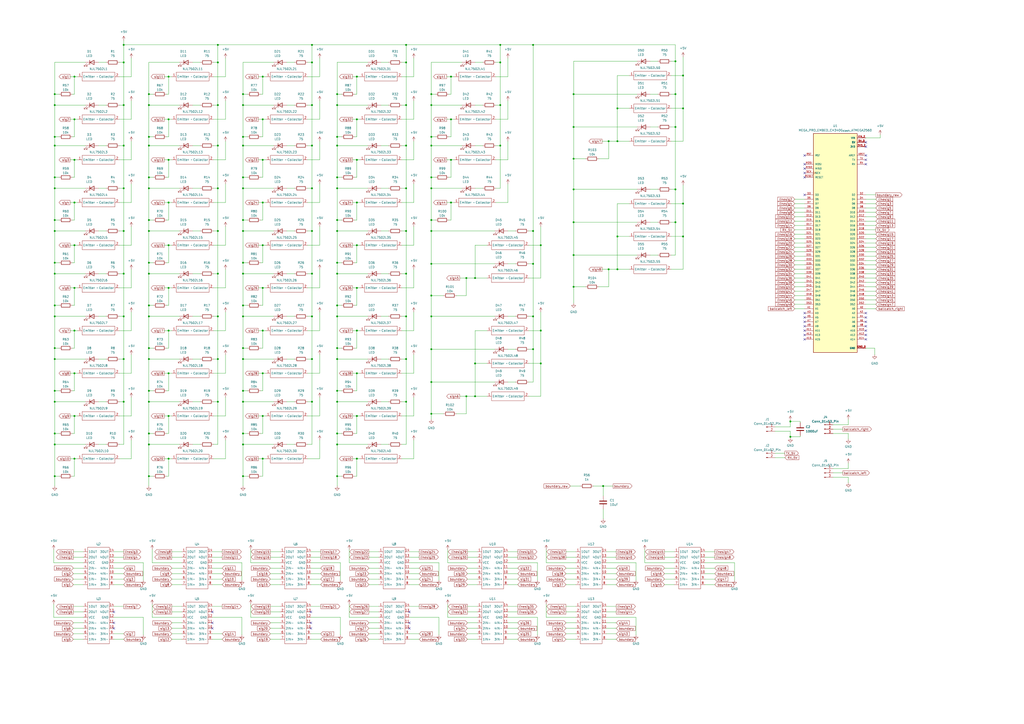
<source format=kicad_sch>
(kicad_sch (version 20230121) (generator eeschema)
  (paper "A2")
  (lib_symbols
    (symbol "Connector:Conn_01x02_Pin" (pin_names (offset 1.016) hide)
      (property "Reference" "J" (at 0 2.54 0))
      (property "Value" "Conn_01x02_Pin" (at 0 -5.08 0))
      (symbol "Conn_01x02_Pin_1_1"
        (pin passive line (at 5.08 0 180) (length 3.81) (name "Pin_1") (number "1"))
        (pin passive line (at 5.08 -2.54 180) (length 3.81) (name "Pin_2") (number "2"))
      )
    )
    (symbol "Connector:Conn_01x03_Pin" (pin_names (offset 1.016) hide)
      (property "Reference" "J" (at 0 5.08 0))
      (property "Value" "Conn_01x03_Pin" (at 0 -5.08 0))
      (symbol "Conn_01x03_Pin_1_1"
        (pin passive line (at 5.08 2.54 180) (length 3.81) (name "Pin_1") (number "1"))
        (pin passive line (at 5.08 0 180) (length 3.81) (name "Pin_2") (number "2"))
        (pin passive line (at 5.08 -2.54 180) (length 3.81) (name "Pin_3") (number "3"))
      )
    )
    (symbol "Device:C" (pin_numbers hide) (pin_names (offset 0.254))
      (property "Reference" "C" (at 0.635 2.54 0))
      (property "Value" "C" (at 0.635 -2.54 0))
      (symbol "C_1_1"
        (pin passive line (at 0 3.81 270) (length 2.794) (name "~") (number "1"))
        (pin passive line (at 0 -3.81 90) (length 2.794) (name "~") (number "2"))
      )
    )
    (symbol "Device:LED" (pin_numbers hide) (pin_names (offset 1.016) hide)
      (property "Reference" "D" (at 0 2.54 0))
      (property "Value" "LED" (at 0 -2.54 0))
      (symbol "LED_1_1"
        (pin passive line (at -3.81 0 0) (length 2.54) (name "K") (number "1"))
        (pin passive line (at 3.81 0 180) (length 2.54) (name "A") (number "2"))
      )
    )
    (symbol "Device:R" (pin_numbers hide) (pin_names (offset 0))
      (property "Reference" "R" (at 2.032 0 90))
      (property "Value" "R" (at 0 0 90))
      (symbol "R_1_1"
        (pin passive line (at 0 3.81 270) (length 1.27) (name "~") (number "1"))
        (pin passive line (at 0 -3.81 90) (length 1.27) (name "~") (number "2"))
      )
    )
    (symbol "MEGA_PRO_EMBED_CH340G___ATMEGA2560:MEGA_PRO_EMBED_CH340G_{slash}_ATMEGA2560" (pin_names (offset 1.016))
      (property "Reference" "U" (at -12.7 63.5 0))
      (property "Value" "MEGA_PRO_EMBED_CH340G_{slash}_ATMEGA2560" (at -12.7 -66.04 0))
      (symbol "MEGA_PRO_EMBED_CH340G_{slash}_ATMEGA2560_0_0"
        (pin power_in line (at 17.78 55.88 180) (length 5.08) (name "3V3") (number "3V3_1"))
        (pin power_in line (at 17.78 55.88 180) (length 5.08) (name "3V3") (number "3V3_2"))
        (pin power_in line (at 17.78 58.42 180) (length 5.08) (name "5V") (number "5V_1"))
        (pin power_in line (at 17.78 58.42 180) (length 5.08) (name "5V") (number "5V_2"))
        (pin power_in line (at 17.78 58.42 180) (length 5.08) (name "5V") (number "5V_3"))
        (pin bidirectional line (at 17.78 -38.1 180) (length 5.08) (name "A0") (number "A0"))
        (pin bidirectional line (at -17.78 -38.1 0) (length 5.08) (name "A1") (number "A1"))
        (pin bidirectional line (at 17.78 -50.8 180) (length 5.08) (name "A10") (number "A10"))
        (pin bidirectional line (at -17.78 -50.8 0) (length 5.08) (name "A11") (number "A11"))
        (pin bidirectional line (at 17.78 -53.34 180) (length 5.08) (name "A12") (number "A12"))
        (pin bidirectional line (at -17.78 -53.34 0) (length 5.08) (name "A13") (number "A13"))
        (pin bidirectional line (at 17.78 -55.88 180) (length 5.08) (name "A14") (number "A14"))
        (pin bidirectional line (at -17.78 -55.88 0) (length 5.08) (name "A15") (number "A15"))
        (pin bidirectional line (at 17.78 -40.64 180) (length 5.08) (name "A2") (number "A2"))
        (pin bidirectional line (at -17.78 -40.64 0) (length 5.08) (name "A3") (number "A3"))
        (pin bidirectional line (at 17.78 -43.18 180) (length 5.08) (name "A4") (number "A4"))
        (pin bidirectional line (at -17.78 -43.18 0) (length 5.08) (name "A5") (number "A5"))
        (pin bidirectional line (at 17.78 -45.72 180) (length 5.08) (name "A6") (number "A6"))
        (pin bidirectional line (at -17.78 -45.72 0) (length 5.08) (name "A7") (number "A7"))
        (pin bidirectional line (at 17.78 -48.26 180) (length 5.08) (name "A8") (number "A8"))
        (pin bidirectional line (at -17.78 -48.26 0) (length 5.08) (name "A9") (number "A9"))
        (pin bidirectional line (at 17.78 50.8 180) (length 5.08) (name "AREF") (number "AREF"))
        (pin bidirectional line (at 17.78 17.78 180) (length 5.08) (name "D10") (number "D10"))
        (pin bidirectional line (at -17.78 17.78 0) (length 5.08) (name "D11") (number "D11"))
        (pin bidirectional line (at 17.78 15.24 180) (length 5.08) (name "D12") (number "D12"))
        (pin bidirectional line (at -17.78 15.24 0) (length 5.08) (name "D13") (number "D13"))
        (pin bidirectional line (at 17.78 12.7 180) (length 5.08) (name "D14") (number "D14"))
        (pin bidirectional line (at -17.78 12.7 0) (length 5.08) (name "D15") (number "D15"))
        (pin bidirectional line (at 17.78 10.16 180) (length 5.08) (name "D16") (number "D16"))
        (pin bidirectional line (at -17.78 10.16 0) (length 5.08) (name "D17") (number "D17"))
        (pin bidirectional line (at 17.78 7.62 180) (length 5.08) (name "D18") (number "D18"))
        (pin bidirectional line (at -17.78 7.62 0) (length 5.08) (name "D19") (number "D19"))
        (pin bidirectional line (at 17.78 27.94 180) (length 5.08) (name "D2") (number "D2"))
        (pin bidirectional line (at 17.78 5.08 180) (length 5.08) (name "D20") (number "D20"))
        (pin bidirectional line (at -17.78 5.08 0) (length 5.08) (name "D21") (number "D21"))
        (pin bidirectional line (at 17.78 2.54 180) (length 5.08) (name "D22") (number "D22"))
        (pin bidirectional line (at -17.78 2.54 0) (length 5.08) (name "D23") (number "D23"))
        (pin bidirectional line (at 17.78 0 180) (length 5.08) (name "D24") (number "D24"))
        (pin bidirectional line (at -17.78 0 0) (length 5.08) (name "D25") (number "D25"))
        (pin bidirectional line (at 17.78 -2.54 180) (length 5.08) (name "D26") (number "D26"))
        (pin bidirectional line (at -17.78 -2.54 0) (length 5.08) (name "D27") (number "D27"))
        (pin bidirectional line (at 17.78 -5.08 180) (length 5.08) (name "D28") (number "D28"))
        (pin bidirectional line (at -17.78 -5.08 0) (length 5.08) (name "D29") (number "D29"))
        (pin bidirectional line (at -17.78 27.94 0) (length 5.08) (name "D3") (number "D3"))
        (pin bidirectional line (at 17.78 -7.62 180) (length 5.08) (name "D30") (number "D30"))
        (pin bidirectional line (at -17.78 -7.62 0) (length 5.08) (name "D31") (number "D31"))
        (pin bidirectional line (at 17.78 -10.16 180) (length 5.08) (name "D32") (number "D32"))
        (pin bidirectional line (at -17.78 -10.16 0) (length 5.08) (name "D33") (number "D33"))
        (pin bidirectional line (at 17.78 -12.7 180) (length 5.08) (name "D34") (number "D34"))
        (pin bidirectional line (at -17.78 -12.7 0) (length 5.08) (name "D35") (number "D35"))
        (pin bidirectional line (at 17.78 -15.24 180) (length 5.08) (name "D36") (number "D36"))
        (pin bidirectional line (at -17.78 -15.24 0) (length 5.08) (name "D37") (number "D37"))
        (pin bidirectional line (at 17.78 -17.78 180) (length 5.08) (name "D38") (number "D38"))
        (pin bidirectional line (at -17.78 -17.78 0) (length 5.08) (name "D39") (number "D39"))
        (pin bidirectional line (at 17.78 25.4 180) (length 5.08) (name "D4") (number "D4"))
        (pin bidirectional line (at 17.78 -20.32 180) (length 5.08) (name "D40") (number "D40"))
        (pin bidirectional line (at -17.78 -20.32 0) (length 5.08) (name "D41") (number "D41"))
        (pin bidirectional line (at 17.78 -22.86 180) (length 5.08) (name "D42") (number "D42"))
        (pin bidirectional line (at -17.78 -22.86 0) (length 5.08) (name "D43") (number "D43"))
        (pin bidirectional line (at 17.78 -25.4 180) (length 5.08) (name "D44") (number "D44"))
        (pin bidirectional line (at -17.78 -25.4 0) (length 5.08) (name "D45") (number "D45"))
        (pin bidirectional line (at 17.78 -27.94 180) (length 5.08) (name "D46") (number "D46"))
        (pin bidirectional line (at -17.78 -27.94 0) (length 5.08) (name "D47") (number "D47"))
        (pin bidirectional line (at 17.78 -30.48 180) (length 5.08) (name "D48") (number "D48"))
        (pin bidirectional line (at -17.78 -30.48 0) (length 5.08) (name "D49") (number "D49"))
        (pin bidirectional line (at -17.78 25.4 0) (length 5.08) (name "D5") (number "D5"))
        (pin bidirectional line (at 17.78 -33.02 180) (length 5.08) (name "D50") (number "D50"))
        (pin bidirectional line (at -17.78 -33.02 0) (length 5.08) (name "D51") (number "D51"))
        (pin bidirectional line (at 17.78 -35.56 180) (length 5.08) (name "D52") (number "D52"))
        (pin bidirectional line (at -17.78 -35.56 0) (length 5.08) (name "D53") (number "D53"))
        (pin bidirectional line (at 17.78 22.86 180) (length 5.08) (name "D6") (number "D6"))
        (pin bidirectional line (at -17.78 22.86 0) (length 5.08) (name "D7") (number "D7"))
        (pin bidirectional line (at 17.78 20.32 180) (length 5.08) (name "D8") (number "D8"))
        (pin bidirectional line (at -17.78 20.32 0) (length 5.08) (name "D9") (number "D9"))
        (pin power_in line (at 17.78 -60.96 180) (length 5.08) (name "GND") (number "GND_1"))
        (pin power_in line (at 17.78 -60.96 180) (length 5.08) (name "GND") (number "GND_2"))
        (pin power_in line (at 17.78 -60.96 180) (length 5.08) (name "GND") (number "GND_3"))
        (pin bidirectional line (at -17.78 43.18 0) (length 5.08) (name "MISO") (number "MISO"))
        (pin bidirectional line (at -17.78 45.72 0) (length 5.08) (name "MOSI") (number "MOSI"))
        (pin input line (at -17.78 38.1 0) (length 5.08) (name "RESET") (number "RESET"))
        (pin input line (at -17.78 50.8 0) (length 5.08) (name "RST") (number "RST"))
        (pin input line (at 17.78 45.72 180) (length 5.08) (name "RX") (number "RX"))
        (pin bidirectional clock (at -17.78 40.64 0) (length 5.08) (name "SCK") (number "SCK"))
        (pin output line (at 17.78 48.26 180) (length 5.08) (name "TX") (number "TX"))
        (pin power_in line (at 17.78 60.96 180) (length 5.08) (name "VIN") (number "VIN_1"))
        (pin power_in line (at 17.78 60.96 180) (length 5.08) (name "VIN") (number "VIN_2"))
      )
    )
    (symbol "power:+5V" (power) (pin_names (offset 0))
      (property "Value" "+5V" (at 0 3.556 0))
      (symbol "+5V_1_1"
        (pin power_in line (at 0 0 90) (length 0) hide (name "+5V") (number "1"))
      )
    )
    (symbol "power:GND" (power) (pin_names (offset 0))
      (property "Value" "GND" (at 0 -3.81 0))
      (symbol "GND_1_1"
        (pin power_in line (at 0 0 270) (length 0) hide (name "GND") (number "1"))
      )
    )
    (symbol "sunpare2023:LM339"
      (property "Reference" "U" (at 0 0 0))
      (symbol "LM339_1_1"
        (pin passive line (at -8.89 -3.81 0) (length 2.54) (name "1OUT") (number "1"))
        (pin passive line (at 8.89 -16.51 180) (length 2.54) (name "4IN-") (number "10"))
        (pin passive line (at 8.89 -13.335 180) (length 2.54) (name "4IN+") (number "11"))
        (pin passive line (at 8.89 -10.16 180) (length 2.54) (name "GND") (number "12"))
        (pin passive line (at 8.89 -6.985 180) (length 2.54) (name "4OUT") (number "13"))
        (pin passive line (at 8.89 -3.81 180) (length 2.54) (name "3OUT") (number "14"))
        (pin passive line (at -8.89 -6.985 0) (length 2.54) (name "2OUT") (number "2"))
        (pin passive line (at -8.89 -10.16 0) (length 2.54) (name "VCC") (number "3"))
        (pin passive line (at -8.89 -13.335 0) (length 2.54) (name "2IN-") (number "4"))
        (pin passive line (at -8.89 -16.51 0) (length 2.54) (name "2IN+") (number "5"))
        (pin passive line (at -8.89 -19.685 0) (length 2.54) (name "1IN-") (number "6"))
        (pin passive line (at -8.89 -22.86 0) (length 2.54) (name "1IN+") (number "7"))
        (pin passive line (at 8.89 -22.86 180) (length 2.54) (name "3IN-") (number "8"))
        (pin passive line (at 8.89 -19.685 180) (length 2.54) (name "3IN+") (number "9"))
      )
    )
    (symbol "sunpare2023:NJL7502L"
      (property "Reference" "NJL7502L" (at 0 3.81 0))
      (symbol "NJL7502L_1_1"
        (pin passive line (at -11.43 0 0) (length 2.54) (name "Emitter") (number "1"))
        (pin passive line (at 12.7 0 180) (length 2.54) (name "Collector") (number "2"))
      )
    )
  )
  (junction (at 31.75 60.96))
  (junction (at 195.58 60.96))
  (junction (at 458.47 253.365))
  (junction (at 140.97 152.4))
  (junction (at 309.245 183.515))
  (junction (at 43.18 216.535))
  (junction (at 126.365 208.28))
  (junction (at 71.755 208.28))
  (junction (at 250.19 60.96))
  (junction (at 235.585 36.195))
  (junction (at 71.755 233.045))
  (junction (at 140.97 54.61))
  (junction (at 309.245 26.035))
  (junction (at 140.97 84.455))
  (junction (at 140.97 109.22))
  (junction (at 195.58 127.635))
  (junction (at 353.06 156.21))
  (junction (at 332.74 54.61))
  (junction (at 86.36 152.4))
  (junction (at 250.19 183.515))
  (junction (at 180.975 26.035))
  (junction (at 43.18 69.215))
  (junction (at 207.01 241.3))
  (junction (at 290.195 36.195))
  (junction (at 86.36 183.515))
  (junction (at 86.36 79.375))
  (junction (at 195.58 257.81))
  (junction (at 71.755 60.96))
  (junction (at 391.795 128.905))
  (junction (at 195.58 79.375))
  (junction (at 86.36 54.61))
  (junction (at 195.58 276.225))
  (junction (at 261.62 92.71))
  (junction (at 71.755 109.22))
  (junction (at 250.19 240.03))
  (junction (at 43.18 191.77))
  (junction (at 152.4 167.005))
  (junction (at 140.97 201.93))
  (junction (at 235.585 26.035))
  (junction (at 195.58 54.61))
  (junction (at 396.24 62.865))
  (junction (at 195.58 84.455))
  (junction (at 152.4 44.45))
  (junction (at 235.585 183.515))
  (junction (at 126.365 133.985))
  (junction (at 86.36 102.87))
  (junction (at 97.79 167.005))
  (junction (at 235.585 109.22))
  (junction (at 195.58 251.46))
  (junction (at 31.75 133.985))
  (junction (at 332.74 128.905))
  (junction (at 97.79 92.71))
  (junction (at 71.755 84.455))
  (junction (at 235.585 233.045))
  (junction (at 31.75 276.225))
  (junction (at 207.01 69.215))
  (junction (at 207.01 142.24))
  (junction (at 250.19 102.87))
  (junction (at 195.58 109.22))
  (junction (at 86.36 109.22))
  (junction (at 207.01 92.71))
  (junction (at 152.4 241.3))
  (junction (at 207.01 117.475))
  (junction (at 195.58 226.695))
  (junction (at 250.19 127.635))
  (junction (at 195.58 208.28))
  (junction (at 71.755 26.035))
  (junction (at 275.59 161.29))
  (junction (at 207.01 191.77))
  (junction (at 140.97 127.635))
  (junction (at 180.975 84.455))
  (junction (at 86.36 84.455))
  (junction (at 235.585 133.985))
  (junction (at 97.79 266.065))
  (junction (at 140.97 251.46))
  (junction (at 235.585 84.455))
  (junction (at 126.365 84.455))
  (junction (at 140.97 102.87))
  (junction (at 140.97 183.515))
  (junction (at 152.4 191.77))
  (junction (at 180.975 36.195))
  (junction (at 290.195 26.035))
  (junction (at 358.14 156.21))
  (junction (at 86.36 276.225))
  (junction (at 250.19 54.61))
  (junction (at 71.755 158.75))
  (junction (at 290.195 84.455))
  (junction (at 309.245 133.985))
  (junction (at 235.585 158.75))
  (junction (at 43.18 92.71))
  (junction (at 97.79 69.215))
  (junction (at 180.975 109.22))
  (junction (at 458.47 244.475))
  (junction (at 43.18 44.45))
  (junction (at 86.36 208.28))
  (junction (at 86.36 177.165))
  (junction (at 250.19 221.615))
  (junction (at 140.97 233.045))
  (junction (at 180.975 233.045))
  (junction (at 86.36 201.93))
  (junction (at 391.795 54.61))
  (junction (at 275.59 229.87))
  (junction (at 152.4 142.24))
  (junction (at 332.74 166.37))
  (junction (at 71.755 133.985))
  (junction (at 195.58 233.045))
  (junction (at 391.795 73.66))
  (junction (at 126.365 60.96))
  (junction (at 235.585 60.96))
  (junction (at 71.755 36.195))
  (junction (at 31.75 226.695))
  (junction (at 195.58 177.165))
  (junction (at 309.245 202.565))
  (junction (at 270.51 161.29))
  (junction (at 140.97 226.695))
  (junction (at 140.97 208.28))
  (junction (at 31.75 109.22))
  (junction (at 396.24 118.11))
  (junction (at 207.01 266.065))
  (junction (at 250.19 109.22))
  (junction (at 332.74 109.855))
  (junction (at 250.19 171.45))
  (junction (at 43.18 241.3))
  (junction (at 31.75 127.635))
  (junction (at 180.975 158.75))
  (junction (at 152.4 266.065))
  (junction (at 86.36 127.635))
  (junction (at 86.36 233.045))
  (junction (at 152.4 216.535))
  (junction (at 250.19 84.455))
  (junction (at 97.79 44.45))
  (junction (at 195.58 152.4))
  (junction (at 261.62 117.475))
  (junction (at 31.75 152.4))
  (junction (at 309.245 153.035))
  (junction (at 126.365 26.035))
  (junction (at 31.75 177.165))
  (junction (at 250.19 79.375))
  (junction (at 313.69 191.77))
  (junction (at 140.97 60.96))
  (junction (at 332.74 147.955))
  (junction (at 261.62 69.215))
  (junction (at 313.69 142.24))
  (junction (at 97.79 142.24))
  (junction (at 97.79 191.77))
  (junction (at 195.58 201.93))
  (junction (at 140.97 276.225))
  (junction (at 207.01 216.535))
  (junction (at 86.36 60.96))
  (junction (at 349.885 281.94))
  (junction (at 97.79 216.535))
  (junction (at 195.58 102.87))
  (junction (at 180.975 60.96))
  (junction (at 275.59 210.82))
  (junction (at 31.75 233.045))
  (junction (at 86.36 257.81))
  (junction (at 31.75 84.455))
  (junction (at 152.4 117.475))
  (junction (at 195.58 133.985))
  (junction (at 235.585 208.28))
  (junction (at 31.75 257.81))
  (junction (at 71.755 183.515))
  (junction (at 396.24 137.16))
  (junction (at 250.19 133.985))
  (junction (at 97.79 117.475))
  (junction (at 31.75 251.46))
  (junction (at 396.24 43.815))
  (junction (at 126.365 183.515))
  (junction (at 332.74 73.66))
  (junction (at 290.195 60.96))
  (junction (at 31.75 102.87))
  (junction (at 195.58 183.515))
  (junction (at 31.75 183.515))
  (junction (at 43.18 117.475))
  (junction (at 126.365 109.22))
  (junction (at 358.14 137.16))
  (junction (at 207.01 167.005))
  (junction (at 313.69 210.82))
  (junction (at 391.795 109.855))
  (junction (at 86.36 226.695))
  (junction (at 250.19 153.035))
  (junction (at 31.75 158.75))
  (junction (at 152.4 92.71))
  (junction (at 97.79 241.3))
  (junction (at 261.62 44.45))
  (junction (at 86.36 133.985))
  (junction (at 43.18 142.24))
  (junction (at 180.975 183.515))
  (junction (at 43.18 167.005))
  (junction (at 86.36 251.46))
  (junction (at 358.14 62.865))
  (junction (at 140.97 79.375))
  (junction (at 140.97 158.75))
  (junction (at 180.975 133.985))
  (junction (at 86.36 158.75))
  (junction (at 180.975 208.28))
  (junction (at 140.97 257.81))
  (junction (at 353.06 81.915))
  (junction (at 31.75 201.93))
  (junction (at 126.365 233.045))
  (junction (at 140.97 177.165))
  (junction (at 140.97 133.985))
  (junction (at 250.19 202.565))
  (junction (at 31.75 54.61))
  (junction (at 195.58 158.75))
  (junction (at 207.01 44.45))
  (junction (at 332.74 92.075))
  (junction (at 270.51 229.87))
  (junction (at 31.75 79.375))
  (junction (at 358.14 81.915))
  (junction (at 126.365 36.195))
  (junction (at 152.4 69.215))
  (junction (at 31.75 208.28))
  (junction (at 126.365 158.75))
  (junction (at 391.795 35.56))
  (junction (at 43.18 266.065))
  (no_connect (at 502.285 85.09))
  (no_connect (at 466.725 102.87))
  (no_connect (at 180.34 364.49))
  (no_connect (at 502.285 92.71))
  (no_connect (at 466.725 113.03))
  (no_connect (at 180.34 361.315))
  (no_connect (at 66.04 364.49))
  (no_connect (at 502.285 90.17))
  (no_connect (at 466.725 186.69))
  (no_connect (at 237.49 364.49))
  (no_connect (at 237.49 354.965))
  (no_connect (at 123.19 364.49))
  (no_connect (at 466.725 194.31))
  (no_connect (at 502.285 181.61))
  (no_connect (at 466.725 95.25))
  (no_connect (at 502.285 196.85))
  (no_connect (at 502.285 194.31))
  (no_connect (at 466.725 181.61))
  (no_connect (at 502.285 189.23))
  (no_connect (at 502.285 191.77))
  (no_connect (at 466.725 184.15))
  (no_connect (at 66.04 361.315))
  (no_connect (at 466.725 189.23))
  (no_connect (at 502.285 184.15))
  (no_connect (at 466.725 196.85))
  (no_connect (at 502.285 82.55))
  (no_connect (at 237.49 361.315))
  (no_connect (at 466.725 97.79))
  (no_connect (at 66.04 354.965))
  (no_connect (at 123.19 361.315))
  (no_connect (at 466.725 100.33))
  (no_connect (at 466.725 90.17))
  (no_connect (at 123.19 354.965))
  (no_connect (at 502.285 95.25))
  (no_connect (at 466.725 191.77))
  (no_connect (at 502.285 186.69))
  (no_connect (at 180.34 354.965))
  (wire (pts (xy 449.58 247.65) (xy 458.47 247.65)))
  (wire (pts (xy 69.215 183.515) (xy 71.755 183.515)))
  (wire (pts (xy 130.81 205.74) (xy 130.81 216.535)))
  (wire (pts (xy 502.285 168.91) (xy 508 168.91)))
  (wire (pts (xy 180.34 332.74) (xy 186.055 332.74)))
  (wire (pts (xy 332.74 166.37) (xy 332.74 175.895)))
  (wire (pts (xy 294.64 81.915) (xy 294.64 92.71)))
  (wire (pts (xy 126.365 109.22) (xy 126.365 133.985)))
  (wire (pts (xy 40.64 241.3) (xy 43.18 241.3)))
  (wire (pts (xy 69.215 109.22) (xy 71.755 109.22)))
  (wire (pts (xy 86.36 127.635) (xy 88.9 127.635)))
  (wire (pts (xy 149.86 117.475) (xy 152.4 117.475)))
  (wire (pts (xy 195.58 201.93) (xy 198.12 201.93)))
  (wire (pts (xy 466.725 125.73) (xy 461.01 125.73)))
  (wire (pts (xy 220.98 233.045) (xy 225.425 233.045)))
  (wire (pts (xy 261.62 117.475) (xy 263.525 117.475)))
  (wire (pts (xy 254.635 326.39) (xy 254.635 336.55)))
  (wire (pts (xy 66.04 370.84) (xy 71.755 370.84)))
  (wire (pts (xy 306.705 183.515) (xy 309.245 183.515)))
  (wire (pts (xy 57.15 257.81) (xy 61.595 257.81)))
  (wire (pts (xy 95.25 142.24) (xy 97.79 142.24)))
  (wire (pts (xy 220.98 60.96) (xy 225.425 60.96)))
  (wire (pts (xy 466.725 176.53) (xy 461.01 176.53)))
  (wire (pts (xy 152.4 44.45) (xy 152.4 54.61)))
  (wire (pts (xy 358.14 118.11) (xy 365.125 118.11)))
  (wire (pts (xy 207.01 167.005) (xy 207.01 177.165)))
  (wire (pts (xy 261.62 69.215) (xy 263.525 69.215)))
  (wire (pts (xy 195.58 177.165) (xy 195.58 183.515)))
  (wire (pts (xy 205.74 79.375) (xy 207.01 79.375)))
  (wire (pts (xy 220.98 208.28) (xy 225.425 208.28)))
  (wire (pts (xy 83.185 358.14) (xy 83.185 368.3)))
  (wire (pts (xy 483.235 271.78) (xy 492.125 271.78)))
  (wire (pts (xy 492.125 251.46) (xy 492.125 254.635)))
  (wire (pts (xy 219.71 339.09) (xy 213.995 339.09)))
  (wire (pts (xy 349.885 295.275) (xy 349.885 300.99)))
  (wire (pts (xy 250.19 240.03) (xy 250.19 243.205)))
  (wire (pts (xy 396.24 137.16) (xy 396.24 156.21)))
  (wire (pts (xy 86.36 183.515) (xy 86.36 201.93)))
  (wire (pts (xy 31.75 177.165) (xy 34.29 177.165)))
  (wire (pts (xy 86.36 60.96) (xy 86.36 79.375)))
  (wire (pts (xy 250.19 133.985) (xy 250.19 153.035)))
  (wire (pts (xy 178.435 133.985) (xy 180.975 133.985)))
  (wire (pts (xy 180.34 329.565) (xy 186.055 329.565)))
  (wire (pts (xy 152.4 191.77) (xy 152.4 201.93)))
  (wire (pts (xy 180.975 208.28) (xy 180.975 233.045)))
  (wire (pts (xy 250.19 183.515) (xy 287.02 183.515)))
  (wire (pts (xy 408.94 326.39) (xy 426.085 326.39)))
  (wire (pts (xy 195.58 251.46) (xy 198.12 251.46)))
  (wire (pts (xy 377.19 128.905) (xy 381.635 128.905)))
  (wire (pts (xy 391.795 109.855) (xy 391.795 128.905)))
  (wire (pts (xy 351.79 320.04) (xy 357.505 320.04)))
  (wire (pts (xy 97.79 117.475) (xy 99.695 117.475)))
  (wire (pts (xy 195.58 102.87) (xy 195.58 109.22)))
  (wire (pts (xy 502.285 135.89) (xy 508 135.89)))
  (wire (pts (xy 205.74 127.635) (xy 207.01 127.635)))
  (wire (pts (xy 97.79 241.3) (xy 99.695 241.3)))
  (wire (pts (xy 219.71 367.665) (xy 213.995 367.665)))
  (wire (pts (xy 311.785 326.39) (xy 311.785 336.55)))
  (wire (pts (xy 219.71 361.315) (xy 213.995 361.315)))
  (wire (pts (xy 195.58 257.81) (xy 195.58 276.225)))
  (wire (pts (xy 43.18 69.215) (xy 45.085 69.215)))
  (wire (pts (xy 123.825 60.96) (xy 126.365 60.96)))
  (wire (pts (xy 140.97 79.375) (xy 143.51 79.375)))
  (wire (pts (xy 66.04 332.74) (xy 71.755 332.74)))
  (wire (pts (xy 166.37 84.455) (xy 170.815 84.455)))
  (wire (pts (xy 466.725 118.11) (xy 461.01 118.11)))
  (wire (pts (xy 152.4 92.71) (xy 152.4 102.87)))
  (wire (pts (xy 86.36 54.61) (xy 86.36 60.96)))
  (wire (pts (xy 204.47 142.24) (xy 207.01 142.24)))
  (wire (pts (xy 250.19 127.635) (xy 250.19 133.985)))
  (wire (pts (xy 332.74 166.37) (xy 339.725 166.37)))
  (wire (pts (xy 294.64 320.04) (xy 300.355 320.04)))
  (wire (pts (xy 66.04 339.09) (xy 71.755 339.09)))
  (wire (pts (xy 86.36 226.695) (xy 86.36 233.045)))
  (wire (pts (xy 49.53 133.985) (xy 31.75 133.985)))
  (wire (pts (xy 48.26 370.84) (xy 42.545 370.84)))
  (wire (pts (xy 48.26 323.215) (xy 42.545 323.215)))
  (wire (pts (xy 267.97 109.22) (xy 250.19 109.22)))
  (wire (pts (xy 105.41 339.09) (xy 99.695 339.09)))
  (wire (pts (xy 57.15 84.455) (xy 61.595 84.455)))
  (wire (pts (xy 396.24 33.02) (xy 396.24 43.815)))
  (wire (pts (xy 250.19 183.515) (xy 250.19 202.565)))
  (wire (pts (xy 334.01 358.14) (xy 316.865 358.14)))
  (wire (pts (xy 213.36 133.985) (xy 195.58 133.985)))
  (wire (pts (xy 41.91 54.61) (xy 43.18 54.61)))
  (wire (pts (xy 204.47 167.005) (xy 207.01 167.005)))
  (wire (pts (xy 458.47 244.475) (xy 458.47 247.65)))
  (wire (pts (xy 69.215 208.28) (xy 71.755 208.28)))
  (wire (pts (xy 86.36 201.93) (xy 86.36 208.28)))
  (wire (pts (xy 86.36 79.375) (xy 86.36 84.455)))
  (wire (pts (xy 266.7 229.87) (xy 270.51 229.87)))
  (wire (pts (xy 275.59 161.29) (xy 282.575 161.29)))
  (wire (pts (xy 261.62 44.45) (xy 261.62 54.61)))
  (wire (pts (xy 31.75 127.635) (xy 31.75 133.985)))
  (wire (pts (xy 466.725 163.83) (xy 461.01 163.83)))
  (wire (pts (xy 86.36 152.4) (xy 88.9 152.4)))
  (wire (pts (xy 97.79 216.535) (xy 97.79 226.695)))
  (wire (pts (xy 31.75 102.87) (xy 34.29 102.87)))
  (wire (pts (xy 95.25 44.45) (xy 97.79 44.45)))
  (wire (pts (xy 123.825 183.515) (xy 126.365 183.515)))
  (wire (pts (xy 162.56 370.84) (xy 156.845 370.84)))
  (wire (pts (xy 195.58 226.695) (xy 198.12 226.695)))
  (wire (pts (xy 353.06 156.21) (xy 358.14 156.21)))
  (wire (pts (xy 152.4 266.065) (xy 154.305 266.065)))
  (wire (pts (xy 306.705 133.985) (xy 309.245 133.985)))
  (wire (pts (xy 233.045 60.96) (xy 235.585 60.96)))
  (wire (pts (xy 358.14 43.815) (xy 358.14 62.865)))
  (wire (pts (xy 41.91 177.165) (xy 43.18 177.165)))
  (wire (pts (xy 152.4 92.71) (xy 154.305 92.71)))
  (wire (pts (xy 162.56 358.14) (xy 145.415 358.14)))
  (wire (pts (xy 275.59 60.96) (xy 280.035 60.96)))
  (wire (pts (xy 69.215 191.77) (xy 76.2 191.77)))
  (wire (pts (xy 396.24 43.815) (xy 396.24 62.865)))
  (wire (pts (xy 332.74 73.66) (xy 332.74 92.075)))
  (wire (pts (xy 162.56 351.79) (xy 156.845 351.79)))
  (wire (pts (xy 166.37 233.045) (xy 170.815 233.045)))
  (wire (pts (xy 502.285 156.21) (xy 508 156.21)))
  (wire (pts (xy 466.725 161.29) (xy 461.01 161.29)))
  (wire (pts (xy 294.64 367.665) (xy 300.355 367.665)))
  (wire (pts (xy 483.235 251.46) (xy 492.125 251.46)))
  (wire (pts (xy 49.53 84.455) (xy 31.75 84.455)))
  (wire (pts (xy 195.58 208.28) (xy 195.58 226.695)))
  (wire (pts (xy 126.365 36.195) (xy 126.365 60.96)))
  (wire (pts (xy 240.03 58.42) (xy 240.03 69.215)))
  (wire (pts (xy 207.01 117.475) (xy 208.915 117.475)))
  (wire (pts (xy 334.01 320.04) (xy 328.295 320.04)))
  (wire (pts (xy 389.255 109.855) (xy 391.795 109.855)))
  (wire (pts (xy 31.75 79.375) (xy 31.75 84.455)))
  (wire (pts (xy 204.47 266.065) (xy 207.01 266.065)))
  (wire (pts (xy 204.47 69.215) (xy 207.01 69.215)))
  (wire (pts (xy 105.41 367.665) (xy 99.695 367.665)))
  (wire (pts (xy 195.58 36.195) (xy 195.58 54.61)))
  (wire (pts (xy 71.755 183.515) (xy 71.755 208.28)))
  (wire (pts (xy 180.975 233.045) (xy 180.975 257.81)))
  (wire (pts (xy 502.285 146.05) (xy 508 146.05)))
  (wire (pts (xy 76.2 255.27) (xy 76.2 266.065)))
  (wire (pts (xy 235.585 36.195) (xy 235.585 60.96)))
  (wire (pts (xy 195.58 226.695) (xy 195.58 233.045)))
  (wire (pts (xy 391.795 26.035) (xy 391.795 35.56)))
  (wire (pts (xy 96.52 79.375) (xy 97.79 79.375)))
  (wire (pts (xy 197.485 358.14) (xy 197.485 368.3)))
  (wire (pts (xy 86.36 158.75) (xy 86.36 177.165)))
  (wire (pts (xy 250.19 36.195) (xy 250.19 54.61)))
  (wire (pts (xy 152.4 142.24) (xy 154.305 142.24)))
  (wire (pts (xy 140.97 257.81) (xy 140.97 276.225)))
  (wire (pts (xy 250.19 240.03) (xy 257.175 240.03)))
  (wire (pts (xy 233.045 241.3) (xy 240.03 241.3)))
  (wire (pts (xy 95.25 241.3) (xy 97.79 241.3)))
  (wire (pts (xy 69.215 216.535) (xy 76.2 216.535)))
  (wire (pts (xy 41.91 127.635) (xy 43.18 127.635)))
  (wire (pts (xy 86.36 233.045) (xy 86.36 251.46)))
  (wire (pts (xy 71.755 23.495) (xy 71.755 26.035)))
  (wire (pts (xy 123.19 335.915) (xy 128.905 335.915)))
  (wire (pts (xy 502.285 138.43) (xy 508 138.43)))
  (wire (pts (xy 306.705 202.565) (xy 309.245 202.565)))
  (wire (pts (xy 104.14 208.28) (xy 86.36 208.28)))
  (wire (pts (xy 389.255 118.11) (xy 396.24 118.11)))
  (wire (pts (xy 162.56 326.39) (xy 145.415 326.39)))
  (wire (pts (xy 57.15 109.22) (xy 61.595 109.22)))
  (wire (pts (xy 195.58 102.87) (xy 198.12 102.87)))
  (wire (pts (xy 377.19 109.855) (xy 381.635 109.855)))
  (wire (pts (xy 162.56 339.09) (xy 156.845 339.09)))
  (wire (pts (xy 123.825 117.475) (xy 130.81 117.475)))
  (wire (pts (xy 276.86 361.315) (xy 271.145 361.315)))
  (wire (pts (xy 49.53 36.195) (xy 31.75 36.195)))
  (wire (pts (xy 219.71 351.79) (xy 213.995 351.79)))
  (wire (pts (xy 466.725 166.37) (xy 461.01 166.37)))
  (wire (pts (xy 276.86 358.14) (xy 259.715 358.14)))
  (wire (pts (xy 123.19 339.09) (xy 128.905 339.09)))
  (wire (pts (xy 86.36 79.375) (xy 88.9 79.375)))
  (wire (pts (xy 290.195 109.22) (xy 290.195 84.455)))
  (wire (pts (xy 313.69 210.82) (xy 313.69 229.87)))
  (wire (pts (xy 389.255 35.56) (xy 391.795 35.56)))
  (wire (pts (xy 76.2 156.21) (xy 76.2 167.005)))
  (wire (pts (xy 76.2 205.74) (xy 76.2 216.535)))
  (wire (pts (xy 250.19 102.87) (xy 250.19 109.22)))
  (wire (pts (xy 71.755 26.035) (xy 126.365 26.035)))
  (wire (pts (xy 152.4 241.3) (xy 152.4 251.46)))
  (wire (pts (xy 275.59 210.82) (xy 282.575 210.82)))
  (wire (pts (xy 105.41 332.74) (xy 99.695 332.74)))
  (wire (pts (xy 69.215 92.71) (xy 76.2 92.71)))
  (wire (pts (xy 178.435 84.455) (xy 180.975 84.455)))
  (wire (pts (xy 145.415 350.52) (xy 145.415 358.14)))
  (wire (pts (xy 309.245 153.035) (xy 309.245 183.515)))
  (wire (pts (xy 313.69 180.975) (xy 313.69 191.77)))
  (wire (pts (xy 195.58 276.225) (xy 195.58 281.94)))
  (wire (pts (xy 152.4 216.535) (xy 154.305 216.535)))
  (wire (pts (xy 351.79 332.74) (xy 357.505 332.74)))
  (wire (pts (xy 31.115 318.77) (xy 31.115 326.39)))
  (wire (pts (xy 332.74 35.56) (xy 369.57 35.56)))
  (wire (pts (xy 130.81 33.655) (xy 130.81 44.45)))
  (wire (pts (xy 31.75 109.22) (xy 31.75 127.635)))
  (wire (pts (xy 104.14 158.75) (xy 86.36 158.75)))
  (wire (pts (xy 66.04 326.39) (xy 83.185 326.39)))
  (wire (pts (xy 149.86 266.065) (xy 152.4 266.065)))
  (wire (pts (xy 502.285 143.51) (xy 508 143.51)))
  (wire (pts (xy 287.655 69.215) (xy 294.64 69.215)))
  (wire (pts (xy 31.75 133.985) (xy 31.75 152.4)))
  (wire (pts (xy 31.75 102.87) (xy 31.75 109.22)))
  (wire (pts (xy 48.26 364.49) (xy 42.545 364.49)))
  (wire (pts (xy 306.705 210.82) (xy 313.69 210.82)))
  (wire (pts (xy 458.47 253.365) (xy 458.47 254)))
  (wire (pts (xy 140.97 109.22) (xy 140.97 127.635)))
  (wire (pts (xy 233.045 117.475) (xy 240.03 117.475)))
  (wire (pts (xy 140.97 276.225) (xy 143.51 276.225)))
  (wire (pts (xy 464.185 253.365) (xy 464.185 252.73)))
  (wire (pts (xy 235.585 109.22) (xy 235.585 133.985)))
  (wire (pts (xy 250.19 153.035) (xy 287.02 153.035)))
  (wire (pts (xy 219.71 323.215) (xy 213.995 323.215)))
  (wire (pts (xy 235.585 257.81) (xy 233.045 257.81)))
  (wire (pts (xy 71.755 60.96) (xy 71.755 84.455)))
  (wire (pts (xy 213.36 208.28) (xy 195.58 208.28)))
  (wire (pts (xy 237.49 351.79) (xy 243.205 351.79)))
  (wire (pts (xy 294.64 221.615) (xy 299.085 221.615)))
  (wire (pts (xy 48.26 354.965) (xy 42.545 354.965)))
  (wire (pts (xy 483.235 274.32) (xy 488.95 274.32)))
  (wire (pts (xy 48.26 326.39) (xy 31.115 326.39)))
  (wire (pts (xy 66.04 335.915) (xy 71.755 335.915)))
  (wire (pts (xy 466.725 173.99) (xy 461.01 173.99)))
  (wire (pts (xy 220.98 84.455) (xy 225.425 84.455)))
  (wire (pts (xy 458.47 253.365) (xy 464.185 253.365)))
  (wire (pts (xy 207.01 142.24) (xy 208.915 142.24)))
  (wire (pts (xy 275.59 191.77) (xy 275.59 210.82)))
  (wire (pts (xy 195.58 183.515) (xy 195.58 201.93)))
  (wire (pts (xy 276.86 367.665) (xy 271.145 367.665)))
  (wire (pts (xy 97.79 167.005) (xy 97.79 177.165)))
  (wire (pts (xy 123.19 370.84) (xy 128.905 370.84)))
  (wire (pts (xy 151.13 152.4) (xy 152.4 152.4)))
  (wire (pts (xy 294.64 335.915) (xy 300.355 335.915)))
  (wire (pts (xy 123.19 367.665) (xy 128.905 367.665)))
  (wire (pts (xy 158.75 109.22) (xy 140.97 109.22)))
  (wire (pts (xy 140.97 276.225) (xy 140.97 281.94)))
  (wire (pts (xy 204.47 44.45) (xy 207.01 44.45)))
  (wire (pts (xy 334.01 332.74) (xy 328.295 332.74)))
  (wire (pts (xy 97.79 241.3) (xy 97.79 251.46)))
  (wire (pts (xy 31.75 152.4) (xy 31.75 158.75)))
  (wire (pts (xy 195.58 54.61) (xy 198.12 54.61)))
  (wire (pts (xy 178.435 183.515) (xy 180.975 183.515)))
  (wire (pts (xy 205.74 276.225) (xy 207.01 276.225)))
  (wire (pts (xy 235.585 60.96) (xy 235.585 84.455)))
  (wire (pts (xy 43.18 266.065) (xy 43.18 276.225)))
  (wire (pts (xy 185.42 33.655) (xy 185.42 44.45)))
  (wire (pts (xy 123.19 326.39) (xy 140.335 326.39)))
  (wire (pts (xy 205.74 152.4) (xy 207.01 152.4)))
  (wire (pts (xy 158.75 208.28) (xy 140.97 208.28)))
  (wire (pts (xy 152.4 69.215) (xy 152.4 79.375)))
  (wire (pts (xy 151.13 251.46) (xy 152.4 251.46)))
  (wire (pts (xy 123.19 358.14) (xy 140.335 358.14)))
  (wire (pts (xy 86.36 54.61) (xy 88.9 54.61)))
  (wire (pts (xy 207.01 117.475) (xy 207.01 127.635)))
  (wire (pts (xy 250.19 202.565) (xy 250.19 221.615)))
  (wire (pts (xy 151.13 127.635) (xy 152.4 127.635)))
  (wire (pts (xy 207.01 191.77) (xy 208.915 191.77)))
  (wire (pts (xy 235.585 26.035) (xy 290.195 26.035)))
  (wire (pts (xy 66.04 358.14) (xy 83.185 358.14)))
  (wire (pts (xy 391.16 320.04) (xy 385.445 320.04)))
  (wire (pts (xy 49.53 158.75) (xy 31.75 158.75)))
  (wire (pts (xy 71.755 36.195) (xy 71.755 60.96)))
  (wire (pts (xy 235.585 158.75) (xy 235.585 183.515)))
  (wire (pts (xy 466.725 158.75) (xy 461.01 158.75)))
  (wire (pts (xy 43.18 216.535) (xy 45.085 216.535)))
  (wire (pts (xy 178.435 233.045) (xy 180.975 233.045)))
  (wire (pts (xy 351.79 361.315) (xy 357.505 361.315)))
  (wire (pts (xy 151.13 276.225) (xy 152.4 276.225)))
  (wire (pts (xy 240.03 33.655) (xy 240.03 44.45)))
  (wire (pts (xy 502.285 118.11) (xy 508 118.11)))
  (wire (pts (xy 502.285 176.53) (xy 508 176.53)))
  (wire (pts (xy 351.79 358.14) (xy 368.935 358.14)))
  (wire (pts (xy 207.01 266.065) (xy 207.01 276.225)))
  (wire (pts (xy 162.56 361.315) (xy 156.845 361.315)))
  (wire (pts (xy 358.14 43.815) (xy 365.125 43.815)))
  (wire (pts (xy 180.34 326.39) (xy 197.485 326.39)))
  (wire (pts (xy 502.285 133.35) (xy 508 133.35)))
  (wire (pts (xy 250.19 171.45) (xy 250.19 183.515)))
  (wire (pts (xy 270.51 161.29) (xy 275.59 161.29)))
  (wire (pts (xy 95.25 92.71) (xy 97.79 92.71)))
  (wire (pts (xy 334.01 364.49) (xy 328.295 364.49)))
  (wire (pts (xy 235.585 208.28) (xy 235.585 233.045)))
  (wire (pts (xy 306.705 142.24) (xy 313.69 142.24)))
  (wire (pts (xy 86.36 251.46) (xy 88.9 251.46)))
  (wire (pts (xy 220.98 257.81) (xy 225.425 257.81)))
  (wire (pts (xy 391.16 323.215) (xy 385.445 323.215)))
  (wire (pts (xy 207.01 216.535) (xy 208.915 216.535)))
  (wire (pts (xy 311.785 358.14) (xy 311.785 368.3)))
  (wire (pts (xy 140.97 177.165) (xy 140.97 183.515)))
  (wire (pts (xy 43.18 117.475) (xy 43.18 127.635)))
  (wire (pts (xy 233.045 133.985) (xy 235.585 133.985)))
  (wire (pts (xy 204.47 241.3) (xy 207.01 241.3)))
  (wire (pts (xy 152.4 142.24) (xy 152.4 152.4)))
  (wire (pts (xy 294.64 339.09) (xy 300.355 339.09)))
  (wire (pts (xy 389.255 54.61) (xy 391.795 54.61)))
  (wire (pts (xy 31.75 257.81) (xy 31.75 276.225)))
  (wire (pts (xy 49.53 60.96) (xy 31.75 60.96)))
  (wire (pts (xy 140.97 152.4) (xy 140.97 158.75)))
  (wire (pts (xy 502.285 130.81) (xy 508 130.81)))
  (wire (pts (xy 207.01 191.77) (xy 207.01 201.93)))
  (wire (pts (xy 31.75 158.75) (xy 31.75 177.165)))
  (wire (pts (xy 276.86 351.79) (xy 271.145 351.79)))
  (wire (pts (xy 83.185 326.39) (xy 83.185 336.55)))
  (wire (pts (xy 233.045 69.215) (xy 240.03 69.215)))
  (wire (pts (xy 219.71 335.915) (xy 213.995 335.915)))
  (wire (pts (xy 140.97 127.635) (xy 140.97 133.985)))
  (wire (pts (xy 466.725 128.27) (xy 461.01 128.27)))
  (wire (pts (xy 466.725 135.89) (xy 461.01 135.89)))
  (wire (pts (xy 57.15 233.045) (xy 61.595 233.045)))
  (wire (pts (xy 71.755 158.75) (xy 71.755 183.515)))
  (wire (pts (xy 123.19 351.79) (xy 128.905 351.79)))
  (wire (pts (xy 353.06 81.915) (xy 353.06 92.075)))
  (wire (pts (xy 48.26 332.74) (xy 42.545 332.74)))
  (wire (pts (xy 95.25 167.005) (xy 97.79 167.005)))
  (wire (pts (xy 195.58 127.635) (xy 195.58 133.985)))
  (wire (pts (xy 178.435 158.75) (xy 180.975 158.75)))
  (wire (pts (xy 130.81 255.27) (xy 130.81 266.065)))
  (wire (pts (xy 96.52 276.225) (xy 97.79 276.225)))
  (wire (pts (xy 287.655 60.96) (xy 290.195 60.96)))
  (wire (pts (xy 294.64 33.655) (xy 294.64 44.45)))
  (wire (pts (xy 466.725 123.19) (xy 461.01 123.19)))
  (wire (pts (xy 86.36 102.87) (xy 88.9 102.87)))
  (wire (pts (xy 43.18 92.71) (xy 45.085 92.71)))
  (wire (pts (xy 237.49 358.14) (xy 254.635 358.14)))
  (wire (pts (xy 408.94 323.215) (xy 414.655 323.215)))
  (wire (pts (xy 334.01 329.565) (xy 328.295 329.565)))
  (wire (pts (xy 166.37 133.985) (xy 170.815 133.985)))
  (wire (pts (xy 275.59 142.24) (xy 275.59 161.29)))
  (wire (pts (xy 195.58 201.93) (xy 195.58 208.28)))
  (wire (pts (xy 149.86 44.45) (xy 152.4 44.45)))
  (wire (pts (xy 219.71 370.84) (xy 213.995 370.84)))
  (wire (pts (xy 105.41 361.315) (xy 99.695 361.315)))
  (wire (pts (xy 233.045 167.005) (xy 240.03 167.005)))
  (wire (pts (xy 466.725 133.35) (xy 461.01 133.35)))
  (wire (pts (xy 349.25 81.915) (xy 353.06 81.915)))
  (wire (pts (xy 276.86 332.74) (xy 271.145 332.74)))
  (wire (pts (xy 123.825 167.005) (xy 130.81 167.005)))
  (wire (pts (xy 126.365 183.515) (xy 126.365 208.28)))
  (wire (pts (xy 195.58 127.635) (xy 198.12 127.635)))
  (wire (pts (xy 294.64 332.74) (xy 300.355 332.74)))
  (wire (pts (xy 111.76 109.22) (xy 116.205 109.22)))
  (wire (pts (xy 235.585 183.515) (xy 235.585 208.28)))
  (wire (pts (xy 332.74 54.61) (xy 332.74 73.66)))
  (wire (pts (xy 205.74 102.87) (xy 207.01 102.87)))
  (wire (pts (xy 294.64 351.79) (xy 300.355 351.79)))
  (wire (pts (xy 466.725 168.91) (xy 461.01 168.91)))
  (wire (pts (xy 336.55 281.94) (xy 330.835 281.94)))
  (wire (pts (xy 377.19 54.61) (xy 381.635 54.61)))
  (wire (pts (xy 97.79 92.71) (xy 99.695 92.71)))
  (wire (pts (xy 389.255 62.865) (xy 396.24 62.865)))
  (wire (pts (xy 178.435 142.24) (xy 185.42 142.24)))
  (wire (pts (xy 69.215 158.75) (xy 71.755 158.75)))
  (wire (pts (xy 48.26 361.315) (xy 42.545 361.315)))
  (wire (pts (xy 162.56 354.965) (xy 156.845 354.965)))
  (wire (pts (xy 130.81 81.915) (xy 130.81 92.71)))
  (wire (pts (xy 140.97 251.46) (xy 143.51 251.46)))
  (wire (pts (xy 69.215 36.195) (xy 71.755 36.195)))
  (wire (pts (xy 195.58 233.045) (xy 195.58 251.46)))
  (wire (pts (xy 351.79 339.09) (xy 357.505 339.09)))
  (wire (pts (xy 250.19 109.22) (xy 250.19 127.635)))
  (wire (pts (xy 66.04 329.565) (xy 71.755 329.565)))
  (wire (pts (xy 57.15 208.28) (xy 61.595 208.28)))
  (wire (pts (xy 235.585 26.035) (xy 235.585 36.195)))
  (wire (pts (xy 261.62 69.215) (xy 261.62 79.375)))
  (wire (pts (xy 502.285 115.57) (xy 508 115.57)))
  (wire (pts (xy 31.75 127.635) (xy 34.29 127.635)))
  (wire (pts (xy 220.98 109.22) (xy 225.425 109.22)))
  (wire (pts (xy 458.47 243.84) (xy 458.47 244.475)))
  (wire (pts (xy 207.01 142.24) (xy 207.01 152.4)))
  (wire (pts (xy 408.94 329.565) (xy 414.655 329.565)))
  (wire (pts (xy 166.37 257.81) (xy 170.815 257.81)))
  (wire (pts (xy 294.64 361.315) (xy 300.355 361.315)))
  (wire (pts (xy 389.255 43.815) (xy 396.24 43.815)))
  (wire (pts (xy 466.725 130.81) (xy 461.01 130.81)))
  (wire (pts (xy 507.365 201.93) (xy 507.365 205.74)))
  (wire (pts (xy 43.18 241.3) (xy 43.18 251.46)))
  (wire (pts (xy 185.42 58.42) (xy 185.42 69.215)))
  (wire (pts (xy 96.52 54.61) (xy 97.79 54.61)))
  (wire (pts (xy 162.56 364.49) (xy 156.845 364.49)))
  (wire (pts (xy 466.725 156.21) (xy 461.01 156.21)))
  (wire (pts (xy 180.975 26.035) (xy 235.585 26.035)))
  (wire (pts (xy 95.25 266.065) (xy 97.79 266.065)))
  (wire (pts (xy 202.565 350.52) (xy 202.565 358.14)))
  (wire (pts (xy 69.215 133.985) (xy 71.755 133.985)))
  (wire (pts (xy 332.74 147.955) (xy 332.74 166.37)))
  (wire (pts (xy 140.97 79.375) (xy 140.97 84.455)))
  (wire (pts (xy 97.79 191.77) (xy 97.79 201.93)))
  (wire (pts (xy 86.36 102.87) (xy 86.36 109.22)))
  (wire (pts (xy 158.75 233.045) (xy 140.97 233.045)))
  (wire (pts (xy 86.36 36.195) (xy 86.36 54.61)))
  (wire (pts (xy 233.045 191.77) (xy 240.03 191.77)))
  (wire (pts (xy 313.69 142.24) (xy 313.69 161.29)))
  (wire (pts (xy 220.98 36.195) (xy 225.425 36.195)))
  (wire (pts (xy 355.6 281.94) (xy 349.885 281.94)))
  (wire (pts (xy 502.285 113.03) (xy 508 113.03)))
  (wire (pts (xy 240.03 230.505) (xy 240.03 241.3)))
  (wire (pts (xy 502.285 80.01) (xy 510.54 80.01)))
  (wire (pts (xy 140.97 208.28) (xy 140.97 226.695)))
  (wire (pts (xy 205.74 226.695) (xy 207.01 226.695)))
  (wire (pts (xy 275.59 210.82) (xy 275.59 229.87)))
  (wire (pts (xy 180.34 367.665) (xy 186.055 367.665)))
  (wire (pts (xy 492.125 276.86) (xy 492.125 280.035)))
  (wire (pts (xy 466.725 140.97) (xy 461.01 140.97)))
  (wire (pts (xy 48.26 335.915) (xy 42.545 335.915)))
  (wire (pts (xy 240.03 106.68) (xy 240.03 117.475)))
  (wire (pts (xy 126.365 233.045) (xy 126.365 257.81)))
  (wire (pts (xy 195.58 79.375) (xy 195.58 84.455)))
  (wire (pts (xy 250.19 54.61) (xy 252.73 54.61)))
  (wire (pts (xy 162.56 332.74) (xy 156.845 332.74)))
  (wire (pts (xy 220.98 133.985) (xy 225.425 133.985)))
  (wire (pts (xy 178.435 117.475) (xy 185.42 117.475)))
  (wire (pts (xy 449.58 262.89) (xy 455.295 262.89)))
  (wire (pts (xy 185.42 81.915) (xy 185.42 92.71)))
  (wire (pts (xy 43.18 142.24) (xy 43.18 152.4)))
  (wire (pts (xy 178.435 36.195) (xy 180.975 36.195)))
  (wire (pts (xy 140.97 133.985) (xy 140.97 152.4)))
  (wire (pts (xy 368.935 326.39) (xy 368.935 336.55)))
  (wire (pts (xy 332.74 147.955) (xy 369.57 147.955)))
  (wire (pts (xy 250.19 54.61) (xy 250.19 60.96)))
  (wire (pts (xy 276.86 339.09) (xy 271.145 339.09)))
  (wire (pts (xy 466.725 115.57) (xy 461.01 115.57)))
  (wire (pts (xy 140.97 183.515) (xy 140.97 201.93)))
  (wire (pts (xy 276.86 329.565) (xy 271.145 329.565)))
  (wire (pts (xy 140.97 201.93) (xy 140.97 208.28)))
  (wire (pts (xy 31.75 54.61) (xy 34.29 54.61)))
  (wire (pts (xy 123.19 332.74) (xy 128.905 332.74)))
  (wire (pts (xy 449.58 265.43) (xy 455.295 265.43)))
  (wire (pts (xy 502.285 140.97) (xy 508 140.97)))
  (wire (pts (xy 290.195 36.195) (xy 290.195 26.035)))
  (wire (pts (xy 233.045 84.455) (xy 235.585 84.455)))
  (wire (pts (xy 178.435 60.96) (xy 180.975 60.96)))
  (wire (pts (xy 306.705 161.29) (xy 313.69 161.29)))
  (wire (pts (xy 219.71 364.49) (xy 213.995 364.49)))
  (wire (pts (xy 237.49 323.215) (xy 243.205 323.215)))
  (wire (pts (xy 69.215 60.96) (xy 71.755 60.96)))
  (wire (pts (xy 69.215 84.455) (xy 71.755 84.455)))
  (wire (pts (xy 96.52 201.93) (xy 97.79 201.93)))
  (wire (pts (xy 130.81 230.505) (xy 130.81 241.3)))
  (wire (pts (xy 69.215 69.215) (xy 76.2 69.215)))
  (wire (pts (xy 152.4 241.3) (xy 154.305 241.3)))
  (wire (pts (xy 466.725 171.45) (xy 461.01 171.45)))
  (wire (pts (xy 41.91 79.375) (xy 43.18 79.375)))
  (wire (pts (xy 180.34 339.09) (xy 186.055 339.09)))
  (wire (pts (xy 104.14 183.515) (xy 86.36 183.515)))
  (wire (pts (xy 69.215 233.045) (xy 71.755 233.045)))
  (wire (pts (xy 204.47 191.77) (xy 207.01 191.77)))
  (wire (pts (xy 185.42 230.505) (xy 185.42 241.3)))
  (wire (pts (xy 126.365 208.28) (xy 126.365 233.045)))
  (wire (pts (xy 97.79 142.24) (xy 97.79 152.4)))
  (wire (pts (xy 287.655 109.22) (xy 290.195 109.22)))
  (wire (pts (xy 140.97 226.695) (xy 140.97 233.045)))
  (wire (pts (xy 166.37 60.96) (xy 170.815 60.96)))
  (wire (pts (xy 502.285 148.59) (xy 508 148.59)))
  (wire (pts (xy 96.52 102.87) (xy 97.79 102.87)))
  (wire (pts (xy 205.74 201.93) (xy 207.01 201.93)))
  (wire (pts (xy 396.24 107.315) (xy 396.24 118.11)))
  (wire (pts (xy 86.36 177.165) (xy 86.36 183.515)))
  (wire (pts (xy 166.37 158.75) (xy 170.815 158.75)))
  (wire (pts (xy 358.14 118.11) (xy 358.14 137.16)))
  (wire (pts (xy 162.56 367.665) (xy 156.845 367.665)))
  (wire (pts (xy 466.725 148.59) (xy 461.01 148.59)))
  (wire (pts (xy 449.58 250.19) (xy 458.47 250.19)))
  (wire (pts (xy 111.76 84.455) (xy 116.205 84.455)))
  (wire (pts (xy 332.74 92.075) (xy 339.725 92.075)))
  (wire (pts (xy 502.285 173.99) (xy 508 173.99)))
  (wire (pts (xy 162.56 335.915) (xy 156.845 335.915)))
  (wire (pts (xy 123.825 233.045) (xy 126.365 233.045)))
  (wire (pts (xy 204.47 117.475) (xy 207.01 117.475)))
  (wire (pts (xy 195.58 54.61) (xy 195.58 60.96)))
  (wire (pts (xy 140.97 54.61) (xy 140.97 60.96)))
  (wire (pts (xy 261.62 92.71) (xy 263.525 92.71)))
  (wire (pts (xy 492.125 243.205) (xy 492.125 246.38)))
  (wire (pts (xy 294.64 183.515) (xy 299.085 183.515)))
  (wire (pts (xy 276.86 326.39) (xy 259.715 326.39)))
  (wire (pts (xy 233.045 158.75) (xy 235.585 158.75)))
  (wire (pts (xy 123.19 323.215) (xy 128.905 323.215)))
  (wire (pts (xy 69.215 241.3) (xy 76.2 241.3)))
  (wire (pts (xy 233.045 208.28) (xy 235.585 208.28)))
  (wire (pts (xy 43.18 142.24) (xy 45.085 142.24)))
  (wire (pts (xy 294.64 329.565) (xy 300.355 329.565)))
  (wire (pts (xy 207.01 216.535) (xy 207.01 226.695)))
  (wire (pts (xy 351.79 370.84) (xy 357.505 370.84)))
  (wire (pts (xy 152.4 69.215) (xy 154.305 69.215)))
  (wire (pts (xy 86.36 257.81) (xy 86.36 276.225)))
  (wire (pts (xy 259.715 350.52) (xy 259.715 358.14)))
  (wire (pts (xy 97.79 142.24) (xy 99.695 142.24)))
  (wire (pts (xy 267.97 36.195) (xy 250.19 36.195)))
  (wire (pts (xy 43.18 44.45) (xy 45.085 44.45)))
  (wire (pts (xy 180.975 84.455) (xy 180.975 109.22)))
  (wire (pts (xy 86.36 109.22) (xy 86.36 127.635)))
  (wire (pts (xy 260.35 79.375) (xy 261.62 79.375)))
  (wire (pts (xy 349.25 156.21) (xy 353.06 156.21)))
  (wire (pts (xy 254.635 358.14) (xy 254.635 368.3)))
  (wire (pts (xy 166.37 183.515) (xy 170.815 183.515)))
  (wire (pts (xy 105.41 326.39) (xy 88.265 326.39)))
  (wire (pts (xy 166.37 208.28) (xy 170.815 208.28)))
  (wire (pts (xy 391.16 332.74) (xy 385.445 332.74)))
  (wire (pts (xy 426.085 326.39) (xy 426.085 336.55)))
  (wire (pts (xy 332.74 92.075) (xy 332.74 109.855)))
  (wire (pts (xy 483.235 248.92) (xy 488.95 248.92)))
  (wire (pts (xy 334.01 323.215) (xy 328.295 323.215)))
  (wire (pts (xy 97.79 92.71) (xy 97.79 102.87)))
  (wire (pts (xy 123.825 191.77) (xy 130.81 191.77)))
  (wire (pts (xy 105.41 364.49) (xy 99.695 364.49)))
  (wire (pts (xy 185.42 255.27) (xy 185.42 266.065)))
  (wire (pts (xy 309.245 26.035) (xy 309.245 133.985)))
  (wire (pts (xy 294.64 370.84) (xy 300.355 370.84)))
  (wire (pts (xy 66.04 351.79) (xy 71.755 351.79)))
  (wire (pts (xy 237.49 339.09) (xy 243.205 339.09)))
  (wire (pts (xy 130.81 156.21) (xy 130.81 167.005)))
  (wire (pts (xy 332.74 54.61) (xy 369.57 54.61)))
  (wire (pts (xy 149.86 142.24) (xy 152.4 142.24)))
  (wire (pts (xy 334.01 367.665) (xy 328.295 367.665)))
  (wire (pts (xy 31.75 201.93) (xy 31.75 208.28)))
  (wire (pts (xy 408.94 332.74) (xy 414.655 332.74)))
  (wire (pts (xy 152.4 216.535) (xy 152.4 226.695)))
  (wire (pts (xy 57.15 183.515) (xy 61.595 183.515)))
  (wire (pts (xy 205.74 54.61) (xy 207.01 54.61)))
  (wire (pts (xy 204.47 92.71) (xy 207.01 92.71)))
  (wire (pts (xy 207.01 92.71) (xy 207.01 102.87)))
  (wire (pts (xy 347.345 166.37) (xy 353.06 166.37)))
  (wire (pts (xy 207.01 266.065) (xy 208.915 266.065)))
  (wire (pts (xy 180.975 133.985) (xy 180.975 158.75)))
  (wire (pts (xy 240.03 131.445) (xy 240.03 142.24)))
  (wire (pts (xy 219.71 354.965) (xy 213.995 354.965)))
  (wire (pts (xy 502.285 158.75) (xy 508 158.75)))
  (wire (pts (xy 140.97 102.87) (xy 143.51 102.87)))
  (wire (pts (xy 464.185 244.475) (xy 464.185 245.11)))
  (wire (pts (xy 69.215 266.065) (xy 76.2 266.065)))
  (wire (pts (xy 180.975 26.035) (xy 180.975 36.195)))
  (wire (pts (xy 353.06 81.915) (xy 358.14 81.915)))
  (wire (pts (xy 275.59 84.455) (xy 280.035 84.455)))
  (wire (pts (xy 151.13 226.695) (xy 152.4 226.695)))
  (wire (pts (xy 48.26 339.09) (xy 42.545 339.09)))
  (wire (pts (xy 408.94 339.09) (xy 414.655 339.09)))
  (wire (pts (xy 334.01 335.915) (xy 328.295 335.915)))
  (wire (pts (xy 250.19 84.455) (xy 250.19 102.87)))
  (wire (pts (xy 276.86 364.49) (xy 271.145 364.49)))
  (wire (pts (xy 158.75 183.515) (xy 140.97 183.515)))
  (wire (pts (xy 250.19 171.45) (xy 257.175 171.45)))
  (wire (pts (xy 105.41 351.79) (xy 99.695 351.79)))
  (wire (pts (xy 313.69 131.445) (xy 313.69 142.24)))
  (wire (pts (xy 259.715 318.77) (xy 259.715 326.39)))
  (wire (pts (xy 391.795 35.56) (xy 391.795 54.61)))
  (wire (pts (xy 276.86 320.04) (xy 271.145 320.04)))
  (wire (pts (xy 49.53 233.045) (xy 31.75 233.045)))
  (wire (pts (xy 261.62 92.71) (xy 261.62 102.87)))
  (wire (pts (xy 104.14 60.96) (xy 86.36 60.96)))
  (wire (pts (xy 158.75 60.96) (xy 140.97 60.96)))
  (wire (pts (xy 178.435 216.535) (xy 185.42 216.535)))
  (wire (pts (xy 276.86 335.915) (xy 271.145 335.915)))
  (wire (pts (xy 502.285 153.67) (xy 508 153.67)))
  (wire (pts (xy 166.37 109.22) (xy 170.815 109.22)))
  (wire (pts (xy 140.97 127.635) (xy 143.51 127.635)))
  (wire (pts (xy 351.79 364.49) (xy 357.505 364.49)))
  (wire (pts (xy 76.2 81.915) (xy 76.2 92.71)))
  (wire (pts (xy 408.94 320.04) (xy 414.655 320.04)))
  (wire (pts (xy 306.705 221.615) (xy 309.245 221.615)))
  (wire (pts (xy 374.015 318.77) (xy 374.015 326.39)))
  (wire (pts (xy 149.86 241.3) (xy 152.4 241.3)))
  (wire (pts (xy 358.14 137.16) (xy 358.14 156.21)))
  (wire (pts (xy 123.825 84.455) (xy 126.365 84.455)))
  (wire (pts (xy 31.75 84.455) (xy 31.75 102.87)))
  (wire (pts (xy 185.42 156.21) (xy 185.42 167.005)))
  (wire (pts (xy 31.75 60.96) (xy 31.75 79.375)))
  (wire (pts (xy 204.47 216.535) (xy 207.01 216.535)))
  (wire (pts (xy 332.74 109.855) (xy 332.74 128.905)))
  (wire (pts (xy 111.76 183.515) (xy 116.205 183.515)))
  (wire (pts (xy 290.195 84.455) (xy 290.195 60.96)))
  (wire (pts (xy 126.365 26.035) (xy 126.365 36.195)))
  (wire (pts (xy 264.795 240.03) (xy 270.51 240.03)))
  (wire (pts (xy 391.795 73.66) (xy 391.795 109.855)))
  (wire (pts (xy 207.01 69.215) (xy 208.915 69.215)))
  (wire (pts (xy 391.795 128.905) (xy 391.795 147.955)))
  (wire (pts (xy 111.76 233.045) (xy 116.205 233.045)))
  (wire (pts (xy 105.41 354.965) (xy 99.695 354.965)))
  (wire (pts (xy 195.58 152.4) (xy 195.58 158.75)))
  (wire (pts (xy 195.58 251.46) (xy 195.58 257.81)))
  (wire (pts (xy 31.75 183.515) (xy 31.75 201.93)))
  (wire (pts (xy 178.435 92.71) (xy 185.42 92.71)))
  (wire (pts (xy 316.865 350.52) (xy 316.865 358.14)))
  (wire (pts (xy 123.825 241.3) (xy 130.81 241.3)))
  (wire (pts (xy 43.18 92.71) (xy 43.18 102.87)))
  (wire (pts (xy 309.245 202.565) (xy 309.245 221.615)))
  (wire (pts (xy 334.01 354.965) (xy 328.295 354.965)))
  (wire (pts (xy 126.365 257.81) (xy 123.825 257.81)))
  (wire (pts (xy 466.725 146.05) (xy 461.01 146.05)))
  (wire (pts (xy 259.08 117.475) (xy 261.62 117.475)))
  (wire (pts (xy 140.97 177.165) (xy 143.51 177.165)))
  (wire (pts (xy 140.97 201.93) (xy 143.51 201.93)))
  (wire (pts (xy 43.18 266.065) (xy 45.085 266.065)))
  (wire (pts (xy 180.975 109.22) (xy 180.975 133.985)))
  (wire (pts (xy 40.64 117.475) (xy 43.18 117.475)))
  (wire (pts (xy 219.71 329.565) (xy 213.995 329.565)))
  (wire (pts (xy 389.255 147.955) (xy 391.795 147.955)))
  (wire (pts (xy 104.14 36.195) (xy 86.36 36.195)))
  (wire (pts (xy 502.285 201.93) (xy 507.365 201.93)))
  (wire (pts (xy 48.26 329.565) (xy 42.545 329.565)))
  (wire (pts (xy 205.74 251.46) (xy 207.01 251.46)))
  (wire (pts (xy 95.25 216.535) (xy 97.79 216.535)))
  (wire (pts (xy 49.53 183.515) (xy 31.75 183.515)))
  (wire (pts (xy 240.03 81.915) (xy 240.03 92.71)))
  (wire (pts (xy 466.725 120.65) (xy 461.01 120.65)))
  (wire (pts (xy 111.76 257.81) (xy 116.205 257.81)))
  (wire (pts (xy 213.36 233.045) (xy 195.58 233.045)))
  (wire (pts (xy 185.42 131.445) (xy 185.42 142.24)))
  (wire (pts (xy 126.365 26.035) (xy 180.975 26.035)))
  (wire (pts (xy 97.79 266.065) (xy 99.695 266.065)))
  (wire (pts (xy 40.64 216.535) (xy 43.18 216.535)))
  (wire (pts (xy 207.01 241.3) (xy 208.915 241.3)))
  (wire (pts (xy 294.64 106.68) (xy 294.64 117.475)))
  (wire (pts (xy 316.865 318.77) (xy 316.865 326.39)))
  (wire (pts (xy 306.705 229.87) (xy 313.69 229.87)))
  (wire (pts (xy 275.59 229.87) (xy 282.575 229.87)))
  (wire (pts (xy 71.755 109.22) (xy 71.755 133.985)))
  (wire (pts (xy 178.435 167.005) (xy 185.42 167.005)))
  (wire (pts (xy 313.69 191.77) (xy 313.69 210.82)))
  (wire (pts (xy 358.14 81.915) (xy 365.125 81.915)))
  (wire (pts (xy 48.26 367.665) (xy 42.545 367.665)))
  (wire (pts (xy 233.045 216.535) (xy 240.03 216.535)))
  (wire (pts (xy 250.19 127.635) (xy 252.73 127.635)))
  (wire (pts (xy 180.34 358.14) (xy 197.485 358.14)))
  (wire (pts (xy 185.42 106.68) (xy 185.42 117.475)))
  (wire (pts (xy 97.79 69.215) (xy 97.79 79.375)))
  (wire (pts (xy 105.41 358.14) (xy 88.265 358.14)))
  (wire (pts (xy 41.91 226.695) (xy 43.18 226.695)))
  (wire (pts (xy 197.485 326.39) (xy 197.485 336.55)))
  (wire (pts (xy 95.25 191.77) (xy 97.79 191.77)))
  (wire (pts (xy 152.4 44.45) (xy 154.305 44.45)))
  (wire (pts (xy 213.36 36.195) (xy 195.58 36.195)))
  (wire (pts (xy 31.75 226.695) (xy 34.29 226.695)))
  (wire (pts (xy 233.045 266.065) (xy 240.03 266.065)))
  (wire (pts (xy 31.75 36.195) (xy 31.75 54.61)))
  (wire (pts (xy 48.26 358.14) (xy 31.115 358.14)))
  (wire (pts (xy 276.86 370.84) (xy 271.145 370.84)))
  (wire (pts (xy 149.86 167.005) (xy 152.4 167.005)))
  (wire (pts (xy 195.58 79.375) (xy 198.12 79.375)))
  (wire (pts (xy 332.74 128.905) (xy 369.57 128.905)))
  (wire (pts (xy 250.19 79.375) (xy 250.19 84.455)))
  (wire (pts (xy 41.91 152.4) (xy 43.18 152.4)))
  (wire (pts (xy 57.15 158.75) (xy 61.595 158.75)))
  (wire (pts (xy 130.81 131.445) (xy 130.81 142.24)))
  (wire (pts (xy 294.64 326.39) (xy 311.785 326.39)))
  (wire (pts (xy 140.335 326.39) (xy 140.335 336.55)))
  (wire (pts (xy 351.79 323.215) (xy 357.505 323.215)))
  (wire (pts (xy 140.97 36.195) (xy 140.97 54.61)))
  (wire (pts (xy 389.255 73.66) (xy 391.795 73.66)))
  (wire (pts (xy 123.19 320.04) (xy 128.905 320.04)))
  (wire (pts (xy 149.86 69.215) (xy 152.4 69.215)))
  (wire (pts (xy 140.97 60.96) (xy 140.97 79.375)))
  (wire (pts (xy 158.75 133.985) (xy 140.97 133.985)))
  (wire (pts (xy 492.125 268.605) (xy 492.125 271.78)))
  (wire (pts (xy 49.53 109.22) (xy 31.75 109.22)))
  (wire (pts (xy 88.265 350.52) (xy 88.265 358.14)))
  (wire (pts (xy 151.13 54.61) (xy 152.4 54.61)))
  (wire (pts (xy 123.825 266.065) (xy 130.81 266.065)))
  (wire (pts (xy 396.24 118.11) (xy 396.24 137.16)))
  (wire (pts (xy 76.2 230.505) (xy 76.2 241.3)))
  (wire (pts (xy 40.64 69.215) (xy 43.18 69.215)))
  (wire (pts (xy 287.655 92.71) (xy 294.64 92.71)))
  (wire (pts (xy 332.74 73.66) (xy 369.57 73.66)))
  (wire (pts (xy 207.01 241.3) (xy 207.01 251.46)))
  (wire (pts (xy 31.75 251.46) (xy 34.29 251.46)))
  (wire (pts (xy 96.52 226.695) (xy 97.79 226.695)))
  (wire (pts (xy 261.62 117.475) (xy 261.62 127.635)))
  (wire (pts (xy 185.42 180.975) (xy 185.42 191.77)))
  (wire (pts (xy 97.79 69.215) (xy 99.695 69.215)))
  (wire (pts (xy 43.18 241.3) (xy 45.085 241.3)))
  (wire (pts (xy 105.41 320.04) (xy 99.695 320.04)))
  (wire (pts (xy 31.75 251.46) (xy 31.75 257.81)))
  (wire (pts (xy 195.58 276.225) (xy 198.12 276.225)))
  (wire (pts (xy 130.81 180.975) (xy 130.81 191.77)))
  (wire (pts (xy 180.975 60.96) (xy 180.975 84.455)))
  (wire (pts (xy 213.36 257.81) (xy 195.58 257.81)))
  (wire (pts (xy 233.045 44.45) (xy 240.03 44.45)))
  (wire (pts (xy 158.75 257.81) (xy 140.97 257.81)))
  (wire (pts (xy 237.49 332.74) (xy 243.205 332.74)))
  (wire (pts (xy 43.18 167.005) (xy 43.18 177.165)))
  (wire (pts (xy 71.755 133.985) (xy 71.755 158.75)))
  (wire (pts (xy 207.01 44.45) (xy 208.915 44.45)))
  (wire (pts (xy 97.79 167.005) (xy 99.695 167.005)))
  (wire (pts (xy 140.97 158.75) (xy 140.97 177.165)))
  (wire (pts (xy 260.35 127.635) (xy 261.62 127.635)))
  (wire (pts (xy 31.75 152.4) (xy 34.29 152.4)))
  (wire (pts (xy 126.365 133.985) (xy 126.365 158.75)))
  (wire (pts (xy 123.825 44.45) (xy 130.81 44.45)))
  (wire (pts (xy 31.75 79.375) (xy 34.29 79.375)))
  (wire (pts (xy 207.01 167.005) (xy 208.915 167.005)))
  (wire (pts (xy 502.285 171.45) (xy 508 171.45)))
  (wire (pts (xy 105.41 335.915) (xy 99.695 335.915)))
  (wire (pts (xy 195.58 177.165) (xy 198.12 177.165)))
  (wire (pts (xy 97.79 44.45) (xy 99.695 44.45)))
  (wire (pts (xy 287.655 36.195) (xy 290.195 36.195)))
  (wire (pts (xy 123.825 158.75) (xy 126.365 158.75)))
  (wire (pts (xy 250.19 153.035) (xy 250.19 171.45)))
  (wire (pts (xy 334.01 339.09) (xy 328.295 339.09)))
  (wire (pts (xy 123.825 109.22) (xy 126.365 109.22)))
  (wire (pts (xy 261.62 44.45) (xy 263.525 44.45)))
  (wire (pts (xy 219.71 320.04) (xy 213.995 320.04)))
  (wire (pts (xy 391.16 339.09) (xy 385.445 339.09)))
  (wire (pts (xy 111.76 60.96) (xy 116.205 60.96)))
  (wire (pts (xy 267.97 60.96) (xy 250.19 60.96)))
  (wire (pts (xy 158.75 36.195) (xy 140.97 36.195)))
  (wire (pts (xy 180.34 370.84) (xy 186.055 370.84)))
  (wire (pts (xy 349.885 281.94) (xy 349.885 287.655)))
  (wire (pts (xy 97.79 117.475) (xy 97.79 127.635)))
  (wire (pts (xy 250.19 221.615) (xy 250.19 240.03)))
  (wire (pts (xy 43.18 191.77) (xy 43.18 201.93)))
  (wire (pts (xy 358.14 156.21) (xy 365.125 156.21)))
  (wire (pts (xy 140.97 54.61) (xy 143.51 54.61)))
  (wire (pts (xy 31.75 226.695) (xy 31.75 233.045)))
  (wire (pts (xy 294.64 202.565) (xy 299.085 202.565)))
  (wire (pts (xy 237.49 370.84) (xy 243.205 370.84)))
  (wire (pts (xy 31.75 201.93) (xy 34.29 201.93)))
  (wire (pts (xy 466.725 138.43) (xy 461.01 138.43)))
  (wire (pts (xy 306.705 153.035) (xy 309.245 153.035)))
  (wire (pts (xy 391.16 329.565) (xy 385.445 329.565)))
  (wire (pts (xy 195.58 84.455) (xy 195.58 102.87)))
  (wire (pts (xy 250.19 221.615) (xy 287.02 221.615)))
  (wire (pts (xy 43.18 117.475) (xy 45.085 117.475)))
  (wire (pts (xy 294.64 133.985) (xy 299.085 133.985)))
  (wire (pts (xy 237.49 326.39) (xy 254.635 326.39)))
  (wire (pts (xy 240.03 205.74) (xy 240.03 216.535)))
  (wire (pts (xy 96.52 127.635) (xy 97.79 127.635)))
  (wire (pts (xy 391.795 54.61) (xy 391.795 73.66)))
  (wire (pts (xy 502.285 163.83) (xy 508 163.83)))
  (wire (pts (xy 294.64 153.035) (xy 299.085 153.035)))
  (wire (pts (xy 207.01 92.71) (xy 208.915 92.71)))
  (wire (pts (xy 152.4 167.005) (xy 154.305 167.005)))
  (wire (pts (xy 483.235 276.86) (xy 492.125 276.86)))
  (wire (pts (xy 334.01 370.84) (xy 328.295 370.84)))
  (wire (pts (xy 178.435 109.22) (xy 180.975 109.22)))
  (wire (pts (xy 105.41 370.84) (xy 99.695 370.84)))
  (wire (pts (xy 396.24 62.865) (xy 396.24 81.915)))
  (wire (pts (xy 250.19 202.565) (xy 287.02 202.565)))
  (wire (pts (xy 391.16 326.39) (xy 374.015 326.39)))
  (wire (pts (xy 233.045 142.24) (xy 240.03 142.24)))
  (wire (pts (xy 213.36 84.455) (xy 195.58 84.455)))
  (wire (pts (xy 145.415 318.77) (xy 145.415 326.39)))
  (wire (pts (xy 86.36 201.93) (xy 88.9 201.93)))
  (wire (pts (xy 358.14 62.865) (xy 365.125 62.865)))
  (wire (pts (xy 49.53 257.81) (xy 31.75 257.81)))
  (wire (pts (xy 126.365 158.75) (xy 126.365 183.515)))
  (wire (pts (xy 332.74 35.56) (xy 332.74 54.61)))
  (wire (pts (xy 31.75 54.61) (xy 31.75 60.96)))
  (wire (pts (xy 40.64 167.005) (xy 43.18 167.005)))
  (wire (pts (xy 140.97 251.46) (xy 140.97 257.81)))
  (wire (pts (xy 86.36 152.4) (xy 86.36 158.75)))
  (wire (pts (xy 140.97 102.87) (xy 140.97 109.22)))
  (wire (pts (xy 123.825 208.28) (xy 126.365 208.28)))
  (wire (pts (xy 213.36 60.96) (xy 195.58 60.96)))
  (wire (pts (xy 502.285 123.19) (xy 508 123.19)))
  (wire (pts (xy 180.34 335.915) (xy 186.055 335.915)))
  (wire (pts (xy 219.71 326.39) (xy 202.565 326.39)))
  (wire (pts (xy 235.585 84.455) (xy 235.585 109.22)))
  (wire (pts (xy 237.49 367.665) (xy 243.205 367.665)))
  (wire (pts (xy 458.47 244.475) (xy 464.185 244.475)))
  (wire (pts (xy 152.4 266.065) (xy 152.4 276.225)))
  (wire (pts (xy 152.4 117.475) (xy 152.4 127.635)))
  (wire (pts (xy 31.75 177.165) (xy 31.75 183.515)))
  (wire (pts (xy 334.01 361.315) (xy 328.295 361.315)))
  (wire (pts (xy 266.7 161.29) (xy 270.51 161.29)))
  (wire (pts (xy 502.285 125.73) (xy 508 125.73)))
  (wire (pts (xy 123.825 36.195) (xy 126.365 36.195)))
  (wire (pts (xy 270.51 229.87) (xy 275.59 229.87)))
  (wire (pts (xy 483.235 246.38) (xy 492.125 246.38)))
  (wire (pts (xy 334.01 326.39) (xy 316.865 326.39)))
  (wire (pts (xy 207.01 44.45) (xy 207.01 54.61)))
  (wire (pts (xy 213.36 109.22) (xy 195.58 109.22)))
  (wire (pts (xy 31.75 233.045) (xy 31.75 251.46)))
  (wire (pts (xy 233.045 109.22) (xy 235.585 109.22)))
  (wire (pts (xy 140.97 233.045) (xy 140.97 251.46)))
  (wire (pts (xy 276.86 323.215) (xy 271.145 323.215)))
  (wire (pts (xy 126.365 84.455) (xy 126.365 109.22)))
  (wire (pts (xy 152.4 167.005) (xy 152.4 177.165)))
  (wire (pts (xy 502.285 166.37) (xy 508 166.37)))
  (wire (pts (xy 97.79 216.535) (xy 99.695 216.535)))
  (wire (pts (xy 162.56 329.565) (xy 156.845 329.565)))
  (wire (pts (xy 104.14 109.22) (xy 86.36 109.22)))
  (wire (pts (xy 240.03 255.27) (xy 240.03 266.065)))
  (wire (pts (xy 123.825 92.71) (xy 130.81 92.71)))
  (wire (pts (xy 123.825 133.985) (xy 126.365 133.985)))
  (wire (pts (xy 294.64 354.965) (xy 300.355 354.965)))
  (wire (pts (xy 158.75 158.75) (xy 140.97 158.75)))
  (wire (pts (xy 97.79 191.77) (xy 99.695 191.77)))
  (wire (pts (xy 213.36 158.75) (xy 195.58 158.75)))
  (wire (pts (xy 290.195 60.96) (xy 290.195 36.195)))
  (wire (pts (xy 76.2 180.975) (xy 76.2 191.77)))
  (wire (pts (xy 275.59 36.195) (xy 280.035 36.195)))
  (wire (pts (xy 233.045 36.195) (xy 235.585 36.195)))
  (wire (pts (xy 180.975 183.515) (xy 180.975 208.28)))
  (wire (pts (xy 140.335 358.14) (xy 140.335 368.3)))
  (wire (pts (xy 235.585 133.985) (xy 235.585 158.75)))
  (wire (pts (xy 76.2 33.655) (xy 76.2 44.45)))
  (wire (pts (xy 130.81 58.42) (xy 130.81 69.215)))
  (wire (pts (xy 69.215 142.24) (xy 76.2 142.24)))
  (wire (pts (xy 502.285 120.65) (xy 508 120.65)))
  (wire (pts (xy 140.97 152.4) (xy 143.51 152.4)))
  (wire (pts (xy 250.19 79.375) (xy 252.73 79.375)))
  (wire (pts (xy 391.16 335.915) (xy 385.445 335.915)))
  (wire (pts (xy 377.19 147.955) (xy 381.635 147.955)))
  (wire (pts (xy 250.19 102.87) (xy 252.73 102.87)))
  (wire (pts (xy 205.74 177.165) (xy 207.01 177.165)))
  (wire (pts (xy 71.755 26.035) (xy 71.755 36.195)))
  (wire (pts (xy 309.245 133.985) (xy 309.245 153.035)))
  (wire (pts (xy 178.435 241.3) (xy 185.42 241.3)))
  (wire (pts (xy 86.36 251.46) (xy 86.36 257.81)))
  (wire (pts (xy 57.15 36.195) (xy 61.595 36.195)))
  (wire (pts (xy 149.86 216.535) (xy 152.4 216.535)))
  (wire (pts (xy 86.36 133.985) (xy 86.36 152.4)))
  (wire (pts (xy 351.79 326.39) (xy 368.935 326.39)))
  (wire (pts (xy 149.86 191.77) (xy 152.4 191.77)))
  (wire (pts (xy 41.91 201.93) (xy 43.18 201.93)))
  (wire (pts (xy 233.045 183.515) (xy 235.585 183.515)))
  (wire (pts (xy 306.705 191.77) (xy 313.69 191.77)))
  (wire (pts (xy 259.08 44.45) (xy 261.62 44.45)))
  (wire (pts (xy 502.285 128.27) (xy 508 128.27)))
  (wire (pts (xy 111.76 133.985) (xy 116.205 133.985)))
  (wire (pts (xy 104.14 133.985) (xy 86.36 133.985)))
  (wire (pts (xy 49.53 208.28) (xy 31.75 208.28)))
  (wire (pts (xy 287.655 117.475) (xy 294.64 117.475)))
  (wire (pts (xy 351.79 367.665) (xy 357.505 367.665)))
  (wire (pts (xy 233.045 233.045) (xy 235.585 233.045)))
  (wire (pts (xy 178.435 191.77) (xy 185.42 191.77)))
  (wire (pts (xy 510.54 80.01) (xy 510.54 78.105)))
  (wire (pts (xy 66.04 320.04) (xy 71.755 320.04)))
  (wire (pts (xy 466.725 151.13) (xy 461.01 151.13)))
  (wire (pts (xy 294.64 323.215) (xy 300.355 323.215)))
  (wire (pts (xy 309.245 183.515) (xy 309.245 202.565)))
  (wire (pts (xy 31.75 276.225) (xy 34.29 276.225)))
  (wire (pts (xy 149.86 92.71) (xy 152.4 92.71)))
  (wire (pts (xy 270.51 161.29) (xy 270.51 171.45)))
  (wire (pts (xy 260.35 102.87) (xy 261.62 102.87)))
  (wire (pts (xy 195.58 158.75) (xy 195.58 177.165)))
  (wire (pts (xy 130.81 106.68) (xy 130.81 117.475)))
  (wire (pts (xy 377.19 35.56) (xy 381.635 35.56)))
  (wire (pts (xy 166.37 36.195) (xy 170.815 36.195)))
  (wire (pts (xy 195.58 60.96) (xy 195.58 79.375)))
  (wire (pts (xy 71.755 208.28) (xy 71.755 233.045)))
  (wire (pts (xy 502.285 179.07) (xy 508 179.07)))
  (wire (pts (xy 195.58 152.4) (xy 198.12 152.4)))
  (wire (pts (xy 31.115 350.52) (xy 31.115 358.14)))
  (wire (pts (xy 347.345 92.075) (xy 353.06 92.075)))
  (wire (pts (xy 275.59 109.22) (xy 280.035 109.22)))
  (wire (pts (xy 220.98 183.515) (xy 225.425 183.515)))
  (wire (pts (xy 237.49 320.04) (xy 243.205 320.04)))
  (wire (pts (xy 294.64 58.42) (xy 294.64 69.215)))
  (wire (pts (xy 41.91 276.225) (xy 43.18 276.225)))
  (wire (pts (xy 41.91 102.87) (xy 43.18 102.87)))
  (wire (pts (xy 180.34 320.04) (xy 186.055 320.04)))
  (wire (pts (xy 466.725 153.67) (xy 461.01 153.67)))
  (wire (pts (xy 105.41 329.565) (xy 99.695 329.565)))
  (wire (pts (xy 86.36 276.225) (xy 88.9 276.225)))
  (wire (pts (xy 71.755 257.81) (xy 69.215 257.81)))
  (wire (pts (xy 86.36 208.28) (xy 86.36 226.695)))
  (wire (pts (xy 220.98 158.75) (xy 225.425 158.75)))
  (wire (pts (xy 66.04 323.215) (xy 71.755 323.215)))
  (wire (pts (xy 202.565 318.77) (xy 202.565 326.39)))
  (wire (pts (xy 97.79 266.065) (xy 97.79 276.225)))
  (wire (pts (xy 458.47 250.19) (xy 458.47 253.365)))
  (wire (pts (xy 389.255 137.16) (xy 396.24 137.16)))
  (wire (pts (xy 219.71 332.74) (xy 213.995 332.74)))
  (wire (pts (xy 104.14 84.455) (xy 86.36 84.455)))
  (wire (pts (xy 309.245 26.035) (xy 391.795 26.035)))
  (wire (pts (xy 40.64 142.24) (xy 43.18 142.24)))
  (wire (pts (xy 178.435 208.28) (xy 180.975 208.28)))
  (wire (pts (xy 264.795 171.45) (xy 270.51 171.45)))
  (wire (pts (xy 240.03 180.975) (xy 240.03 191.77)))
  (wire (pts (xy 259.08 92.71) (xy 261.62 92.71)))
  (wire (pts (xy 86.36 84.455) (xy 86.36 102.87)))
  (wire (pts (xy 48.26 351.79) (xy 42.545 351.79)))
  (wire (pts (xy 123.825 69.215) (xy 130.81 69.215)))
  (wire (pts (xy 76.2 106.68) (xy 76.2 117.475)))
  (wire (pts (xy 86.36 226.695) (xy 88.9 226.695)))
  (wire (pts (xy 96.52 177.165) (xy 97.79 177.165)))
  (wire (pts (xy 195.58 133.985) (xy 195.58 152.4)))
  (wire (pts (xy 294.64 358.14) (xy 311.785 358.14)))
  (wire (pts (xy 349.885 281.94) (xy 344.17 281.94)))
  (wire (pts (xy 126.365 60.96) (xy 126.365 84.455)))
  (wire (pts (xy 69.215 167.005) (xy 76.2 167.005)))
  (wire (pts (xy 389.255 81.915) (xy 396.24 81.915)))
  (wire (pts (xy 40.64 92.71) (xy 43.18 92.71)))
  (wire (pts (xy 408.94 335.915) (xy 414.655 335.915)))
  (wire (pts (xy 276.86 354.965) (xy 271.145 354.965)))
  (wire (pts (xy 86.36 276.225) (xy 86.36 281.94)))
  (wire (pts (xy 294.64 364.49) (xy 300.355 364.49)))
  (wire (pts (xy 250.19 60.96) (xy 250.19 79.375)))
  (wire (pts (xy 332.74 109.855) (xy 369.57 109.855)))
  (wire (pts (xy 152.4 191.77) (xy 154.305 191.77)))
  (wire (pts (xy 351.79 351.79) (xy 357.505 351.79)))
  (wire (pts (xy 250.19 133.985) (xy 287.02 133.985)))
  (wire (pts (xy 76.2 58.42) (xy 76.2 69.215)))
  (wire (pts (xy 178.435 266.065) (xy 185.42 266.065)))
  (wire (pts (xy 151.13 79.375) (xy 152.4 79.375)))
  (wire (pts (xy 287.655 84.455) (xy 290.195 84.455)))
  (wire (pts (xy 233.045 92.71) (xy 240.03 92.71)))
  (wire (pts (xy 41.91 251.46) (xy 43.18 251.46)))
  (wire (pts (xy 178.435 44.45) (xy 185.42 44.45)))
  (wire (pts (xy 259.08 69.215) (xy 261.62 69.215)))
  (wire (pts (xy 140.97 84.455) (xy 140.97 102.87)))
  (wire (pts (xy 43.18 167.005) (xy 45.085 167.005)))
  (wire (pts (xy 111.76 158.75) (xy 116.205 158.75)))
  (wire (pts (xy 351.79 335.915) (xy 357.505 335.915)))
  (wire (pts (xy 368.935 358.14) (xy 368.935 368.3)))
  (wire (pts (xy 260.35 54.61) (xy 261.62 54.61)))
  (wire (pts (xy 123.19 329.565) (xy 128.905 329.565)))
  (wire (pts (xy 111.76 36.195) (xy 116.205 36.195)))
  (wire (pts (xy 57.15 60.96) (xy 61.595 60.96)))
  (wire (pts (xy 195.58 109.22) (xy 195.58 127.635)))
  (wire (pts (xy 40.64 266.065) (xy 43.18 266.065)))
  (wire (pts (xy 151.13 201.93) (xy 152.4 201.93)))
  (wire (pts (xy 152.4 117.475) (xy 154.305 117.475)))
  (wire (pts (xy 95.25 117.475) (xy 97.79 117.475)))
  (wire (pts (xy 151.13 102.87) (xy 152.4 102.87)))
  (wire (pts (xy 43.18 216.535) (xy 43.18 226.695)))
  (wire (pts (xy 71.755 84.455) (xy 71.755 109.22)))
  (wire (pts (xy 43.18 191.77) (xy 45.085 191.77)))
  (wire (pts (xy 48.26 320.04) (xy 42.545 320.04)))
  (wire (pts (xy 185.42 205.74) (xy 185.42 216.535)))
  (wire (pts (xy 111.76 208.28) (xy 116.205 208.28)))
  (wire (pts (xy 105.41 323.215) (xy 99.695 323.215)))
  (wire (pts (xy 332.74 128.905) (xy 332.74 147.955)))
  (wire (pts (xy 270.51 229.87) (xy 270.51 240.03)))
  (wire (pts (xy 180.975 158.75) (xy 180.975 183.515)))
  (wire (pts (xy 180.34 323.215) (xy 186.055 323.215)))
  (wire (pts (xy 267.97 84.455) (xy 250.19 84.455)))
  (wire (pts (xy 69.215 117.475) (xy 76.2 117.475)))
  (wire (pts (xy 219.71 358.14) (xy 202.565 358.14)))
  (wire (pts (xy 86.36 127.635) (xy 86.36 133.985)))
  (wire (pts (xy 158.75 84.455) (xy 140.97 84.455)))
  (wire (pts (xy 213.36 183.515) (xy 195.58 183.515)))
  (wire (pts (xy 351.79 329.565) (xy 357.505 329.565)))
  (wire (pts (xy 43.18 69.215) (xy 43.18 79.375)))
  (wire (pts (xy 88.265 318.77) (xy 88.265 326.39)))
  (wire (pts (xy 353.06 156.21) (xy 353.06 166.37)))
  (wire (pts (xy 235.585 233.045) (xy 235.585 257.81)))
  (wire (pts (xy 275.59 142.24) (xy 282.575 142.24)))
  (wire (pts (xy 466.725 143.51) (xy 461.01 143.51)))
  (wire (pts (xy 95.25 69.215) (xy 97.79 69.215)))
  (wire (pts (xy 180.975 36.195) (xy 180.975 60.96)))
  (wire (pts (xy 180.34 351.79) (xy 186.055 351.79)))
  (wire (pts (xy 377.19 73.66) (xy 381.635 73.66)))
  (wire (pts (xy 31.75 276.225) (xy 31.75 281.94)))
  (wire (pts (xy 123.825 216.535) (xy 130.81 216.535)))
  (wire (pts (xy 287.655 44.45) (xy 294.64 44.45)))
  (wire (pts (xy 358.14 62.865) (xy 358.14 81.915)))
  (wire (pts (xy 162.56 320.04) (xy 156.845 320.04)))
  (wire (pts (xy 66.04 367.665) (xy 71.755 367.665)))
  (wire (pts (xy 31.75 208.28) (xy 31.75 226.695)))
  (wire (pts (xy 275.59 191.77) (xy 282.575 191.77)))
  (wire (pts (xy 389.255 156.21) (xy 396.24 156.21)))
  (wire (pts (xy 334.01 351.79) (xy 328.295 351.79)))
  (wire (pts (xy 180.975 257.81) (xy 178.435 257.81)))
  (wire (pts (xy 76.2 131.445) (xy 76.2 142.24)))
  (wire (pts (xy 351.79 354.965) (xy 357.505 354.965)))
  (wire (pts (xy 40.64 44.45) (xy 43.18 44.45)))
  (wire (pts (xy 104.14 233.045) (xy 86.36 233.045)))
  (wire (pts (xy 96.52 152.4) (xy 97.79 152.4)))
  (wire (pts (xy 43.18 44.45) (xy 43.18 54.61)))
  (wire (pts (xy 123.825 142.24) (xy 130.81 142.24)))
  (wire (pts (xy 40.64 191.77) (xy 43.18 191.77)))
  (wire (pts (xy 57.15 133.985) (xy 61.595 133.985)))
  (wire (pts (xy 466.725 179.07) (xy 461.01 179.07)))
  (wire (pts (xy 86.36 177.165) (xy 88.9 177.165)))
  (wire (pts (xy 86.36 257.81) (xy 104.14 257.81)))
  (wire (pts (xy 178.435 69.215) (xy 185.42 69.215)))
  (wire (pts (xy 502.285 161.29) (xy 508 161.29)))
  (wire (pts (xy 309.245 26.035) (xy 290.195 26.035)))
  (wire (pts (xy 162.56 323.215) (xy 156.845 323.215)))
  (wire (pts (xy 389.255 128.905) (xy 391.795 128.905)))
  (wire (pts (xy 140.97 226.695) (xy 143.51 226.695)))
  (wire (pts (xy 71.755 233.045) (xy 71.755 257.81)))
  (wire (pts (xy 237.49 335.915) (xy 243.205 335.915)))
  (wire (pts (xy 96.52 251.46) (xy 97.79 251.46)))
  (wire (pts (xy 97.79 44.45) (xy 97.79 54.61)))
  (wire (pts (xy 502.285 151.13) (xy 508 151.13)))
  (wire (pts (xy 240.03 156.21) (xy 240.03 167.005)))
  (wire (pts (xy 207.01 69.215) (xy 207.01 79.375)))
  (wire (pts (xy 151.13 177.165) (xy 152.4 177.165)))
  (wire (pts (xy 69.215 44.45) (xy 76.2 44.45)))
  (wire (pts (xy 237.49 329.565) (xy 243.205 329.565)))
  (wire (pts (xy 358.14 137.16) (xy 365.125 137.16)))
  (global_label "linesig10" (shape input) (at 461.01 125.73 180) (property "Intersheetrefs" "${INTERSHEET_REFS}" (effects hide)))
  (global_label "sig9" (shape output) (at 40.64 241.3 180) (property "Intersheetrefs" "${INTERSHEET_REFS}" (effects hide)))
  (global_label "sig46" (shape output) (at 266.7 229.87 180) (property "Intersheetrefs" "${INTERSHEET_REFS}" (effects hide)))
  (global_label "sig44" (shape output) (at 259.08 117.475 180) (property "Intersheetrefs" "${INTERSHEET_REFS}" (effects hide)))
  (global_label "linesig25" (shape input) (at 508 148.59 0) (property "Intersheetrefs" "${INTERSHEET_REFS}" (effects hide)))
  (global_label "sig10" (shape input) (at 128.905 335.915 0) (property "Intersheetrefs" "${INTERSHEET_REFS}" (effects hide)))
  (global_label "linesig15" (shape output) (at 156.845 320.04 180) (property "Intersheetrefs" "${INTERSHEET_REFS}" (effects hide)))
  (global_label "sig48" (shape output) (at 349.25 156.21 180) (property "Intersheetrefs" "${INTERSHEET_REFS}" (effects hide)))
  (global_label "linesig42" (shape output) (at 328.295 354.965 180) (property "Intersheetrefs" "${INTERSHEET_REFS}" (effects hide)))
  (global_label "sig3" (shape input) (at 71.755 335.915 0) (property "Intersheetrefs" "${INTERSHEET_REFS}" (effects hide)))
  (global_label "linesig41" (shape input) (at 508 168.91 0) (property "Intersheetrefs" "${INTERSHEET_REFS}" (effects hide)))
  (global_label "sig35" (shape output) (at 204.47 142.24 180) (property "Intersheetrefs" "${INTERSHEET_REFS}" (effects hide)))
  (global_label "linesig48" (shape output) (at 414.655 323.215 0) (property "Intersheetrefs" "${INTERSHEET_REFS}" (effects hide)))
  (global_label "boundary" (shape input) (at 357.505 364.49 0) (property "Intersheetrefs" "${INTERSHEET_REFS}" (effects hide)))
  (global_label "boundary" (shape input) (at 213.995 361.315 180) (property "Intersheetrefs" "${INTERSHEET_REFS}" (effects hide)))
  (global_label "linesig23" (shape input) (at 508 146.05 0) (property "Intersheetrefs" "${INTERSHEET_REFS}" (effects hide)))
  (global_label "ballcatch_right" (shape input) (at 508 179.07 0) (property "Intersheetrefs" "${INTERSHEET_REFS}" (effects hide)))
  (global_label "sig27" (shape output) (at 149.86 191.77 180) (property "Intersheetrefs" "${INTERSHEET_REFS}" (effects hide)))
  (global_label "sig43" (shape input) (at 357.505 367.665 0) (property "Intersheetrefs" "${INTERSHEET_REFS}" (effects hide)))
  (global_label "boundary" (shape input) (at 99.695 329.565 180) (property "Intersheetrefs" "${INTERSHEET_REFS}" (effects hide)))
  (global_label "linesig1" (shape input) (at 508 115.57 0) (property "Intersheetrefs" "${INTERSHEET_REFS}" (effects hide)))
  (global_label "linesig11" (shape input) (at 508 128.27 0) (property "Intersheetrefs" "${INTERSHEET_REFS}" (effects hide)))
  (global_label "boundary" (shape input) (at 357.505 332.74 0) (property "Intersheetrefs" "${INTERSHEET_REFS}" (effects hide)))
  (global_label "sig28" (shape output) (at 149.86 216.535 180) (property "Intersheetrefs" "${INTERSHEET_REFS}" (effects hide)))
  (global_label "linesig13" (shape input) (at 508 130.81 0) (property "Intersheetrefs" "${INTERSHEET_REFS}" (effects hide)))
  (global_label "sig12" (shape input) (at 99.695 370.84 180) (property "Intersheetrefs" "${INTERSHEET_REFS}" (effects hide)))
  (global_label "boundary" (shape input) (at 186.055 332.74 0) (property "Intersheetrefs" "${INTERSHEET_REFS}" (effects hide)))
  (global_label "boundary" (shape input) (at 243.205 332.74 0) (property "Intersheetrefs" "${INTERSHEET_REFS}" (effects hide)))
  (global_label "sig34" (shape input) (at 271.145 364.49 180) (property "Intersheetrefs" "${INTERSHEET_REFS}" (effects hide)))
  (global_label "boundary" (shape input) (at 414.655 339.09 0) (property "Intersheetrefs" "${INTERSHEET_REFS}" (effects hide)))
  (global_label "sig18" (shape input) (at 186.055 329.565 0) (property "Intersheetrefs" "${INTERSHEET_REFS}" (effects hide)))
  (global_label "sig22" (shape output) (at 149.86 69.215 180) (property "Intersheetrefs" "${INTERSHEET_REFS}" (effects hide)))
  (global_label "linesig39" (shape output) (at 357.505 320.04 0) (property "Intersheetrefs" "${INTERSHEET_REFS}" (effects hide)))
  (global_label "sig37" (shape output) (at 204.47 191.77 180) (property "Intersheetrefs" "${INTERSHEET_REFS}" (effects hide)))
  (global_label "boundary" (shape input) (at 99.695 335.915 180) (property "Intersheetrefs" "${INTERSHEET_REFS}" (effects hide)))
  (global_label "sig11" (shape input) (at 128.905 329.565 0) (property "Intersheetrefs" "${INTERSHEET_REFS}" (effects hide)))
  (global_label "sig39" (shape output) (at 204.47 241.3 180) (property "Intersheetrefs" "${INTERSHEET_REFS}" (effects hide)))
  (global_label "linesig8" (shape output) (at 99.695 320.04 180) (property "Intersheetrefs" "${INTERSHEET_REFS}" (effects hide)))
  (global_label "boundary" (shape input) (at 156.845 329.565 180) (property "Intersheetrefs" "${INTERSHEET_REFS}" (effects hide)))
  (global_label "sig4" (shape input) (at 71.755 329.565 0) (property "Intersheetrefs" "${INTERSHEET_REFS}" (effects hide)))
  (global_label "linesig31" (shape output) (at 300.355 320.04 0) (property "Intersheetrefs" "${INTERSHEET_REFS}" (effects hide)))
  (global_label "sig47" (shape output) (at 349.25 81.915 180) (property "Intersheetrefs" "${INTERSHEET_REFS}" (effects hide)))
  (global_label "linesig37" (shape output) (at 328.295 320.04 180) (property "Intersheetrefs" "${INTERSHEET_REFS}" (effects hide)))
  (global_label "linesig13" (shape output) (at 99.695 354.965 180) (property "Intersheetrefs" "${INTERSHEET_REFS}" (effects hide)))
  (global_label "boundary" (shape input) (at 42.545 361.315 180) (property "Intersheetrefs" "${INTERSHEET_REFS}" (effects hide)))
  (global_label "linesig28" (shape input) (at 461.01 151.13 180) (property "Intersheetrefs" "${INTERSHEET_REFS}" (effects hide)))
  (global_label "linesig1" (shape output) (at 42.545 320.04 180) (property "Intersheetrefs" "${INTERSHEET_REFS}" (effects hide)))
  (global_label "boundary" (shape input) (at 271.145 329.565 180) (property "Intersheetrefs" "${INTERSHEET_REFS}" (effects hide)))
  (global_label "sig38" (shape input) (at 328.295 332.74 180) (property "Intersheetrefs" "${INTERSHEET_REFS}" (effects hide)))
  (global_label "boundary_raw" (shape output) (at 508 113.03 0) (property "Intersheetrefs" "${INTERSHEET_REFS}" (effects hide)))
  (global_label "linesig9" (shape input) (at 508 125.73 0) (property "Intersheetrefs" "${INTERSHEET_REFS}" (effects hide)))
  (global_label "sig23" (shape output) (at 149.86 92.71 180) (property "Intersheetrefs" "${INTERSHEET_REFS}" (effects hide)))
  (global_label "ballcatch_right" (shape output) (at 488.95 248.92 0) (property "Intersheetrefs" "${INTERSHEET_REFS}" (effects hide)))
  (global_label "sig35" (shape input) (at 300.355 367.665 0) (property "Intersheetrefs" "${INTERSHEET_REFS}" (effects hide)))
  (global_label "sig5" (shape input) (at 42.545 370.84 180) (property "Intersheetrefs" "${INTERSHEET_REFS}" (effects hide)))
  (global_label "boundary" (shape output) (at 355.6 281.94 0) (property "Intersheetrefs" "${INTERSHEET_REFS}" (effects hide)))
  (global_label "boundary" (shape input) (at 243.205 370.84 0) (property "Intersheetrefs" "${INTERSHEET_REFS}" (effects hide)))
  (global_label "sig11" (shape output) (at 95.25 44.45 180) (property "Intersheetrefs" "${INTERSHEET_REFS}" (effects hide)))
  (global_label "sig23" (shape input) (at 213.995 332.74 180) (property "Intersheetrefs" "${INTERSHEET_REFS}" (effects hide)))
  (global_label "sig45" (shape output) (at 266.7 161.29 180) (property "Intersheetrefs" "${INTERSHEET_REFS}" (effects hide)))
  (global_label "linesig22" (shape output) (at 213.995 320.04 180) (property "Intersheetrefs" "${INTERSHEET_REFS}" (effects hide)))
  (global_label "sig1" (shape output) (at 40.64 44.45 180) (property "Intersheetrefs" "${INTERSHEET_REFS}" (effects hide)))
  (global_label "linesig2" (shape input) (at 461.01 115.57 180) (property "Intersheetrefs" "${INTERSHEET_REFS}" (effects hide)))
  (global_label "boundary" (shape input) (at 300.355 370.84 0) (property "Intersheetrefs" "${INTERSHEET_REFS}" (effects hide)))
  (global_label "sig47" (shape input) (at 414.655 335.915 0) (property "Intersheetrefs" "${INTERSHEET_REFS}" (effects hide)))
  (global_label "sig42" (shape input) (at 328.295 364.49 180) (property "Intersheetrefs" "${INTERSHEET_REFS}" (effects hide)))
  (global_label "linesig9" (shape output) (at 99.695 323.215 180) (property "Intersheetrefs" "${INTERSHEET_REFS}" (effects hide)))
  (global_label "sig40" (shape output) (at 204.47 266.065 180) (property "Intersheetrefs" "${INTERSHEET_REFS}" (effects hide)))
  (global_label "linesig40" (shape input) (at 461.01 166.37 180) (property "Intersheetrefs" "${INTERSHEET_REFS}" (effects hide)))
  (global_label "sig19" (shape input) (at 156.845 370.84 180) (property "Intersheetrefs" "${INTERSHEET_REFS}" (effects hide)))
  (global_label "boundary" (shape input) (at 414.655 332.74 0) (property "Intersheetrefs" "${INTERSHEET_REFS}" (effects hide)))
  (global_label "sig48" (shape input) (at 414.655 329.565 0) (property "Intersheetrefs" "${INTERSHEET_REFS}" (effects hide)))
  (global_label "linesig3" (shape output) (at 71.755 320.04 0) (property "Intersheetrefs" "${INTERSHEET_REFS}" (effects hide)))
  (global_label "linesig32" (shape input) (at 461.01 156.21 180) (property "Intersheetrefs" "${INTERSHEET_REFS}" (effects hide)))
  (global_label "sig36" (shape output) (at 204.47 167.005 180) (property "Intersheetrefs" "${INTERSHEET_REFS}" (effects hide)))
  (global_label "boundary" (shape input) (at 271.145 367.665 180) (property "Intersheetrefs" "${INTERSHEET_REFS}" (effects hide)))
  (global_label "linesig43" (shape input) (at 508 171.45 0) (property "Intersheetrefs" "${INTERSHEET_REFS}" (effects hide)))
  (global_label "linesig4" (shape input) (at 461.01 118.11 180) (property "Intersheetrefs" "${INTERSHEET_REFS}" (effects hide)))
  (global_label "linesig7" (shape input) (at 508 123.19 0) (property "Intersheetrefs" "${INTERSHEET_REFS}" (effects hide)))
  (global_label "linesig36" (shape output) (at 300.355 354.965 0) (property "Intersheetrefs" "${INTERSHEET_REFS}" (effects hide)))
  (global_label "linesig18" (shape output) (at 186.055 323.215 0) (property "Intersheetrefs" "${INTERSHEET_REFS}" (effects hide)))
  (global_label "boundary" (shape input) (at 357.505 339.09 0) (property "Intersheetrefs" "${INTERSHEET_REFS}" (effects hide)))
  (global_label "linesig24" (shape input) (at 461.01 146.05 180) (property "Intersheetrefs" "${INTERSHEET_REFS}" (effects hide)))
  (global_label "linesig43" (shape output) (at 357.505 351.79 0) (property "Intersheetrefs" "${INTERSHEET_REFS}" (effects hide)))
  (global_label "linesig17" (shape output) (at 186.055 320.04 0) (property "Intersheetrefs" "${INTERSHEET_REFS}" (effects hide)))
  (global_label "sig30" (shape input) (at 271.145 332.74 180) (property "Intersheetrefs" "${INTERSHEET_REFS}" (effects hide)))
  (global_label "boundary" (shape input) (at 156.845 361.315 180) (property "Intersheetrefs" "${INTERSHEET_REFS}" (effects hide)))
  (global_label "sig21" (shape output) (at 149.86 44.45 180) (property "Intersheetrefs" "${INTERSHEET_REFS}" (effects hide)))
  (global_label "linesig45" (shape output) (at 385.445 320.04 180) (property "Intersheetrefs" "${INTERSHEET_REFS}" (effects hide)))
  (global_label "boundary" (shape input) (at 156.845 367.665 180) (property "Intersheetrefs" "${INTERSHEET_REFS}" (effects hide)))
  (global_label "sig18" (shape output) (at 95.25 216.535 180) (property "Intersheetrefs" "${INTERSHEET_REFS}" (effects hide)))
  (global_label "linesig27" (shape input) (at 508 151.13 0) (property "Intersheetrefs" "${INTERSHEET_REFS}" (effects hide)))
  (global_label "ballcatch_left" (shape input) (at 461.01 179.07 180) (property "Intersheetrefs" "${INTERSHEET_REFS}" (effects hide)))
  (global_label "linesig16" (shape output) (at 156.845 323.215 180) (property "Intersheetrefs" "${INTERSHEET_REFS}" (effects hide)))
  (global_label "sig8" (shape input) (at 99.695 339.09 180) (property "Intersheetrefs" "${INTERSHEET_REFS}" (effects hide)))
  (global_label "boundary" (shape input) (at 328.295 335.915 180) (property "Intersheetrefs" "${INTERSHEET_REFS}" (effects hide)))
  (global_label "linesig28" (shape output) (at 243.205 351.79 0) (property "Intersheetrefs" "${INTERSHEET_REFS}" (effects hide)))
  (global_label "linesig35" (shape input) (at 508 161.29 0) (property "Intersheetrefs" "${INTERSHEET_REFS}" (effects hide)))
  (global_label "sig17" (shape output) (at 95.25 191.77 180) (property "Intersheetrefs" "${INTERSHEET_REFS}" (effects hide)))
  (global_label "sig32" (shape output) (at 204.47 69.215 180) (property "Intersheetrefs" "${INTERSHEET_REFS}" (effects hide)))
  (global_label "linesig20" (shape output) (at 156.845 354.965 180) (property "Intersheetrefs" "${INTERSHEET_REFS}" (effects hide)))
  (global_label "linesig6" (shape output) (at 42.545 354.965 180) (property "Intersheetrefs" "${INTERSHEET_REFS}" (effects hide)))
  (global_label "sig25" (shape input) (at 243.205 329.565 0) (property "Intersheetrefs" "${INTERSHEET_REFS}" (effects hide)))
  (global_label "boundary" (shape input) (at 128.905 370.84 0) (property "Intersheetrefs" "${INTERSHEET_REFS}" (effects hide)))
  (global_label "sig29" (shape input) (at 271.145 339.09 180) (property "Intersheetrefs" "${INTERSHEET_REFS}" (effects hide)))
  (global_label "sig27" (shape input) (at 213.995 364.49 180) (property "Intersheetrefs" "${INTERSHEET_REFS}" (effects hide)))
  (global_label "linesig11" (shape output) (at 128.905 323.215 0) (property "Intersheetrefs" "${INTERSHEET_REFS}" (effects hide)))
  (global_label "linesig47" (shape output) (at 414.655 320.04 0) (property "Intersheetrefs" "${INTERSHEET_REFS}" (effects hide)))
  (global_label "TX_5V" (shape output) (at 508 133.35 0) (property "Intersheetrefs" "${INTERSHEET_REFS}" (effects hide)))
  (global_label "boundary" (shape input) (at 213.995 329.565 180) (property "Intersheetrefs" "${INTERSHEET_REFS}" (effects hide)))
  (global_label "sig5" (shape output) (at 40.64 142.24 180) (property "Intersheetrefs" "${INTERSHEET_REFS}" (effects hide)))
  (global_label "sig28" (shape input) (at 243.205 367.665 0) (property "Intersheetrefs" "${INTERSHEET_REFS}" (effects hide)))
  (global_label "linesig19" (shape input) (at 508 140.97 0) (property "Intersheetrefs" "${INTERSHEET_REFS}" (effects hide)))
  (global_label "boundary" (shape input) (at 71.755 370.84 0) (property "Intersheetrefs" "${INTERSHEET_REFS}" (effects hide)))
  (global_label "sig6" (shape input) (at 42.545 364.49 180) (property "Intersheetrefs" "${INTERSHEET_REFS}" (effects hide)))
  (global_label "linesig34" (shape output) (at 271.145 354.965 180) (property "Intersheetrefs" "${INTERSHEET_REFS}" (effects hide)))
  (global_label "sig41" (shape output) (at 259.08 44.45 180) (property "Intersheetrefs" "${INTERSHEET_REFS}" (effects hide)))
  (global_label "sig15" (shape output) (at 95.25 142.24 180) (property "Intersheetrefs" "${INTERSHEET_REFS}" (effects hide)))
  (global_label "sig9" (shape input) (at 99.695 332.74 180) (property "Intersheetrefs" "${INTERSHEET_REFS}" (effects hide)))
  (global_label "linesig17" (shape input) (at 508 138.43 0) (property "Intersheetrefs" "${INTERSHEET_REFS}" (effects hide)))
  (global_label "sig10" (shape output) (at 40.64 266.065 180) (property "Intersheetrefs" "${INTERSHEET_REFS}" (effects hide)))
  (global_label "sig40" (shape input) (at 357.505 329.565 0) (property "Intersheetrefs" "${INTERSHEET_REFS}" (effects hide)))
  (global_label "linesig14" (shape input) (at 461.01 130.81 180) (property "Intersheetrefs" "${INTERSHEET_REFS}" (effects hide)))
  (global_label "linesig3" (shape input) (at 508 118.11 0) (property "Intersheetrefs" "${INTERSHEET_REFS}" (effects hide)))
  (global_label "linesig35" (shape output) (at 300.355 351.79 0) (property "Intersheetrefs" "${INTERSHEET_REFS}" (effects hide)))
  (global_label "boundary" (shape input) (at 186.055 339.09 0) (property "Intersheetrefs" "${INTERSHEET_REFS}" (effects hide)))
  (global_label "TX_5V" (shape output) (at 455.295 262.89 0) (property "Intersheetrefs" "${INTERSHEET_REFS}" (effects hide)))
  (global_label "linesig10" (shape output) (at 128.905 320.04 0) (property "Intersheetrefs" "${INTERSHEET_REFS}" (effects hide)))
  (global_label "linesig31" (shape input) (at 508 156.21 0) (property "Intersheetrefs" "${INTERSHEET_REFS}" (effects hide)))
  (global_label "sig12" (shape output) (at 95.25 69.215 180) (property "Intersheetrefs" "${INTERSHEET_REFS}" (effects hide)))
  (global_label "linesig12" (shape output) (at 99.695 351.79 180) (property "Intersheetrefs" "${INTERSHEET_REFS}" (effects hide)))
  (global_label "RX_5V" (shape input) (at 461.01 133.35 180) (property "Intersheetrefs" "${INTERSHEET_REFS}" (effects hide)))
  (global_label "boundary" (shape input) (at 385.445 335.915 180) (property "Intersheetrefs" "${INTERSHEET_REFS}" (effects hide)))
  (global_label "linesig6" (shape input) (at 461.01 120.65 180) (property "Intersheetrefs" "${INTERSHEET_REFS}" (effects hide)))
  (global_label "linesig46" (shape output) (at 385.445 323.215 180) (property "Intersheetrefs" "${INTERSHEET_REFS}" (effects hide)))
  (global_label "linesig14" (shape output) (at 128.905 351.79 0) (property "Intersheetrefs" "${INTERSHEET_REFS}" (effects hide)))
  (global_label "linesig44" (shape output) (at 357.505 354.965 0) (property "Intersheetrefs" "${INTERSHEET_REFS}" (effects hide)))
  (global_label "RX_5V" (shape input) (at 455.295 265.43 0) (property "Intersheetrefs" "${INTERSHEET_REFS}" (effects hide)))
  (global_label "boundary" (shape input) (at 42.545 335.915 180) (property "Intersheetrefs" "${INTERSHEET_REFS}" (effects hide)))
  (global_label "linesig21" (shape input) (at 508 143.51 0) (property "Intersheetrefs" "${INTERSHEET_REFS}" (effects hide)))
  (global_label "linesig30" (shape input) (at 461.01 153.67 180) (property "Intersheetrefs" "${INTERSHEET_REFS}" (effects hide)))
  (global_label "linesig27" (shape output) (at 213.995 354.965 180) (property "Intersheetrefs" "${INTERSHEET_REFS}" (effects hide)))
  (global_label "linesig26" (shape input) (at 461.01 148.59 180) (property "Intersheetrefs" "${INTERSHEET_REFS}" (effects hide)))
  (global_label "sig46" (shape input) (at 385.445 332.74 180) (property "Intersheetrefs" "${INTERSHEET_REFS}" (effects hide)))
  (global_label "sig20" (shape input) (at 156.845 364.49 180) (property "Intersheetrefs" "${INTERSHEET_REFS}" (effects hide)))
  (global_label "boundary" (shape input) (at 328.295 361.315 180) (property "Intersheetrefs" "${INTERSHEET_REFS}" (effects hide)))
  (global_label "sig31" (shape input) (at 300.355 335.915 0) (property "Intersheetrefs" "${INTERSHEET_REFS}" (effects hide)))
  (global_label "linesig20" (shape input) (at 461.01 140.97 180) (property "Intersheetrefs" "${INTERSHEET_REFS}" (effects hide)))
  (global_label "linesig39" (shape input) (at 508 166.37 0) (property "Intersheetrefs" "${INTERSHEET_REFS}" (effects hide)))
  (global_label "linesig36" (shape input) (at 461.01 161.29 180) (property "Intersheetrefs" "${INTERSHEET_REFS}" (effects hide)))
  (global_label "boundary" (shape input) (at 300.355 332.74 0) (property "Intersheetrefs" "${INTERSHEET_REFS}" (effects hide)))
  (global_label "sig33" (shape output) (at 204.47 92.71 180) (property "Intersheetrefs" "${INTERSHEET_REFS}" (effects hide)))
  (global_label "sig13" (shape input) (at 99.695 364.49 180) (property "Intersheetrefs" "${INTERSHEET_REFS}" (effects hide)))
  (global_label "boundary" (shape input) (at 42.545 329.565 180) (property "Intersheetrefs" "${INTERSHEET_REFS}" (effects hide)))
  (global_label "sig4" (shape output) (at 40.64 117.475 180) (property "Intersheetrefs" "${INTERSHEET_REFS}" (effects hide)))
  (global_label "sig17" (shape input) (at 186.055 335.915 0) (property "Intersheetrefs" "${INTERSHEET_REFS}" (effects hide)))
  (global_label "sig15" (shape input) (at 156.845 339.09 180) (property "Intersheetrefs" "${INTERSHEET_REFS}" (effects hide)))
  (global_label "sig42" (shape output) (at 259.08 69.215 180) (property "Intersheetrefs" "${INTERSHEET_REFS}" (effects hide)))
  (global_label "sig26" (shape output) (at 149.86 167.005 180) (property "Intersheetrefs" "${INTERSHEET_REFS}" (effects hide)))
  (global_label "linesig24" (shape output) (at 243.205 320.04 0) (property "Intersheetrefs" "${INTERSHEET_REFS}" (effects hide)))
  (global_label "linesig47" (shape input) (at 508 176.53 0) (property "Intersheetrefs" "${INTERSHEET_REFS}" (effects hide)))
  (global_label "sig38" (shape output) (at 204.47 216.535 180) (property "Intersheetrefs" "${INTERSHEET_REFS}" (effects hide)))
  (global_label "boundary" (shape input) (at 213.995 367.665 180) (property "Intersheetrefs" "${INTERSHEET_REFS}" (effects hide)))
  (global_label "sig1" (shape input) (at 42.545 339.09 180) (property "Intersheetrefs" "${INTERSHEET_REFS}" (effects hide)))
  (global_label "sig37" (shape input) (at 328.295 339.09 180) (property "Intersheetrefs" "${INTERSHEET_REFS}" (effects hide)))
  (global_label "linesig21" (shape output) (at 186.055 351.79 0) (property "Intersheetrefs" "${INTERSHEET_REFS}" (effects hide)))
  (global_label "sig24" (shape input) (at 243.205 335.915 0) (property "Intersheetrefs" "${INTERSHEET_REFS}" (effects hide)))
  (global_label "sig13" (shape output) (at 95.25 92.71 180) (property "Intersheetrefs" "${INTERSHEET_REFS}" (effects hide)))
  (global_label "linesig33" (shape output) (at 271.145 351.79 180) (property "Intersheetrefs" "${INTERSHEET_REFS}" (effects hide)))
  (global_label "linesig37" (shape input) (at 508 163.83 0) (property "Intersheetrefs" "${INTERSHEET_REFS}" (effects hide)))
  (global_label "boundary" (shape input) (at 271.145 361.315 180) (property "Intersheetrefs" "${INTERSHEET_REFS}" (effects hide)))
  (global_label "boundary" (shape input) (at 357.505 370.84 0) (property "Intersheetrefs" "${INTERSHEET_REFS}" (effects hide)))
  (global_label "linesig29" (shape input) (at 508 153.67 0) (property "Intersheetrefs" "${INTERSHEET_REFS}" (effects hide)))
  (global_label "sig22" (shape input) (at 213.995 339.09 180) (property "Intersheetrefs" "${INTERSHEET_REFS}" (effects hide)))
  (global_label "boundary" (shape input) (at 42.545 367.665 180) (property "Intersheetrefs" "${INTERSHEET_REFS}" (effects hide)))
  (global_label "boundary" (shape input) (at 271.145 335.915 180) (property "Intersheetrefs" "${INTERSHEET_REFS}" (effects hide)))
  (global_label "boundary" (shape input) (at 328.295 329.565 180) (property "Intersheetrefs" "${INTERSHEET_REFS}" (effects hide)))
  (global_label "linesig41" (shape output) (at 328.295 351.79 180) (property "Intersheetrefs" "${INTERSHEET_REFS}" (effects hide)))
  (global_label "sig24" (shape output) (at 149.86 117.475 180) (property "Intersheetrefs" "${INTERSHEET_REFS}" (effects hide)))
  (global_label "linesig40" (shape output) (at 357.505 323.215 0) (property "Intersheetrefs" "${INTERSHEET_REFS}" (effects hide)))
  (global_label "sig29" (shape output) (at 149.86 241.3 180) (property "Intersheetrefs" "${INTERSHEET_REFS}" (effects hide)))
  (global_label "linesig42" (shape input) (at 461.01 168.91 180) (property "Intersheetrefs" "${INTERSHEET_REFS}" (effects hide)))
  (global_label "boundary_raw" (shape input) (at 330.835 281.94 180) (property "Intersheetrefs" "${INTERSHEET_REFS}" (effects hide)))
  (global_label "linesig44" (shape input) (at 461.01 171.45 180) (property "Intersheetrefs" "${INTERSHEET_REFS}" (effects hide)))
  (global_label "sig20" (shape output) (at 95.25 266.065 180) (property "Intersheetrefs" "${INTERSHEET_REFS}" (effects hide)))
  (global_label "linesig22" (shape input) (at 461.01 143.51 180) (property "Intersheetrefs" "${INTERSHEET_REFS}" (effects hide)))
  (global_label "boundary" (shape input) (at 99.695 367.665 180) (property "Intersheetrefs" "${INTERSHEET_REFS}" (effects hide)))
  (global_label "sig8" (shape output) (at 40.64 216.535 180) (property "Intersheetrefs" "${INTERSHEET_REFS}" (effects hide)))
  (global_label "boundary" (shape input) (at 128.905 339.09 0) (property "Intersheetrefs" "${INTERSHEET_REFS}" (effects hide)))
  (global_label "sig7" (shape input) (at 71.755 367.665 0) (property "Intersheetrefs" "${INTERSHEET_REFS}" (effects hide)))
  (global_label "ballcatch_left" (shape output) (at 488.95 274.32 0) (property "Intersheetrefs" "${INTERSHEET_REFS}" (effects hide)))
  (global_label "linesig48" (shape input) (at 461.01 176.53 180) (property "Intersheetrefs" "${INTERSHEET_REFS}" (effects hide)))
  (global_label "linesig34" (shape input) (at 461.01 158.75 180) (property "Intersheetrefs" "${INTERSHEET_REFS}" (effects hide)))
  (global_label "linesig5" (shape output) (at 42.545 351.79 180) (property "Intersheetrefs" "${INTERSHEET_REFS}" (effects hide)))
  (global_label "sig33" (shape input) (at 271.145 370.84 180) (property "Intersheetrefs" "${INTERSHEET_REFS}" (effects hide)))
  (global_label "sig26" (shape input) (at 213.995 370.84 180) (property "Intersheetrefs" "${INTERSHEET_REFS}" (effects hide)))
  (global_label "sig3" (shape output) (at 40.64 92.71 180) (property "Intersheetrefs" "${INTERSHEET_REFS}" (effects hide)))
  (global_label "linesig32" (shape output) (at 300.355 323.215 0) (property "Intersheetrefs" "${INTERSHEET_REFS}" (effects hide)))
  (global_label "boundary" (shape input) (at 128.905 332.74 0) (property "Intersheetrefs" "${INTERSHEET_REFS}" (effects hide)))
  (global_label "boundary" (shape input) (at 71.755 332.74 0) (property "Intersheetrefs" "${INTERSHEET_REFS}" (effects hide)))
  (global_label "sig45" (shape input) (at 385.445 339.09 180) (property "Intersheetrefs" "${INTERSHEET_REFS}" (effects hide)))
  (global_label "linesig5" (shape input) (at 508 120.65 0) (property "Intersheetrefs" "${INTERSHEET_REFS}" (effects hide)))
  (global_label "linesig15" (shape input) (at 508 135.89 0) (property "Intersheetrefs" "${INTERSHEET_REFS}" (effects hide)))
  (global_label "linesig45" (shape input) (at 508 173.99 0) (property "Intersheetrefs" "${INTERSHEET_REFS}" (effects hide)))
  (global_label "boundary" (shape input) (at 300.355 364.49 0) (property "Intersheetrefs" "${INTERSHEET_REFS}" (effects hide)))
  (global_label "linesig7" (shape output) (at 71.755 351.79 0) (property "Intersheetrefs" "${INTERSHEET_REFS}" (effects hide)))
  (global_label "sig43" (shape output) (at 259.08 92.71 180) (property "Intersheetrefs" "${INTERSHEET_REFS}" (effects hide)))
  (global_label "sig2" (shape output) (at 40.64 69.215 180) (property "Intersheetrefs" "${INTERSHEET_REFS}" (effects hide)))
  (global_label "sig14" (shape input) (at 128.905 367.665 0) (property "Intersheetrefs" "${INTERSHEET_REFS}" (effects hide)))
  (global_label "boundary" (shape input) (at 186.055 370.84 0) (property "Intersheetrefs" "${INTERSHEET_REFS}" (effects hide)))
  (global_label "sig14" (shape output) (at 95.25 117.475 180) (property "Intersheetrefs" "${INTERSHEET_REFS}" (effects hide)))
  (global_label "linesig29" (shape output) (at 271.145 320.04 180) (property "Intersheetrefs" "${INTERSHEET_REFS}" (effects hide)))
  (global_label "sig39" (shape input) (at 357.505 335.915 0) (property "Intersheetrefs" "${INTERSHEET_REFS}" (effects hide)))
  (global_label "sig30" (shape output) (at 149.86 266.065 180) (property "Intersheetrefs" "${INTERSHEET_REFS}" (effects hide)))
  (global_label "linesig12" (shape input) (at 461.01 128.27 180) (property "Intersheetrefs" "${INTERSHEET_REFS}" (effects hide)))
  (global_label "boundary" (shape input) (at 243.205 339.09 0) (property "Intersheetrefs" "${INTERSHEET_REFS}" (effects hide)))
  (global_label "sig19" (shape output) (at 95.25 241.3 180) (property "Intersheetrefs" "${INTERSHEET_REFS}" (effects hide)))
  (global_label "boundary" (shape input) (at 385.445 329.565 180) (property "Intersheetrefs" "${INTERSHEET_REFS}" (effects hide)))
  (global_label "linesig19" (shape output) (at 156.845 351.79 180) (property "Intersheetrefs" "${INTERSHEET_REFS}" (effects hide)))
  (global_label "linesig38" (shape input) (at 461.01 163.83 180) (property "Intersheetrefs" "${INTERSHEET_REFS}" (effects hide)))
  (global_label "boundary" (shape input) (at 156.845 335.915 180) (property "Intersheetrefs" "${INTERSHEET_REFS}" (effects hide)))
  (global_label "linesig30" (shape output) (at 271.145 323.215 180) (property "Intersheetrefs" "${INTERSHEET_REFS}" (effects hide)))
  (global_label "linesig16" (shape input) (at 461.01 135.89 180) (property "Intersheetrefs" "${INTERSHEET_REFS}" (effects hide)))
  (global_label "linesig18" (shape input) (at 461.01 138.43 180) (property "Intersheetrefs" "${INTERSHEET_REFS}" (effects hide)))
  (global_label "boundary" (shape input) (at 71.755 339.09 0) (property "Intersheetrefs" "${INTERSHEET_REFS}" (effects hide)))
  (global_label "sig32" (shape input) (at 300.355 329.565 0) (property "Intersheetrefs" "${INTERSHEET_REFS}" (effects hide)))
  (global_label "sig36" (shape input) (at 300.355 361.315 0) (property "Intersheetrefs" "${INTERSHEET_REFS}" (effects hide)))
  (global_label "linesig2" (shape output) (at 42.545 323.215 180) (property "Intersheetrefs" "${INTERSHEET_REFS}" (effects hide)))
  (global_label "linesig25" (shape output) (at 243.205 323.215 0) (property "Intersheetrefs" "${INTERSHEET_REFS}" (effects hide)))
  (global_label "sig7" (shape output) (at 40.64 191.77 180) (property "Intersheetrefs" "${INTERSHEET_REFS}" (effects hide)))
  (global_label "sig16" (shape output) (at 95.25 167.005 180) (property "Intersheetrefs" "${INTERSHEET_REFS}" (effects hide)))
  (global_label "sig44" (shape input) (at 357.505 361.315 0) (property "Intersheetrefs" "${INTERSHEET_REFS}" (effects hide)))
  (global_label "sig6" (shape output) (at 40.64 167.005 180) (property "Intersheetrefs" "${INTERSHEET_REFS}" (effects hide)))
  (global_label "boundary" (shape input) (at 328.295 367.665 180) (property "Intersheetrefs" "${INTERSHEET_REFS}" (effects hide)))
  (global_label "linesig33" (shape input) (at 508 158.75 0) (property "Intersheetrefs" "${INTERSHEET_REFS}" (effects hide)))
  (global_label "linesig23" (shape output) (at 213.995 323.215 180) (property "Intersheetrefs" "${INTERSHEET_REFS}" (effects hide)))
  (global_label "sig16" (shape input) (at 156.845 332.74 180) (property "Intersheetrefs" "${INTERSHEET_REFS}" (effects hide)))
  (global_label "linesig4" (shape output) (at 71.755 323.215 0) (property "Intersheetrefs" "${INTERSHEET_REFS}" (effects hide)))
  (global_label "boundary" (shape input) (at 213.995 335.915 180) (property "Intersheetrefs" "${INTERSHEET_REFS}" (effects hide)))
  (global_label "linesig8" (shape input) (at 461.01 123.19 180) (property "Intersheetrefs" "${INTERSHEET_REFS}" (effects hide)))
  (global_label "sig34" (shape output) (at 204.47 117.475 180) (property "Intersheetrefs" "${INTERSHEET_REFS}" (effects hide)))
  (global_label "sig41" (shape input) (at 328.295 370.84 180) (property "Intersheetrefs" "${INTERSHEET_REFS}" (effects hide)))
  (global_label "sig2" (shape input) (at 42.545 332.74 180) (property "Intersheetrefs" "${INTERSHEET_REFS}" (effects hide)))
  (global_label "linesig46" (shape input) (at 461.01 173.99 180) (property "Intersheetrefs" "${INTERSHEET_REFS}" (effects hide)))
  (global_label "boundary" (shape input) (at 99.695 361.315 180) (property "Intersheetrefs" "${INTERSHEET_REFS}" (effects hide)))
  (global_label "sig25" (shape output) (at 149.86 142.24 180) (property "Intersheetrefs" "${INTERSHEET_REFS}" (effects hide)))
  (global_label "sig21" (shape input) (at 186.055 367.665 0) (property "Intersheetrefs" "${INTERSHEET_REFS}" (effects hide)))
  (global_label "linesig38" (shape output) (at 328.295 323.215 180) (property "Intersheetrefs" "${INTERSHEET_REFS}" (effects hide)))
  (global_label "boundary" (shape input) (at 300.355 339.09 0) (property "Intersheetrefs" "${INTERSHEET_REFS}" (effects hide)))
  (global_label "sig31" (shape output) (at 204.47 44.45 180) (property "Intersheetrefs" "${INTERSHEET_REFS}" (effects hide)))
  (global_label "linesig26" (shape output) (at 213.995 351.79 180) (property "Intersheetrefs" "${INTERSHEET_REFS}" (effects hide)))
  (symbol (lib_id "sunpare2023:NJL7502L") (at 294.005 191.77 0) (unit 1)
    (property "Reference" "NJL7502L47" (at 294.64 187.325 0))
    (property "Value" "~" (at 294.005 191.77 0))
    (property "Footprint" "@3pare:NJL7502L" (effects hide))
  )
  (symbol (lib_id "Connector:Conn_01x03_Pin") (at 478.155 274.32 0) (unit 1)
    (property "Reference" "J5" (at 478.79 267.335 0))
    (property "Value" "Conn_01x03_Pin" (at 478.79 269.875 0))
    (property "Footprint" "Connector_JST:JST_XH_B3B-XH-A_1x03_P2.50mm_Vertical" (effects hide))
  )
  (symbol (lib_id "sunpare2023:NJL7502L") (at 220.345 142.24 0) (unit 1)
    (property "Reference" "NJL7502L35" (at 220.98 137.795 0))
    (property "Value" "~" (at 220.345 142.24 0))
    (property "Footprint" "@3pare:NJL7502L" (effects hide))
  )
  (symbol (lib_id "power:+5V") (at 458.47 243.84 0) (unit 1)
    (property "Reference" "#PWR087" (effects hide))
    (property "Value" "+5V" (at 458.47 238.76 0))
  )
  (symbol (lib_id "Device:LED") (at 271.78 36.195 0) (unit 1)
    (property "Reference" "D41" (at 270.1925 29.845 0))
    (property "Value" "LED" (at 270.1925 32.385 0))
    (property "Footprint" "@3pare:LED" (effects hide))
  )
  (symbol (lib_id "Device:LED") (at 162.56 36.195 0) (unit 1)
    (property "Reference" "D21" (at 160.9725 29.845 0))
    (property "Value" "LED" (at 160.9725 32.385 0))
    (property "Footprint" "@3pare:LED" (effects hide))
  )
  (symbol (lib_id "sunpare2023:NJL7502L") (at 165.735 266.065 0) (unit 1)
    (property "Reference" "NJL7502L30" (at 166.37 261.62 0))
    (property "Value" "~" (at 165.735 266.065 0))
    (property "Footprint" "@3pare:NJL7502L" (effects hide))
  )
  (symbol (lib_id "sunpare2023:LM339") (at 285.75 347.98 0) (unit 1)
    (property "Reference" "U11" (at 285.75 347.345 0))
    (property "Value" "~" (at 285.75 347.98 0))
    (property "Footprint" "@3pare:LM339" (effects hide))
  )
  (symbol (lib_id "power:+5V") (at 294.64 106.68 0) (unit 1)
    (property "Reference" "#PWR096" (effects hide))
    (property "Value" "+5V" (at 294.64 101.6 0))
  )
  (symbol (lib_id "Device:R") (at 256.54 102.87 90) (unit 1)
    (property "Reference" "R99" (at 256.54 97.79 90))
    (property "Value" "10k" (at 256.54 100.33 90))
    (property "Footprint" "Resistor_SMD:R_1206_3216Metric_Pad1.30x1.75mm_HandSolder" (effects hide))
  )
  (symbol (lib_id "Device:R") (at 201.93 251.46 90) (unit 1)
    (property "Reference" "R95" (at 201.93 246.38 90))
    (property "Value" "10k" (at 201.93 248.92 90))
    (property "Footprint" "Resistor_SMD:R_1206_3216Metric_Pad1.30x1.75mm_HandSolder" (effects hide))
  )
  (symbol (lib_id "sunpare2023:NJL7502L") (at 376.555 43.815 0) (unit 1)
    (property "Reference" "NJL7502L50" (at 377.19 39.37 0))
    (property "Value" "~" (at 376.555 43.815 0))
    (property "Footprint" "@3pare:NJL7502L" (effects hide))
  )
  (symbol (lib_id "Device:R") (at 120.015 133.985 90) (unit 1)
    (property "Reference" "R15" (at 120.015 127.635 90))
    (property "Value" "75" (at 120.015 130.175 90))
    (property "Footprint" "Resistor_SMD:R_1206_3216Metric_Pad1.30x1.75mm_HandSolder" (effects hide))
  )
  (symbol (lib_id "Device:R") (at 147.32 127.635 90) (unit 1)
    (property "Reference" "R80" (at 147.32 122.555 90))
    (property "Value" "10k" (at 147.32 125.095 90))
    (property "Footprint" "Resistor_SMD:R_1206_3216Metric_Pad1.30x1.75mm_HandSolder" (effects hide))
  )
  (symbol (lib_id "Device:R") (at 65.405 109.22 90) (unit 1)
    (property "Reference" "R4" (at 65.405 102.87 90))
    (property "Value" "75" (at 65.405 105.41 90))
    (property "Footprint" "Resistor_SMD:R_1206_3216Metric_Pad1.30x1.75mm_HandSolder" (effects hide))
  )
  (symbol (lib_id "power:+5V") (at 240.03 205.74 0) (unit 1)
    (property "Reference" "#PWR080" (effects hide))
    (property "Value" "+5V" (at 240.03 200.66 0))
  )
  (symbol (lib_id "Device:R") (at 120.015 183.515 90) (unit 1)
    (property "Reference" "R17" (at 120.015 177.165 90))
    (property "Value" "75" (at 120.015 179.705 90))
    (property "Footprint" "Resistor_SMD:R_1206_3216Metric_Pad1.30x1.75mm_HandSolder" (effects hide))
  )
  (symbol (lib_id "Device:R") (at 174.625 208.28 90) (unit 1)
    (property "Reference" "R28" (at 174.625 201.93 90))
    (property "Value" "75" (at 174.625 204.47 90))
    (property "Footprint" "Resistor_SMD:R_1206_3216Metric_Pad1.30x1.75mm_HandSolder" (effects hide))
  )
  (symbol (lib_id "Device:LED") (at 107.95 158.75 0) (unit 1)
    (property "Reference" "D16" (at 106.3625 152.4 0))
    (property "Value" "LED" (at 106.3625 154.94 0))
    (property "Footprint" "@3pare:LED" (effects hide))
  )
  (symbol (lib_id "power:+5V") (at 294.64 81.915 0) (unit 1)
    (property "Reference" "#PWR095" (effects hide))
    (property "Value" "+5V" (at 294.64 76.835 0))
  )
  (symbol (lib_id "Device:R") (at 229.235 183.515 90) (unit 1)
    (property "Reference" "R37" (at 229.235 177.165 90))
    (property "Value" "75" (at 229.235 179.705 90))
    (property "Footprint" "Resistor_SMD:R_1206_3216Metric_Pad1.30x1.75mm_HandSolder" (effects hide))
  )
  (symbol (lib_id "power:+5V") (at 185.42 156.21 0) (unit 1)
    (property "Reference" "#PWR058" (effects hide))
    (property "Value" "+5V" (at 185.42 151.13 0))
  )
  (symbol (lib_id "power:GND") (at 311.785 368.3 0) (unit 1)
    (property "Reference" "#PWR0125" (effects hide))
    (property "Value" "GND" (at 311.785 373.38 0))
  )
  (symbol (lib_id "power:+5V") (at 316.865 350.52 0) (unit 1)
    (property "Reference" "#PWR0127" (effects hide))
    (property "Value" "+5V" (at 316.865 345.44 0))
  )
  (symbol (lib_id "Device:LED") (at 107.95 109.22 0) (unit 1)
    (property "Reference" "D14" (at 106.3625 102.87 0))
    (property "Value" "LED" (at 106.3625 105.41 0))
    (property "Footprint" "@3pare:LED" (effects hide))
  )
  (symbol (lib_id "Device:R") (at 174.625 84.455 90) (unit 1)
    (property "Reference" "R23" (at 174.625 78.105 90))
    (property "Value" "75" (at 174.625 80.645 90))
    (property "Footprint" "Resistor_SMD:R_1206_3216Metric_Pad1.30x1.75mm_HandSolder" (effects hide))
  )
  (symbol (lib_id "power:+5V") (at 185.42 180.975 0) (unit 1)
    (property "Reference" "#PWR059" (effects hide))
    (property "Value" "+5V" (at 185.42 175.895 0))
  )
  (symbol (lib_id "sunpare2023:LM339") (at 228.6 347.98 0) (unit 1)
    (property "Reference" "U9" (at 228.6 347.345 0))
    (property "Value" "~" (at 228.6 347.98 0))
    (property "Footprint" "@3pare:LM339" (effects hide))
  )
  (symbol (lib_id "power:+5V") (at 76.2 180.975 0) (unit 1)
    (property "Reference" "#PWR019" (effects hide))
    (property "Value" "+5V" (at 76.2 175.895 0))
  )
  (symbol (lib_id "Device:R") (at 92.71 54.61 90) (unit 1)
    (property "Reference" "R67" (at 92.71 49.53 90))
    (property "Value" "10k" (at 92.71 52.07 90))
    (property "Footprint" "Resistor_SMD:R_1206_3216Metric_Pad1.30x1.75mm_HandSolder" (effects hide))
  )
  (symbol (lib_id "Device:LED") (at 53.34 257.81 0) (unit 1)
    (property "Reference" "D10" (at 51.7525 251.46 0))
    (property "Value" "LED" (at 51.7525 254 0))
    (property "Footprint" "@3pare:LED" (effects hide))
  )
  (symbol (lib_id "power:+5V") (at 130.81 106.68 0) (unit 1)
    (property "Reference" "#PWR036" (effects hide))
    (property "Value" "+5V" (at 130.81 101.6 0))
  )
  (symbol (lib_id "power:+5V") (at 202.565 318.77 0) (unit 1)
    (property "Reference" "#PWR0119" (effects hide))
    (property "Value" "+5V" (at 202.565 313.69 0))
  )
  (symbol (lib_id "sunpare2023:NJL7502L") (at 111.125 241.3 0) (unit 1)
    (property "Reference" "NJL7502L19" (at 111.76 236.855 0))
    (property "Value" "~" (at 111.125 241.3 0))
    (property "Footprint" "@3pare:NJL7502L" (effects hide))
  )
  (symbol (lib_id "sunpare2023:NJL7502L") (at 294.005 161.29 0) (unit 1)
    (property "Reference" "NJL7502L46" (at 294.64 156.845 0))
    (property "Value" "~" (at 294.005 161.29 0))
    (property "Footprint" "@3pare:NJL7502L" (effects hide))
  )
  (symbol (lib_id "power:+5V") (at 130.81 156.21 0) (unit 1)
    (property "Reference" "#PWR038" (effects hide))
    (property "Value" "+5V" (at 130.81 151.13 0))
  )
  (symbol (lib_id "Device:R") (at 229.235 109.22 90) (unit 1)
    (property "Reference" "R34" (at 229.235 102.87 90))
    (property "Value" "75" (at 229.235 105.41 90))
    (property "Footprint" "Resistor_SMD:R_1206_3216Metric_Pad1.30x1.75mm_HandSolder" (effects hide))
  )
  (symbol (lib_id "Device:R") (at 260.985 171.45 90) (unit 1)
    (property "Reference" "R101" (at 260.985 166.37 90))
    (property "Value" "10k" (at 260.985 168.91 90))
    (property "Footprint" "Resistor_SMD:R_1206_3216Metric_Pad1.30x1.75mm_HandSolder" (effects hide))
  )
  (symbol (lib_id "Device:R") (at 229.235 233.045 90) (unit 1)
    (property "Reference" "R39" (at 229.235 226.695 90))
    (property "Value" "75" (at 229.235 229.235 90))
    (property "Footprint" "Resistor_SMD:R_1206_3216Metric_Pad1.30x1.75mm_HandSolder" (effects hide))
  )
  (symbol (lib_id "power:+5V") (at 240.03 106.68 0) (unit 1)
    (property "Reference" "#PWR076" (effects hide))
    (property "Value" "+5V" (at 240.03 101.6 0))
  )
  (symbol (lib_id "power:GND") (at 83.185 368.3 0) (unit 1)
    (property "Reference" "#PWR0110" (effects hide))
    (property "Value" "GND" (at 83.185 373.38 0))
  )
  (symbol (lib_id "power:GND") (at 140.97 281.94 0) (unit 1)
    (property "Reference" "#PWR02" (effects hide))
    (property "Value" "GND" (at 140.97 287.02 0))
  )
  (symbol (lib_id "Device:R") (at 229.235 36.195 90) (unit 1)
    (property "Reference" "R31" (at 229.235 29.845 90))
    (property "Value" "75" (at 229.235 32.385 90))
    (property "Footprint" "Resistor_SMD:R_1206_3216Metric_Pad1.30x1.75mm_HandSolder" (effects hide))
  )
  (symbol (lib_id "sunpare2023:LM339") (at 400.05 316.23 0) (unit 1)
    (property "Reference" "U14" (at 400.05 315.595 0))
    (property "Value" "~" (at 400.05 316.23 0))
    (property "Footprint" "@3pare:LM339" (effects hide))
  )
  (symbol (lib_id "sunpare2023:NJL7502L") (at 274.955 69.215 0) (unit 1)
    (property "Reference" "NJL7502L42" (at 275.59 64.77 0))
    (property "Value" "~" (at 274.955 69.215 0))
    (property "Footprint" "@3pare:NJL7502L" (effects hide))
  )
  (symbol (lib_id "Device:R") (at 229.235 208.28 90) (unit 1)
    (property "Reference" "R38" (at 229.235 201.93 90))
    (property "Value" "75" (at 229.235 204.47 90))
    (property "Footprint" "Resistor_SMD:R_1206_3216Metric_Pad1.30x1.75mm_HandSolder" (effects hide))
  )
  (symbol (lib_id "power:GND") (at 31.75 281.94 0) (unit 1)
    (property "Reference" "#PWR018" (effects hide))
    (property "Value" "GND" (at 31.75 287.02 0))
  )
  (symbol (lib_id "sunpare2023:NJL7502L") (at 376.555 156.21 0) (unit 1)
    (property "Reference" "NJL7502L55" (at 377.19 151.765 0))
    (property "Value" "~" (at 376.555 156.21 0))
    (property "Footprint" "@3pare:NJL7502L" (effects hide))
  )
  (symbol (lib_id "sunpare2023:LM339") (at 228.6 316.23 0) (unit 1)
    (property "Reference" "U8" (at 228.6 315.595 0))
    (property "Value" "~" (at 228.6 316.23 0))
    (property "Footprint" "@3pare:LM339" (effects hide))
  )
  (symbol (lib_id "power:+5V") (at 76.2 156.21 0) (unit 1)
    (property "Reference" "#PWR014" (effects hide))
    (property "Value" "+5V" (at 76.2 151.13 0))
  )
  (symbol (lib_id "sunpare2023:NJL7502L") (at 111.125 266.065 0) (unit 1)
    (property "Reference" "NJL7502L20" (at 111.76 261.62 0))
    (property "Value" "~" (at 111.125 266.065 0))
    (property "Footprint" "@3pare:NJL7502L" (effects hide))
  )
  (symbol (lib_id "Device:LED") (at 373.38 109.855 0) (unit 1)
    (property "Reference" "D53" (at 371.7925 103.505 0))
    (property "Value" "LED" (at 371.7925 106.045 0))
    (property "Footprint" "@3pare:LED" (effects hide))
  )
  (symbol (lib_id "power:+5V") (at 240.03 81.915 0) (unit 1)
    (property "Reference" "#PWR075" (effects hide))
    (property "Value" "+5V" (at 240.03 76.835 0))
  )
  (symbol (lib_id "sunpare2023:NJL7502L") (at 220.345 241.3 0) (unit 1)
    (property "Reference" "NJL7502L39" (at 220.98 236.855 0))
    (property "Value" "~" (at 220.345 241.3 0))
    (property "Footprint" "@3pare:NJL7502L" (effects hide))
  )
  (symbol (lib_id "Device:R") (at 147.32 201.93 90) (unit 1)
    (property "Reference" "R83" (at 147.32 196.85 90))
    (property "Value" "10k" (at 147.32 199.39 90))
    (property "Footprint" "Resistor_SMD:R_1206_3216Metric_Pad1.30x1.75mm_HandSolder" (effects hide))
  )
  (symbol (lib_id "Device:R") (at 92.71 177.165 90) (unit 1)
    (property "Reference" "R72" (at 92.71 172.085 90))
    (property "Value" "10k" (at 92.71 174.625 90))
    (property "Footprint" "Resistor_SMD:R_1206_3216Metric_Pad1.30x1.75mm_HandSolder" (effects hide))
  )
  (symbol (lib_id "sunpare2023:NJL7502L") (at 56.515 69.215 0) (unit 1)
    (property "Reference" "NJL7502L2" (at 57.15 64.77 0))
    (property "Value" "~" (at 56.515 69.215 0))
    (property "Footprint" "@3pare:NJL7502L" (effects hide))
  )
  (symbol (lib_id "Device:LED") (at 217.17 84.455 0) (unit 1)
    (property "Reference" "D33" (at 215.5825 78.105 0))
    (property "Value" "LED" (at 215.5825 80.645 0))
    (property "Footprint" "@3pare:LED" (effects hide))
  )
  (symbol (lib_id "Device:R") (at 92.71 201.93 90) (unit 1)
    (property "Reference" "R73" (at 92.71 196.85 90))
    (property "Value" "10k" (at 92.71 199.39 90))
    (property "Footprint" "Resistor_SMD:R_1206_3216Metric_Pad1.30x1.75mm_HandSolder" (effects hide))
  )
  (symbol (lib_id "Device:LED") (at 53.34 60.96 0) (unit 1)
    (property "Reference" "D2" (at 51.7525 54.61 0))
    (property "Value" "LED" (at 51.7525 57.15 0))
    (property "Footprint" "@3pare:LED" (effects hide))
  )
  (symbol (lib_id "Device:R") (at 283.845 84.455 90) (unit 1)
    (property "Reference" "R43" (at 283.845 78.105 90))
    (property "Value" "75" (at 283.845 80.645 90))
    (property "Footprint" "Resistor_SMD:R_1206_3216Metric_Pad1.30x1.75mm_HandSolder" (effects hide))
  )
  (symbol (lib_id "Device:LED") (at 217.17 257.81 0) (unit 1)
    (property "Reference" "D40" (at 215.5825 251.46 0))
    (property "Value" "LED" (at 215.5825 254 0))
    (property "Footprint" "@3pare:LED" (effects hide))
  )
  (symbol (lib_id "sunpare2023:NJL7502L") (at 111.125 167.005 0) (unit 1)
    (property "Reference" "NJL7502L16" (at 111.76 162.56 0))
    (property "Value" "~" (at 111.125 167.005 0))
    (property "Footprint" "@3pare:NJL7502L" (effects hide))
  )
  (symbol (lib_id "Device:LED") (at 290.83 153.035 0) (unit 1)
    (property "Reference" "D46" (at 289.2425 146.685 0))
    (property "Value" "LED" (at 289.2425 149.225 0))
    (property "Footprint" "@3pare:LED" (effects hide))
  )
  (symbol (lib_id "Device:LED") (at 162.56 109.22 0) (unit 1)
    (property "Reference" "D24" (at 160.9725 102.87 0))
    (property "Value" "LED" (at 160.9725 105.41 0))
    (property "Footprint" "@3pare:LED" (effects hide))
  )
  (symbol (lib_id "sunpare2023:NJL7502L") (at 165.735 69.215 0) (unit 1)
    (property "Reference" "NJL7502L22" (at 166.37 64.77 0))
    (property "Value" "~" (at 165.735 69.215 0))
    (property "Footprint" "@3pare:NJL7502L" (effects hide))
  )
  (symbol (lib_id "Device:LED") (at 107.95 233.045 0) (unit 1)
    (property "Reference" "D19" (at 106.3625 226.695 0))
    (property "Value" "LED" (at 106.3625 229.235 0))
    (property "Footprint" "@3pare:LED" (effects hide))
  )
  (symbol (lib_id "power:+5V") (at 374.015 318.77 0) (unit 1)
    (property "Reference" "#PWR0128" (effects hide))
    (property "Value" "+5V" (at 374.015 313.69 0))
  )
  (symbol (lib_id "sunpare2023:NJL7502L") (at 274.955 44.45 0) (unit 1)
    (property "Reference" "NJL7502L41" (at 275.59 40.005 0))
    (property "Value" "~" (at 274.955 44.45 0))
    (property "Footprint" "@3pare:NJL7502L" (effects hide))
  )
  (symbol (lib_id "sunpare2023:LM339") (at 342.9 316.23 0) (unit 1)
    (property "Reference" "U12" (at 342.9 315.595 0))
    (property "Value" "~" (at 342.9 316.23 0))
    (property "Footprint" "@3pare:LM339" (effects hide))
  )
  (symbol (lib_id "Device:R") (at 92.71 79.375 90) (unit 1)
    (property "Reference" "R68" (at 92.71 74.295 90))
    (property "Value" "10k" (at 92.71 76.835 90))
    (property "Footprint" "Resistor_SMD:R_1206_3216Metric_Pad1.30x1.75mm_HandSolder" (effects hide))
  )
  (symbol (lib_id "power:+5V") (at 185.42 106.68 0) (unit 1)
    (property "Reference" "#PWR056" (effects hide))
    (property "Value" "+5V" (at 185.42 101.6 0))
  )
  (symbol (lib_id "power:+5V") (at 240.03 180.975 0) (unit 1)
    (property "Reference" "#PWR079" (effects hide))
    (property "Value" "+5V" (at 240.03 175.895 0))
  )
  (symbol (lib_id "sunpare2023:LM339") (at 114.3 316.23 0) (unit 1)
    (property "Reference" "U4" (at 114.3 315.595 0))
    (property "Value" "~" (at 114.3 316.23 0))
    (property "Footprint" "@3pare:LM339" (effects hide))
  )
  (symbol (lib_id "Device:R") (at 147.32 79.375 90) (unit 1)
    (property "Reference" "R78" (at 147.32 74.295 90))
    (property "Value" "10k" (at 147.32 76.835 90))
    (property "Footprint" "Resistor_SMD:R_1206_3216Metric_Pad1.30x1.75mm_HandSolder" (effects hide))
  )
  (symbol (lib_id "power:+5V") (at 185.42 33.655 0) (unit 1)
    (property "Reference" "#PWR053" (effects hide))
    (property "Value" "+5V" (at 185.42 28.575 0))
  )
  (symbol (lib_id "Device:R") (at 38.1 251.46 90) (unit 1)
    (property "Reference" "R65" (at 38.1 246.38 90))
    (property "Value" "10k" (at 38.1 248.92 90))
    (property "Footprint" "Resistor_SMD:R_1206_3216Metric_Pad1.30x1.75mm_HandSolder" (effects hide))
  )
  (symbol (lib_id "Device:R") (at 385.445 35.56 90) (unit 1)
    (property "Reference" "R50" (at 385.445 29.21 90))
    (property "Value" "75" (at 385.445 31.75 90))
    (property "Footprint" "Resistor_SMD:R_1206_3216Metric_Pad1.30x1.75mm_HandSolder" (effects hide))
  )
  (symbol (lib_id "power:GND") (at 349.885 300.99 0) (unit 1)
    (property "Reference" "#PWR0131" (effects hide))
    (property "Value" "GND" (at 349.885 305.435 0))
  )
  (symbol (lib_id "sunpare2023:NJL7502L") (at 220.345 266.065 0) (unit 1)
    (property "Reference" "NJL7502L40" (at 220.98 261.62 0))
    (property "Value" "~" (at 220.345 266.065 0))
    (property "Footprint" "@3pare:NJL7502L" (effects hide))
  )
  (symbol (lib_id "power:+5V") (at 76.2 205.74 0) (unit 1)
    (property "Reference" "#PWR020" (effects hide))
    (property "Value" "+5V" (at 76.2 200.66 0))
  )
  (symbol (lib_id "power:+5V") (at 185.42 255.27 0) (unit 1)
    (property "Reference" "#PWR062" (effects hide))
    (property "Value" "+5V" (at 185.42 250.19 0))
  )
  (symbol (lib_id "sunpare2023:NJL7502L") (at 165.735 44.45 0) (unit 1)
    (property "Reference" "NJL7502L21" (at 166.37 40.005 0))
    (property "Value" "~" (at 165.735 44.45 0))
    (property "Footprint" "@3pare:NJL7502L" (effects hide))
  )
  (symbol (lib_id "sunpare2023:NJL7502L") (at 111.125 117.475 0) (unit 1)
    (property "Reference" "NJL7502L14" (at 111.76 113.03 0))
    (property "Value" "~" (at 111.125 117.475 0))
    (property "Footprint" "@3pare:NJL7502L" (effects hide))
  )
  (symbol (lib_id "Device:R") (at 174.625 257.81 90) (unit 1)
    (property "Reference" "R30" (at 174.625 251.46 90))
    (property "Value" "75" (at 174.625 254 90))
    (property "Footprint" "Resistor_SMD:R_1206_3216Metric_Pad1.30x1.75mm_HandSolder" (effects hide))
  )
  (symbol (lib_id "sunpare2023:NJL7502L") (at 56.515 44.45 0) (unit 1)
    (property "Reference" "NJL7502L1" (at 57.15 40.005 0))
    (property "Value" "~" (at 56.515 44.45 0))
    (property "Footprint" "@3pare:NJL7502L" (effects hide))
  )
  (symbol (lib_id "Device:R") (at 302.895 133.985 90) (unit 1)
    (property "Reference" "R45" (at 302.895 127.635 90))
    (property "Value" "75" (at 302.895 130.175 90))
    (property "Footprint" "Resistor_SMD:R_1206_3216Metric_Pad1.30x1.75mm_HandSolder" (effects hide))
  )
  (symbol (lib_id "power:+5V") (at 396.24 33.02 0) (unit 1)
    (property "Reference" "#PWR0104" (effects hide))
    (property "Value" "+5V" (at 396.24 27.94 0))
  )
  (symbol (lib_id "Device:R") (at 147.32 102.87 90) (unit 1)
    (property "Reference" "R79" (at 147.32 97.79 90))
    (property "Value" "10k" (at 147.32 100.33 90))
    (property "Footprint" "Resistor_SMD:R_1206_3216Metric_Pad1.30x1.75mm_HandSolder" (effects hide))
  )
  (symbol (lib_id "power:+5V") (at 185.42 58.42 0) (unit 1)
    (property "Reference" "#PWR054" (effects hide))
    (property "Value" "+5V" (at 185.42 53.34 0))
  )
  (symbol (lib_id "power:GND") (at 492.125 280.035 0) (unit 1)
    (property "Reference" "#PWR0100" (effects hide))
    (property "Value" "GND" (at 492.125 284.48 0))
  )
  (symbol (lib_id "power:+5V") (at 492.125 243.205 0) (unit 1)
    (property "Reference" "#PWR097" (effects hide))
    (property "Value" "+5V" (at 492.125 238.125 0))
  )
  (symbol (lib_id "sunpare2023:LM339") (at 171.45 316.23 0) (unit 1)
    (property "Reference" "U6" (at 171.45 315.595 0))
    (property "Value" "~" (at 171.45 316.23 0))
    (property "Footprint" "@3pare:LM339" (effects hide))
  )
  (symbol (lib_id "Device:LED") (at 53.34 233.045 0) (unit 1)
    (property "Reference" "D9" (at 51.7525 226.695 0))
    (property "Value" "LED" (at 51.7525 229.235 0))
    (property "Footprint" "@3pare:LED" (effects hide))
  )
  (symbol (lib_id "Device:R") (at 201.93 226.695 90) (unit 1)
    (property "Reference" "R94" (at 201.93 221.615 90))
    (property "Value" "10k" (at 201.93 224.155 90))
    (property "Footprint" "Resistor_SMD:R_1206_3216Metric_Pad1.30x1.75mm_HandSolder" (effects hide))
  )
  (symbol (lib_id "power:GND") (at 197.485 336.55 0) (unit 1)
    (property "Reference" "#PWR0117" (effects hide))
    (property "Value" "GND" (at 197.485 341.63 0))
  )
  (symbol (lib_id "Device:LED") (at 53.34 133.985 0) (unit 1)
    (property "Reference" "D5" (at 51.7525 127.635 0))
    (property "Value" "LED" (at 51.7525 130.175 0))
    (property "Footprint" "@3pare:LED" (effects hide))
  )
  (symbol (lib_id "sunpare2023:NJL7502L") (at 165.735 167.005 0) (unit 1)
    (property "Reference" "NJL7502L26" (at 166.37 162.56 0))
    (property "Value" "~" (at 165.735 167.005 0))
    (property "Footprint" "@3pare:NJL7502L" (effects hide))
  )
  (symbol (lib_id "sunpare2023:NJL7502L") (at 56.515 142.24 0) (unit 1)
    (property "Reference" "NJL7502L5" (at 57.15 137.795 0))
    (property "Value" "~" (at 56.515 142.24 0))
    (property "Footprint" "@3pare:NJL7502L" (effects hide))
  )
  (symbol (lib_id "Device:R") (at 283.845 109.22 90) (unit 1)
    (property "Reference" "R44" (at 283.845 102.87 90))
    (property "Value" "75" (at 283.845 105.41 90))
    (property "Footprint" "Resistor_SMD:R_1206_3216Metric_Pad1.30x1.75mm_HandSolder" (effects hide))
  )
  (symbol (lib_id "sunpare2023:NJL7502L") (at 111.125 69.215 0) (unit 1)
    (property "Reference" "NJL7502L12" (at 111.76 64.77 0))
    (property "Value" "~" (at 111.125 69.215 0))
    (property "Footprint" "@3pare:NJL7502L" (effects hide))
  )
  (symbol (lib_id "sunpare2023:NJL7502L") (at 111.125 216.535 0) (unit 1)
    (property "Reference" "NJL7502L18" (at 111.76 212.09 0))
    (property "Value" "~" (at 111.125 216.535 0))
    (property "Footprint" "@3pare:NJL7502L" (effects hide))
  )
  (symbol (lib_id "Device:LED") (at 271.78 84.455 0) (unit 1)
    (property "Reference" "D43" (at 270.1925 78.105 0))
    (property "Value" "LED" (at 270.1925 80.645 0))
    (property "Footprint" "@3pare:LED" (effects hide))
  )
  (symbol (lib_id "Device:R") (at 120.015 60.96 90) (unit 1)
    (property "Reference" "R12" (at 120.015 54.61 90))
    (property "Value" "75" (at 120.015 57.15 90))
    (property "Footprint" "Resistor_SMD:R_1206_3216Metric_Pad1.30x1.75mm_HandSolder" (effects hide))
  )
  (symbol (lib_id "power:+5V") (at 76.2 106.68 0) (unit 1)
    (property "Reference" "#PWR010" (effects hide))
    (property "Value" "+5V" (at 76.2 101.6 0))
  )
  (symbol (lib_id "Device:LED") (at 162.56 208.28 0) (unit 1)
    (property "Reference" "D28" (at 160.9725 201.93 0))
    (property "Value" "LED" (at 160.9725 204.47 0))
    (property "Footprint" "@3pare:LED" (effects hide))
  )
  (symbol (lib_id "power:+5V") (at 76.2 81.915 0) (unit 1)
    (property "Reference" "#PWR09" (effects hide))
    (property "Value" "+5V" (at 76.2 76.835 0))
  )
  (symbol (lib_id "Device:R") (at 343.535 92.075 90) (unit 1)
    (property "Reference" "R103" (at 343.535 86.995 90))
    (property "Value" "10k" (at 343.535 89.535 90))
    (property "Footprint" "Resistor_SMD:R_1206_3216Metric_Pad1.30x1.75mm_HandSolder" (effects hide))
  )
  (symbol (lib_id "Device:LED") (at 162.56 133.985 0) (unit 1)
    (property "Reference" "D25" (at 160.9725 127.635 0))
    (property "Value" "LED" (at 160.9725 130.175 0))
    (property "Footprint" "@3pare:LED" (effects hide))
  )
  (symbol (lib_id "power:+5V") (at 313.69 180.975 0) (unit 1)
    (property "Reference" "#PWR0102" (effects hide))
    (property "Value" "+5V" (at 313.69 175.895 0))
  )
  (symbol (lib_id "power:+5V") (at 130.81 81.915 0) (unit 1)
    (property "Reference" "#PWR035" (effects hide))
    (property "Value" "+5V" (at 130.81 76.835 0))
  )
  (symbol (lib_id "Device:R") (at 38.1 102.87 90) (unit 1)
    (property "Reference" "R59" (at 38.1 97.79 90))
    (property "Value" "10k" (at 38.1 100.33 90))
    (property "Footprint" "Resistor_SMD:R_1206_3216Metric_Pad1.30x1.75mm_HandSolder" (effects hide))
  )
  (symbol (lib_id "power:+5V") (at 88.265 350.52 0) (unit 1)
    (property "Reference" "#PWR0112" (effects hide))
    (property "Value" "+5V" (at 88.265 345.44 0))
  )
  (symbol (lib_id "Device:R") (at 385.445 128.905 90) (unit 1)
    (property "Reference" "R54" (at 385.445 122.555 90))
    (property "Value" "75" (at 385.445 125.095 90))
    (property "Footprint" "Resistor_SMD:R_1206_3216Metric_Pad1.30x1.75mm_HandSolder" (effects hide))
  )
  (symbol (lib_id "power:+5V") (at 31.115 350.52 0) (unit 1)
    (property "Reference" "#PWR0109" (effects hide))
    (property "Value" "+5V" (at 31.115 345.44 0))
  )
  (symbol (lib_id "Device:R") (at 38.1 201.93 90) (unit 1)
    (property "Reference" "R63" (at 38.1 196.85 90))
    (property "Value" "10k" (at 38.1 199.39 90))
    (property "Footprint" "Resistor_SMD:R_1206_3216Metric_Pad1.30x1.75mm_HandSolder" (effects hide))
  )
  (symbol (lib_id "Device:R") (at 302.895 202.565 90) (unit 1)
    (property "Reference" "R48" (at 302.895 196.215 90))
    (property "Value" "75" (at 302.895 198.755 90))
    (property "Footprint" "Resistor_SMD:R_1206_3216Metric_Pad1.30x1.75mm_HandSolder" (effects hide))
  )
  (symbol (lib_id "Device:R") (at 147.32 226.695 90) (unit 1)
    (property "Reference" "R84" (at 147.32 221.615 90))
    (property "Value" "10k" (at 147.32 224.155 90))
    (property "Footprint" "Resistor_SMD:R_1206_3216Metric_Pad1.30x1.75mm_HandSolder" (effects hide))
  )
  (symbol (lib_id "Device:LED") (at 53.34 208.28 0) (unit 1)
    (property "Reference" "D8" (at 51.7525 201.93 0))
    (property "Value" "LED" (at 51.7525 204.47 0))
    (property "Footprint" "@3pare:LED" (effects hide))
  )
  (symbol (lib_id "power:GND") (at 86.36 281.94 0) (unit 1)
    (property "Reference" "#PWR032" (effects hide))
    (property "Value" "GND" (at 86.36 287.02 0))
  )
  (symbol (lib_id "Device:R") (at 38.1 79.375 90) (unit 1)
    (property "Reference" "R58" (at 38.1 74.295 90))
    (property "Value" "10k" (at 38.1 76.835 90))
    (property "Footprint" "Resistor_SMD:R_1206_3216Metric_Pad1.30x1.75mm_HandSolder" (effects hide))
  )
  (symbol (lib_id "sunpare2023:NJL7502L") (at 56.515 117.475 0) (unit 1)
    (property "Reference" "NJL7502L4" (at 57.15 113.03 0))
    (property "Value" "~" (at 56.515 117.475 0))
    (property "Footprint" "@3pare:NJL7502L" (effects hide))
  )
  (symbol (lib_id "Device:R") (at 65.405 60.96 90) (unit 1)
    (property "Reference" "R2" (at 65.405 54.61 90))
    (property "Value" "75" (at 65.405 57.15 90))
    (property "Footprint" "Resistor_SMD:R_1206_3216Metric_Pad1.30x1.75mm_HandSolder" (effects hide))
  )
  (symbol (lib_id "Device:R") (at 65.405 208.28 90) (unit 1)
    (property "Reference" "R8" (at 65.405 201.93 90))
    (property "Value" "75" (at 65.405 204.47 90))
    (property "Footprint" "Resistor_SMD:R_1206_3216Metric_Pad1.30x1.75mm_HandSolder" (effects hide))
  )
  (symbol (lib_id "Device:LED") (at 373.38 54.61 0) (unit 1)
    (property "Reference" "D51" (at 371.7925 48.26 0))
    (property "Value" "LED" (at 371.7925 50.8 0))
    (property "Footprint" "@3pare:LED" (effects hide))
  )
  (symbol (lib_id "Device:R") (at 229.235 84.455 90) (unit 1)
    (property "Reference" "R33" (at 229.235 78.105 90))
    (property "Value" "75" (at 229.235 80.645 90))
    (property "Footprint" "Resistor_SMD:R_1206_3216Metric_Pad1.30x1.75mm_HandSolder" (effects hide))
  )
  (symbol (lib_id "Device:C") (at 349.885 291.465 0) (unit 1)
    (property "Reference" "C1" (at 353.695 290.195 0) (effects (justify left)))
    (property "Value" "10uF" (at 353.695 292.735 0) (effects (justify left)))
    (property "Footprint" "Capacitor_SMD:C_0805_2012Metric_Pad1.18x1.45mm_HandSolder" (effects hide))
  )
  (symbol (lib_id "power:GND") (at 507.365 205.74 0) (unit 1)
    (property "Reference" "#PWR04" (effects hide))
    (property "Value" "GND" (at 507.365 210.82 0))
  )
  (symbol (lib_id "power:+5V") (at 88.265 318.77 0) (unit 1)
    (property "Reference" "#PWR0111" (effects hide))
    (property "Value" "+5V" (at 88.265 313.69 0))
  )
  (symbol (lib_id "Device:R") (at 201.93 177.165 90) (unit 1)
    (property "Reference" "R92" (at 201.93 172.085 90))
    (property "Value" "10k" (at 201.93 174.625 90))
    (property "Footprint" "Resistor_SMD:R_1206_3216Metric_Pad1.30x1.75mm_HandSolder" (effects hide))
  )
  (symbol (lib_id "Device:LED") (at 217.17 60.96 0) (unit 1)
    (property "Reference" "D32" (at 215.5825 54.61 0))
    (property "Value" "LED" (at 215.5825 57.15 0))
    (property "Footprint" "@3pare:LED" (effects hide))
  )
  (symbol (lib_id "sunpare2023:NJL7502L") (at 56.515 92.71 0) (unit 1)
    (property "Reference" "NJL7502L3" (at 57.15 88.265 0))
    (property "Value" "~" (at 56.515 92.71 0))
    (property "Footprint" "@3pare:NJL7502L" (effects hide))
  )
  (symbol (lib_id "Device:R") (at 38.1 54.61 90) (unit 1)
    (property "Reference" "R57" (at 38.1 49.53 90))
    (property "Value" "10k" (at 38.1 52.07 90))
    (property "Footprint" "Resistor_SMD:R_1206_3216Metric_Pad1.30x1.75mm_HandSolder" (effects hide))
  )
  (symbol (lib_id "Device:R") (at 174.625 233.045 90) (unit 1)
    (property "Reference" "R29" (at 174.625 226.695 90))
    (property "Value" "75" (at 174.625 229.235 90))
    (property "Footprint" "Resistor_SMD:R_1206_3216Metric_Pad1.30x1.75mm_HandSolder" (effects hide))
  )
  (symbol (lib_id "power:+5V") (at 76.2 131.445 0) (unit 1)
    (property "Reference" "#PWR013" (effects hide))
    (property "Value" "+5V" (at 76.2 126.365 0))
  )
  (symbol (lib_id "power:+5V") (at 240.03 58.42 0) (unit 1)
    (property "Reference" "#PWR074" (effects hide))
    (property "Value" "+5V" (at 240.03 53.34 0))
  )
  (symbol (lib_id "power:GND") (at 368.935 336.55 0) (unit 1)
    (property "Reference" "#PWR0126" (effects hide))
    (property "Value" "GND" (at 368.935 341.63 0))
  )
  (symbol (lib_id "Device:LED") (at 53.34 109.22 0) (unit 1)
    (property "Reference" "D4" (at 51.7525 102.87 0))
    (property "Value" "LED" (at 51.7525 105.41 0))
    (property "Footprint" "@3pare:LED" (effects hide))
  )
  (symbol (lib_id "Device:R") (at 201.93 79.375 90) (unit 1)
    (property "Reference" "R88" (at 201.93 74.295 90))
    (property "Value" "10k" (at 201.93 76.835 90))
    (property "Footprint" "Resistor_SMD:R_1206_3216Metric_Pad1.30x1.75mm_HandSolder" (effects hide))
  )
  (symbol (lib_id "Device:R") (at 65.405 36.195 90) (unit 1)
    (property "Reference" "R1" (at 65.405 29.845 90))
    (property "Value" "75" (at 65.405 32.385 90))
    (property "Footprint" "Resistor_SMD:R_1206_3216Metric_Pad1.30x1.75mm_HandSolder" (effects hide))
  )
  (symbol (lib_id "Device:R") (at 385.445 54.61 90) (unit 1)
    (property "Reference" "R51" (at 385.445 48.26 90))
    (property "Value" "75" (at 385.445 50.8 90))
    (property "Footprint" "Resistor_SMD:R_1206_3216Metric_Pad1.30x1.75mm_HandSolder" (effects hide))
  )
  (symbol (lib_id "Device:LED") (at 290.83 202.565 0) (unit 1)
    (property "Reference" "D48" (at 289.2425 196.215 0))
    (property "Value" "LED" (at 289.2425 198.755 0))
    (property "Footprint" "@3pare:LED" (effects hide))
  )
  (symbol (lib_id "power:+5V") (at 76.2 255.27 0) (unit 1)
    (property "Reference" "#PWR022" (effects hide))
    (property "Value" "+5V" (at 76.2 250.19 0))
  )
  (symbol (lib_id "Device:R") (at 120.015 36.195 90) (unit 1)
    (property "Reference" "R11" (at 120.015 29.845 90))
    (property "Value" "75" (at 120.015 32.385 90))
    (property "Footprint" "Resistor_SMD:R_1206_3216Metric_Pad1.30x1.75mm_HandSolder" (effects hide))
  )
  (symbol (lib_id "Device:R") (at 92.71 127.635 90) (unit 1)
    (property "Reference" "R70" (at 92.71 122.555 90))
    (property "Value" "10k" (at 92.71 125.095 90))
    (property "Footprint" "Resistor_SMD:R_1206_3216Metric_Pad1.30x1.75mm_HandSolder" (effects hide))
  )
  (symbol (lib_id "Device:R") (at 256.54 127.635 90) (unit 1)
    (property "Reference" "R100" (at 256.54 122.555 90))
    (property "Value" "10k" (at 256.54 125.095 90))
    (property "Footprint" "Resistor_SMD:R_1206_3216Metric_Pad1.30x1.75mm_HandSolder" (effects hide))
  )
  (symbol (lib_id "sunpare2023:NJL7502L") (at 56.515 167.005 0) (unit 1)
    (property "Reference" "NJL7502L6" (at 57.15 162.56 0))
    (property "Value" "~" (at 56.515 167.005 0))
    (property "Footprint" "@3pare:NJL7502L" (effects hide))
  )
  (symbol (lib_id "sunpare2023:NJL7502L") (at 294.005 229.87 0) (unit 1)
    (property "Reference" "NJL7502L49" (at 294.64 225.425 0))
    (property "Value" "~" (at 294.005 229.87 0))
    (property "Footprint" "@3pare:NJL7502L" (effects hide))
  )
  (symbol (lib_id "sunpare2023:NJL7502L") (at 220.345 44.45 0) (unit 1)
    (property "Reference" "NJL7502L31" (at 220.98 40.005 0))
    (property "Value" "~" (at 220.345 44.45 0))
    (property "Footprint" "@3pare:NJL7502L" (effects hide))
  )
  (symbol (lib_id "Device:R") (at 120.015 208.28 90) (unit 1)
    (property "Reference" "R18" (at 120.015 201.93 90))
    (property "Value" "75" (at 120.015 204.47 90))
    (property "Footprint" "Resistor_SMD:R_1206_3216Metric_Pad1.30x1.75mm_HandSolder" (effects hide))
  )
  (symbol (lib_id "Device:R") (at 65.405 84.455 90) (unit 1)
    (property "Reference" "R3" (at 65.405 78.105 90))
    (property "Value" "75" (at 65.405 80.645 90))
    (property "Footprint" "Resistor_SMD:R_1206_3216Metric_Pad1.30x1.75mm_HandSolder" (effects hide))
  )
  (symbol (lib_id "power:GND") (at 426.085 336.55 0) (unit 1)
    (property "Reference" "#PWR0130" (effects hide))
    (property "Value" "GND" (at 426.085 341.63 0))
  )
  (symbol (lib_id "sunpare2023:LM339") (at 57.15 347.98 0) (unit 1)
    (property "Reference" "U3" (at 57.15 347.345 0))
    (property "Value" "~" (at 57.15 347.98 0))
    (property "Footprint" "@3pare:LM339" (effects hide))
  )
  (symbol (lib_id "Device:R") (at 147.32 177.165 90) (unit 1)
    (property "Reference" "R82" (at 147.32 172.085 90))
    (property "Value" "10k" (at 147.32 174.625 90))
    (property "Footprint" "Resistor_SMD:R_1206_3216Metric_Pad1.30x1.75mm_HandSolder" (effects hide))
  )
  (symbol (lib_id "sunpare2023:NJL7502L") (at 56.515 191.77 0) (unit 1)
    (property "Reference" "NJL7502L7" (at 57.15 187.325 0))
    (property "Value" "~" (at 56.515 191.77 0))
    (property "Footprint" "@3pare:NJL7502L" (effects hide))
  )
  (symbol (lib_id "Device:LED") (at 107.95 208.28 0) (unit 1)
    (property "Reference" "D18" (at 106.3625 201.93 0))
    (property "Value" "LED" (at 106.3625 204.47 0))
    (property "Footprint" "@3pare:LED" (effects hide))
  )
  (symbol (lib_id "power:+5V") (at 130.81 255.27 0) (unit 1)
    (property "Reference" "#PWR042" (effects hide))
    (property "Value" "+5V" (at 130.81 250.19 0))
  )
  (symbol (lib_id "Device:LED") (at 107.95 60.96 0) (unit 1)
    (property "Reference" "D12" (at 106.3625 54.61 0))
    (property "Value" "LED" (at 106.3625 57.15 0))
    (property "Footprint" "@3pare:LED" (effects hide))
  )
  (symbol (lib_id "sunpare2023:NJL7502L") (at 111.125 44.45 0) (unit 1)
    (property "Reference" "NJL7502L11" (at 111.76 40.005 0))
    (property "Value" "~" (at 111.125 44.45 0))
    (property "Footprint" "@3pare:NJL7502L" (effects hide))
  )
  (symbol (lib_id "power:+5V") (at 396.24 107.315 0) (unit 1)
    (property "Reference" "#PWR0106" (effects hide))
    (property "Value" "+5V" (at 396.24 102.235 0))
  )
  (symbol (lib_id "sunpare2023:LM339") (at 342.9 347.98 0) (unit 1)
    (property "Reference" "U13" (at 342.9 347.345 0))
    (property "Value" "~" (at 342.9 347.98 0))
    (property "Footprint" "@3pare:LM339" (effects hide))
  )
  (symbol (lib_id "power:+5V") (at 240.03 255.27 0) (unit 1)
    (property "Reference" "#PWR082" (effects hide))
    (property "Value" "+5V" (at 240.03 250.19 0))
  )
  (symbol (lib_id "Device:LED") (at 162.56 158.75 0) (unit 1)
    (property "Reference" "D26" (at 160.9725 152.4 0))
    (property "Value" "LED" (at 160.9725 154.94 0))
    (property "Footprint" "@3pare:LED" (effects hide))
  )
  (symbol (lib_id "Device:R") (at 38.1 226.695 90) (unit 1)
    (property "Reference" "R64" (at 38.1 221.615 90))
    (property "Value" "10k" (at 38.1 224.155 90))
    (property "Footprint" "Resistor_SMD:R_1206_3216Metric_Pad1.30x1.75mm_HandSolder" (effects hide))
  )
  (symbol (lib_id "Device:R") (at 120.015 233.045 90) (unit 1)
    (property "Reference" "R19" (at 120.015 226.695 90))
    (property "Value" "75" (at 120.015 229.235 90))
    (property "Footprint" "Resistor_SMD:R_1206_3216Metric_Pad1.30x1.75mm_HandSolder" (effects hide))
  )
  (symbol (lib_id "Device:LED") (at 271.78 60.96 0) (unit 1)
    (property "Reference" "D42" (at 270.1925 54.61 0))
    (property "Value" "LED" (at 270.1925 57.15 0))
    (property "Footprint" "@3pare:LED" (effects hide))
  )
  (symbol (lib_id "Device:LED") (at 162.56 233.045 0) (unit 1)
    (property "Reference" "D29" (at 160.9725 226.695 0))
    (property "Value" "LED" (at 160.9725 229.235 0))
    (property "Footprint" "@3pare:LED" (effects hide))
  )
  (symbol (lib_id "power:GND") (at 254.635 336.55 0) (unit 1)
    (property "Reference" "#PWR0121" (effects hide))
    (property "Value" "GND" (at 254.635 341.63 0))
  )
  (symbol (lib_id "Device:LED") (at 373.38 147.955 0) (unit 1)
    (property "Reference" "D55" (at 371.7925 141.605 0))
    (property "Value" "LED" (at 371.7925 144.145 0))
    (property "Footprint" "@3pare:LED" (effects hide))
  )
  (symbol (lib_id "sunpare2023:NJL7502L") (at 376.555 118.11 0) (unit 1)
    (property "Reference" "NJL7502L53" (at 377.19 113.665 0))
    (property "Value" "~" (at 376.555 118.11 0))
    (property "Footprint" "@3pare:NJL7502L" (effects hide))
  )
  (symbol (lib_id "Device:R") (at 92.71 152.4 90) (unit 1)
    (property "Reference" "R71" (at 92.71 147.32 90))
    (property "Value" "10k" (at 92.71 149.86 90))
    (property "Footprint" "Resistor_SMD:R_1206_3216Metric_Pad1.30x1.75mm_HandSolder" (effects hide))
  )
  (symbol (lib_id "sunpare2023:LM339") (at 57.15 316.23 0) (unit 1)
    (property "Reference" "U2" (at 57.15 315.595 0))
    (property "Value" "~" (at 57.15 316.23 0))
    (property "Footprint" "@3pare:LM339" (effects hide))
  )
  (symbol (lib_id "Device:R") (at 38.1 127.635 90) (unit 1)
    (property "Reference" "R60" (at 38.1 122.555 90))
    (property "Value" "10k" (at 38.1 125.095 90))
    (property "Footprint" "Resistor_SMD:R_1206_3216Metric_Pad1.30x1.75mm_HandSolder" (effects hide))
  )
  (symbol (lib_id "sunpare2023:NJL7502L") (at 274.955 117.475 0) (unit 1)
    (property "Reference" "NJL7502L44" (at 275.59 113.03 0))
    (property "Value" "~" (at 274.955 117.475 0))
    (property "Footprint" "@3pare:NJL7502L" (effects hide))
  )
  (symbol (lib_id "Device:R") (at 201.93 127.635 90) (unit 1)
    (property "Reference" "R90" (at 201.93 122.555 90))
    (property "Value" "10k" (at 201.93 125.095 90))
    (property "Footprint" "Resistor_SMD:R_1206_3216Metric_Pad1.30x1.75mm_HandSolder" (effects hide))
  )
  (symbol (lib_id "power:+5V") (at 294.64 33.655 0) (unit 1)
    (property "Reference" "#PWR093" (effects hide))
    (property "Value" "+5V" (at 294.64 28.575 0))
  )
  (symbol (lib_id "power:+5V") (at 185.42 131.445 0) (unit 1)
    (property "Reference" "#PWR057" (effects hide))
    (property "Value" "+5V" (at 185.42 126.365 0))
  )
  (symbol (lib_id "Device:LED") (at 53.34 84.455 0) (unit 1)
    (property "Reference" "D3" (at 51.7525 78.105 0))
    (property "Value" "LED" (at 51.7525 80.645 0))
    (property "Footprint" "@3pare:LED" (effects hide))
  )
  (symbol (lib_id "power:GND") (at 458.47 254 0) (unit 1)
    (property "Reference" "#PWR088" (effects hide))
    (property "Value" "GND" (at 458.47 258.445 0))
  )
  (symbol (lib_id "Device:R") (at 385.445 147.955 90) (unit 1)
    (property "Reference" "R55" (at 385.445 141.605 90))
    (property "Value" "75" (at 385.445 144.145 90))
    (property "Footprint" "Resistor_SMD:R_1206_3216Metric_Pad1.30x1.75mm_HandSolder" (effects hide))
  )
  (symbol (lib_id "Connector:Conn_01x03_Pin") (at 478.155 248.92 0) (unit 1)
    (property "Reference" "J4" (at 478.79 241.935 0))
    (property "Value" "Conn_01x03_Pin" (at 478.79 244.475 0))
    (property "Footprint" "Connector_JST:JST_XH_B3B-XH-A_1x03_P2.50mm_Vertical" (effects hide))
  )
  (symbol (lib_id "Device:R") (at 174.625 36.195 90) (unit 1)
    (property "Reference" "R21" (at 174.625 29.845 90))
    (property "Value" "75" (at 174.625 32.385 90))
    (property "Footprint" "Resistor_SMD:R_1206_3216Metric_Pad1.30x1.75mm_HandSolder" (effects hide))
  )
  (symbol (lib_id "Device:R") (at 174.625 109.22 90) (unit 1)
    (property "Reference" "R24" (at 174.625 102.87 90))
    (property "Value" "75" (at 174.625 105.41 90))
    (property "Footprint" "Resistor_SMD:R_1206_3216Metric_Pad1.30x1.75mm_HandSolder" (effects hide))
  )
  (symbol (lib_id "power:+5V") (at 145.415 318.77 0) (unit 1)
    (property "Reference" "#PWR0115" (effects hide))
    (property "Value" "+5V" (at 145.415 313.69 0))
  )
  (symbol (lib_id "sunpare2023:NJL7502L") (at 56.515 216.535 0) (unit 1)
    (property "Reference" "NJL7502L8" (at 57.15 212.09 0))
    (property "Value" "~" (at 56.515 216.535 0))
    (property "Footprint" "@3pare:NJL7502L" (effects hide))
  )
  (symbol (lib_id "power:GND") (at 140.335 368.3 0) (unit 1)
    (property "Reference" "#PWR0114" (effects hide))
    (property "Value" "GND" (at 140.335 373.38 0))
  )
  (symbol (lib_id "power:+5V") (at 130.81 230.505 0) (unit 1)
    (property "Reference" "#PWR041" (effects hide))
    (property "Value" "+5V" (at 130.81 225.425 0))
  )
  (symbol (lib_id "Device:R") (at 38.1 276.225 90) (unit 1)
    (property "Reference" "R66" (at 38.1 271.145 90))
    (property "Value" "10k" (at 38.1 273.685 90))
    (property "Footprint" "Resistor_SMD:R_1206_3216Metric_Pad1.30x1.75mm_HandSolder" (effects hide))
  )
  (symbol (lib_id "Device:LED") (at 290.83 183.515 0) (unit 1)
    (property "Reference" "D47" (at 289.2425 177.165 0))
    (property "Value" "LED" (at 289.2425 179.705 0))
    (property "Footprint" "@3pare:LED" (effects hide))
  )
  (symbol (lib_id "power:+5V") (at 510.54 78.105 0) (unit 1)
    (property "Reference" "#PWR03" (effects hide))
    (property "Value" "+5V" (at 510.54 73.025 0))
  )
  (symbol (lib_id "Device:R") (at 385.445 73.66 90) (unit 1)
    (property "Reference" "R52" (at 385.445 67.31 90))
    (property "Value" "75" (at 385.445 69.85 90))
    (property "Footprint" "Resistor_SMD:R_1206_3216Metric_Pad1.30x1.75mm_HandSolder" (effects hide))
  )
  (symbol (lib_id "Device:R") (at 38.1 177.165 90) (unit 1)
    (property "Reference" "R62" (at 38.1 172.085 90))
    (property "Value" "10k" (at 38.1 174.625 90))
    (property "Footprint" "Resistor_SMD:R_1206_3216Metric_Pad1.30x1.75mm_HandSolder" (effects hide))
  )
  (symbol (lib_id "power:GND") (at 332.74 175.895 0) (unit 1)
    (property "Reference" "#PWR0105" (effects hide))
    (property "Value" "GND" (at 332.74 180.975 0))
  )
  (symbol (lib_id "power:+5V") (at 202.565 350.52 0) (unit 1)
    (property "Reference" "#PWR0120" (effects hide))
    (property "Value" "+5V" (at 202.565 345.44 0))
  )
  (symbol (lib_id "sunpare2023:NJL7502L") (at 56.515 266.065 0) (unit 1)
    (property "Reference" "NJL7502L10" (at 57.15 261.62 0))
    (property "Value" "~" (at 56.515 266.065 0))
    (property "Footprint" "@3pare:NJL7502L" (effects hide))
  )
  (symbol (lib_id "Device:R") (at 260.985 240.03 90) (unit 1)
    (property "Reference" "R102" (at 260.985 234.95 90))
    (property "Value" "10k" (at 260.985 237.49 90))
    (property "Footprint" "Resistor_SMD:R_1206_3216Metric_Pad1.30x1.75mm_HandSolder" (effects hide))
  )
  (symbol (lib_id "Device:R") (at 174.625 133.985 90) (unit 1)
    (property "Reference" "R25" (at 174.625 127.635 90))
    (property "Value" "75" (at 174.625 130.175 90))
    (property "Footprint" "Resistor_SMD:R_1206_3216Metric_Pad1.30x1.75mm_HandSolder" (effects hide))
  )
  (symbol (lib_id "Device:LED") (at 107.95 36.195 0) (unit 1)
    (property "Reference" "D11" (at 106.3625 29.845 0))
    (property "Value" "LED" (at 106.3625 32.385 0))
    (property "Footprint" "@3pare:LED" (effects hide))
  )
  (symbol (lib_id "Device:LED") (at 107.95 133.985 0) (unit 1)
    (property "Reference" "D15" (at 106.3625 127.635 0))
    (property "Value" "LED" (at 106.3625 130.175 0))
    (property "Footprint" "@3pare:LED" (effects hide))
  )
  (symbol (lib_id "Device:R") (at 385.445 109.855 90) (unit 1)
    (property "Reference" "R53" (at 385.445 103.505 90))
    (property "Value" "75" (at 385.445 106.045 90))
    (property "Footprint" "Resistor_SMD:R_1206_3216Metric_Pad1.30x1.75mm_HandSolder" (effects hide))
  )
  (symbol (lib_id "Device:LED") (at 107.95 257.81 0) (unit 1)
    (property "Reference" "D20" (at 106.3625 251.46 0))
    (property "Value" "LED" (at 106.3625 254 0))
    (property "Footprint" "@3pare:LED" (effects hide))
  )
  (symbol (lib_id "power:GND") (at 311.785 336.55 0) (unit 1)
    (property "Reference" "#PWR0137" (effects hide))
    (property "Value" "GND" (at 311.785 341.63 0))
  )
  (symbol (lib_id "Device:LED") (at 162.56 60.96 0) (unit 1)
    (property "Reference" "D22" (at 160.9725 54.61 0))
    (property "Value" "LED" (at 160.9725 57.15 0))
    (property "Footprint" "@3pare:LED" (effects hide))
  )
  (symbol (lib_id "sunpare2023:NJL7502L") (at 294.005 142.24 0) (unit 1)
    (property "Reference" "NJL7502L45" (at 294.64 137.795 0))
    (property "Value" "~" (at 294.005 142.24 0))
    (property "Footprint" "@3pare:NJL7502L" (effects hide))
  )
  (symbol (lib_id "power:+5V") (at 313.69 131.445 0) (unit 1)
    (property "Reference" "#PWR092" (effects hide))
    (property "Value" "+5V" (at 313.69 126.365 0))
  )
  (symbol (lib_id "sunpare2023:LM339") (at 171.45 347.98 0) (unit 1)
    (property "Reference" "U7" (at 171.45 347.345 0))
    (property "Value" "~" (at 171.45 347.98 0))
    (property "Footprint" "@3pare:LM339" (effects hide))
  )
  (symbol (lib_id "power:GND") (at 83.185 336.55 0) (unit 1)
    (property "Reference" "#PWR0108" (effects hide))
    (property "Value" "GND" (at 83.185 341.63 0))
  )
  (symbol (lib_id "Device:LED") (at 373.38 35.56 0) (unit 1)
    (property "Reference" "D50" (at 371.7925 29.21 0))
    (property "Value" "LED" (at 371.7925 31.75 0))
    (property "Footprint" "@3pare:LED" (effects hide))
  )
  (symbol (lib_id "Device:R") (at 283.845 36.195 90) (unit 1)
    (property "Reference" "R41" (at 283.845 29.845 90))
    (property "Value" "75" (at 283.845 32.385 90))
    (property "Footprint" "Resistor_SMD:R_1206_3216Metric_Pad1.30x1.75mm_HandSolder" (effects hide))
  )
  (symbol (lib_id "Device:R") (at 92.71 251.46 90) (unit 1)
    (property "Reference" "R75" (at 92.71 246.38 90))
    (property "Value" "10k" (at 92.71 248.92 90))
    (property "Footprint" "Resistor_SMD:R_1206_3216Metric_Pad1.30x1.75mm_HandSolder" (effects hide))
  )
  (symbol (lib_id "Device:LED") (at 107.95 183.515 0) (unit 1)
    (property "Reference" "D17" (at 106.3625 177.165 0))
    (property "Value" "LED" (at 106.3625 179.705 0))
    (property "Footprint" "@3pare:LED" (effects hide))
  )
  (symbol (lib_id "power:GND") (at 368.935 368.3 0) (unit 1)
    (property "Reference" "#PWR0129" (effects hide))
    (property "Value" "GND" (at 368.935 373.38 0))
  )
  (symbol (lib_id "Device:LED") (at 373.38 73.66 0) (unit 1)
    (property "Reference" "D52" (at 371.7925 67.31 0))
    (property "Value" "LED" (at 371.7925 69.85 0))
    (property "Footprint" "@3pare:LED" (effects hide))
  )
  (symbol (lib_id "power:GND") (at 197.485 368.3 0) (unit 1)
    (property "Reference" "#PWR0118" (effects hide))
    (property "Value" "GND" (at 197.485 373.38 0))
  )
  (symbol (lib_id "power:+5V") (at 71.755 23.495 0) (unit 1)
    (property "Reference" "#PWR08" (effects hide))
    (property "Value" "+5V" (at 71.755 18.415 0))
  )
  (symbol (lib_id "Device:R") (at 229.235 257.81 90) (unit 1)
    (property "Reference" "R40" (at 229.235 251.46 90))
    (property "Value" "75" (at 229.235 254 90))
    (property "Footprint" "Resistor_SMD:R_1206_3216Metric_Pad1.30x1.75mm_HandSolder" (effects hide))
  )
  (symbol (lib_id "sunpare2023:NJL7502L") (at 165.735 92.71 0) (unit 1)
    (property "Reference" "NJL7502L23" (at 166.37 88.265 0))
    (property "Value" "~" (at 165.735 92.71 0))
    (property "Footprint" "@3pare:NJL7502L" (effects hide))
  )
  (symbol (lib_id "Device:R") (at 201.93 201.93 90) (unit 1)
    (property "Reference" "R93" (at 201.93 196.85 90))
    (property "Value" "10k" (at 201.93 199.39 90))
    (property "Footprint" "Resistor_SMD:R_1206_3216Metric_Pad1.30x1.75mm_HandSolder" (effects hide))
  )
  (symbol (lib_id "Device:R") (at 65.405 158.75 90) (unit 1)
    (property "Reference" "R6" (at 65.405 152.4 90))
    (property "Value" "75" (at 65.405 154.94 90))
    (property "Footprint" "Resistor_SMD:R_1206_3216Metric_Pad1.30x1.75mm_HandSolder" (effects hide))
  )
  (symbol (lib_id "Connector:Conn_01x02_Pin") (at 444.5 247.65 0) (unit 1)
    (property "Reference" "J1" (at 445.135 243.205 0))
    (property "Value" "Conn_01x02_Pin" (at 445.135 245.745 0))
    (property "Footprint" "Connector_AMASS:AMASS_XT30U-M_1x02_P5.0mm_Vertical" (effects hide))
  )
  (symbol (lib_id "Device:LED") (at 162.56 183.515 0) (unit 1)
    (property "Reference" "D27" (at 160.9725 177.165 0))
    (property "Value" "LED" (at 160.9725 179.705 0))
    (property "Footprint" "@3pare:LED" (effects hide))
  )
  (symbol (lib_id "Device:R") (at 201.93 152.4 90) (unit 1)
    (property "Reference" "R91" (at 201.93 147.32 90))
    (property "Value" "10k" (at 201.93 149.86 90))
    (property "Footprint" "Resistor_SMD:R_1206_3216Metric_Pad1.30x1.75mm_HandSolder" (effects hide))
  )
  (symbol (lib_id "Device:R") (at 65.405 133.985 90) (unit 1)
    (property "Reference" "R5" (at 65.405 127.635 90))
    (property "Value" "75" (at 65.405 130.175 90))
    (property "Footprint" "Resistor_SMD:R_1206_3216Metric_Pad1.30x1.75mm_HandSolder" (effects hide))
  )
  (symbol (lib_id "Device:R") (at 343.535 166.37 90) (unit 1)
    (property "Reference" "R104" (at 343.535 161.29 90))
    (property "Value" "10k" (at 343.535 163.83 90))
    (property "Footprint" "Resistor_SMD:R_1206_3216Metric_Pad1.30x1.75mm_HandSolder" (effects hide))
  )
  (symbol (lib_id "Device:R") (at 120.015 257.81 90) (unit 1)
    (property "Reference" "R20" (at 120.015 251.46 90))
    (property "Value" "75" (at 120.015 254 90))
    (property "Footprint" "Resistor_SMD:R_1206_3216Metric_Pad1.30x1.75mm_HandSolder" (effects hide))
  )
  (symbol (lib_id "Device:R") (at 120.015 109.22 90) (unit 1)
    (property "Reference" "R14" (at 120.015 102.87 90))
    (property "Value" "75" (at 120.015 105.41 90))
    (property "Footprint" "Resistor_SMD:R_1206_3216Metric_Pad1.30x1.75mm_HandSolder" (effects hide))
  )
  (symbol (lib_id "Device:R") (at 302.895 153.035 90) (unit 1)
    (property "Reference" "R46" (at 302.895 146.685 90))
    (property "Value" "75" (at 302.895 149.225 90))
    (property "Footprint" "Resistor_SMD:R_1206_3216Metric_Pad1.30x1.75mm_HandSolder" (effects hide))
  )
  (symbol (lib_id "sunpare2023:LM339") (at 114.3 347.98 0) (unit 1)
    (property "Reference" "U5" (at 114.3 347.345 0))
    (property "Value" "~" (at 114.3 347.98 0))
    (property "Footprint" "@3pare:LM339" (effects hide))
  )
  (symbol (lib_id "sunpare2023:NJL7502L") (at 294.005 210.82 0) (unit 1)
    (property "Reference" "NJL7502L48" (at 294.64 206.375 0))
    (property "Value" "~" (at 294.005 210.82 0))
    (property "Footprint" "@3pare:NJL7502L" (effects hide))
  )
  (symbol (lib_id "power:GND") (at 195.58 281.94 0) (unit 1)
    (property "Reference" "#PWR05" (effects hide))
    (property "Value" "GND" (at 195.58 287.02 0))
  )
  (symbol (lib_id "Device:R") (at 38.1 152.4 90) (unit 1)
    (property "Reference" "R61" (at 38.1 147.32 90))
    (property "Value" "10k" (at 38.1 149.86 90))
    (property "Footprint" "Resistor_SMD:R_1206_3216Metric_Pad1.30x1.75mm_HandSolder" (effects hide))
  )
  (symbol (lib_id "Device:R") (at 147.32 152.4 90) (unit 1)
    (property "Reference" "R81" (at 147.32 147.32 90))
    (property "Value" "10k" (at 147.32 149.86 90))
    (property "Footprint" "Resistor_SMD:R_1206_3216Metric_Pad1.30x1.75mm_HandSolder" (effects hide))
  )
  (symbol (lib_id "sunpare2023:NJL7502L") (at 165.735 191.77 0) (unit 1)
    (property "Reference" "NJL7502L27" (at 166.37 187.325 0))
    (property "Value" "~" (at 165.735 191.77 0))
    (property "Footprint" "@3pare:NJL7502L" (effects hide))
  )
  (symbol (lib_id "Device:R") (at 92.71 226.695 90) (unit 1)
    (property "Reference" "R74" (at 92.71 221.615 90))
    (property "Value" "10k" (at 92.71 224.155 90))
    (property "Footprint" "Resistor_SMD:R_1206_3216Metric_Pad1.30x1.75mm_HandSolder" (effects hide))
  )
  (symbol (lib_id "power:+5V") (at 130.81 33.655 0) (unit 1)
    (property "Reference" "#PWR033" (effects hide))
    (property "Value" "+5V" (at 130.81 28.575 0))
  )
  (symbol (lib_id "power:+5V") (at 130.81 205.74 0) (unit 1)
    (property "Reference" "#PWR040" (effects hide))
    (property "Value" "+5V" (at 130.81 200.66 0))
  )
  (symbol (lib_id "Device:R") (at 229.235 60.96 90) (unit 1)
    (property "Reference" "R32" (at 229.235 54.61 90))
    (property "Value" "75" (at 229.235 57.15 90))
    (property "Footprint" "Resistor_SMD:R_1206_3216Metric_Pad1.30x1.75mm_HandSolder" (effects hide))
  )
  (symbol (lib_id "Device:LED") (at 373.38 128.905 0) (unit 1)
    (property "Reference" "D54" (at 371.7925 122.555 0))
    (property "Value" "LED" (at 371.7925 125.095 0))
    (property "Footprint" "@3pare:LED" (effects hide))
  )
  (symbol (lib_id "power:+5V") (at 130.81 131.445 0) (unit 1)
    (property "Reference" "#PWR037" (effects hide))
    (property "Value" "+5V" (at 130.81 126.365 0))
  )
  (symbol (lib_id "Device:R") (at 229.235 158.75 90) (unit 1)
    (property "Reference" "R36" (at 229.235 152.4 90))
    (property "Value" "75" (at 229.235 154.94 90))
    (property "Footprint" "Resistor_SMD:R_1206_3216Metric_Pad1.30x1.75mm_HandSolder" (effects hide))
  )
  (symbol (lib_id "Device:LED") (at 53.34 36.195 0) (unit 1)
    (property "Reference" "D1" (at 51.7525 29.845 0))
    (property "Value" "LED" (at 51.7525 32.385 0))
    (property "Footprint" "@3pare:LED" (effects hide))
  )
  (symbol (lib_id "power:+5V") (at 185.42 205.74 0) (unit 1)
    (property "Reference" "#PWR060" (effects hide))
    (property "Value" "+5V" (at 185.42 200.66 0))
  )
  (symbol (lib_id "sunpare2023:NJL7502L") (at 220.345 191.77 0) (unit 1)
    (property "Reference" "NJL7502L37" (at 220.98 187.325 0))
    (property "Value" "~" (at 220.345 191.77 0))
    (property "Footprint" "@3pare:NJL7502L" (effects hide))
  )
  (symbol (lib_id "sunpare2023:NJL7502L") (at 220.345 117.475 0) (unit 1)
    (property "Reference" "NJL7502L34" (at 220.98 113.03 0))
    (property "Value" "~" (at 220.345 117.475 0))
    (property "Footprint" "@3pare:NJL7502L" (effects hide))
  )
  (symbol (lib_id "Device:R") (at 256.54 79.375 90) (unit 1)
    (property "Reference" "R98" (at 256.54 74.295 90))
    (property "Value" "10k" (at 256.54 76.835 90))
    (property "Footprint" "Resistor_SMD:R_1206_3216Metric_Pad1.30x1.75mm_HandSolder" (effects hide))
  )
  (symbol (lib_id "power:+5V") (at 492.125 268.605 0) (unit 1)
    (property "Reference" "#PWR099" (effects hide))
    (property "Value" "+5V" (at 492.125 263.525 0))
  )
  (symbol (lib_id "Device:LED") (at 290.83 221.615 0) (unit 1)
    (property "Reference" "D49" (at 289.2425 215.265 0))
    (property "Value" "LED" (at 289.2425 217.805 0))
    (property "Footprint" "@3pare:LED" (effects hide))
  )
  (symbol (lib_id "power:+5V") (at 130.81 58.42 0) (unit 1)
    (property "Reference" "#PWR034" (effects hide))
    (property "Value" "+5V" (at 130.81 53.34 0))
  )
  (symbol (lib_id "Device:R") (at 201.93 276.225 90) (unit 1)
    (property "Reference" "R96" (at 201.93 271.145 90))
    (property "Value" "10k" (at 201.93 273.685 90))
    (property "Footprint" "Resistor_SMD:R_1206_3216Metric_Pad1.30x1.75mm_HandSolder" (effects hide))
  )
  (symbol (lib_id "power:GND") (at 250.19 243.205 0) (unit 1)
    (property "Reference" "#PWR091" (effects hide))
    (property "Value" "GND" (at 250.19 248.285 0))
  )
  (symbol (lib_id "Device:LED") (at 53.34 183.515 0) (unit 1)
    (property "Reference" "D7" (at 51.7525 177.165 0))
    (property "Value" "LED" (at 51.7525 179.705 0))
    (property "Footprint" "@3pare:LED" (effects hide))
  )
  (symbol (lib_id "power:+5V") (at 145.415 350.52 0) (unit 1)
    (property "Reference" "#PWR0116" (effects hide))
    (property "Value" "+5V" (at 145.415 345.44 0))
  )
  (symbol (lib_id "Device:R") (at 174.625 158.75 90) (unit 1)
    (property "Reference" "R26" (at 174.625 152.4 90))
    (property "Value" "75" (at 174.625 154.94 90))
    (property "Footprint" "Resistor_SMD:R_1206_3216Metric_Pad1.30x1.75mm_HandSolder" (effects hide))
  )
  (symbol (lib_id "sunpare2023:NJL7502L") (at 56.515 241.3 0) (unit 1)
    (property "Reference" "NJL7502L9" (at 57.15 236.855 0))
    (property "Value" "~" (at 56.515 241.3 0))
    (property "Footprint" "@3pare:NJL7502L" (effects hide))
  )
  (symbol (lib_id "Device:R") (at 174.625 183.515 90) (unit 1)
    (property "Reference" "R27" (at 174.625 177.165 90))
    (property "Value" "75" (at 174.625 179.705 90))
    (property "Footprint" "Resistor_SMD:R_1206_3216Metric_Pad1.30x1.75mm_HandSolder" (effects hide))
  )
  (symbol (lib_id "Device:R") (at 147.32 54.61 90) (unit 1)
    (property "Reference" "R77" (at 147.32 49.53 90))
    (property "Value" "10k" (at 147.32 52.07 90))
    (property "Footprint" "Resistor_SMD:R_1206_3216Metric_Pad1.30x1.75mm_HandSolder" (effects hide))
  )
  (symbol (lib_id "power:+5V") (at 240.03 33.655 0) (unit 1)
    (property "Reference" "#PWR073" (effects hide))
    (property "Value" "+5V" (at 240.03 28.575 0))
  )
  (symbol (lib_id "Device:R") (at 340.36 281.94 90) (unit 1)
    (property "Reference" "R56" (at 340.36 275.59 90))
    (property "Value" "1k" (at 340.36 278.13 90))
    (property "Footprint" "Resistor_SMD:R_1206_3216Metric" (effects hide))
  )
  (symbol (lib_id "Device:R") (at 65.405 257.81 90) (unit 1)
    (property "Reference" "R10" (at 65.405 251.46 90))
    (property "Value" "75" (at 65.405 254 90))
    (property "Footprint" "Resistor_SMD:R_1206_3216Metric_Pad1.30x1.75mm_HandSolder" (effects hide))
  )
  (symbol (lib_id "Device:LED") (at 271.78 109.22 0) (unit 1)
    (property "Reference" "D44" (at 270.1925 102.87 0))
    (property "Value" "LED" (at 270.1925 105.41 0))
    (property "Footprint" "@3pare:LED" (effects hide))
  )
  (symbol (lib_id "Device:R") (at 92.71 102.87 90) (unit 1)
    (property "Reference" "R69" (at 92.71 97.79 90))
    (property "Value" "10k" (at 92.71 100.33 90))
    (property "Footprint" "Resistor_SMD:R_1206_3216Metric_Pad1.30x1.75mm_HandSolder" (effects hide))
  )
  (symbol (lib_id "Device:R") (at 302.895 221.615 90) (unit 1)
    (property "Reference" "R49" (at 302.895 215.265 90))
    (property "Value" "75" (at 302.895 217.805 90))
    (property "Footprint" "Resistor_SMD:R_1206_3216Metric_Pad1.30x1.75mm_HandSolder" (effects hide))
  )
  (symbol (lib_id "sunpare2023:NJL7502L") (at 376.555 62.865 0) (unit 1)
    (property "Reference" "NJL7502L51" (at 377.19 58.42 0))
    (property "Value" "~" (at 376.555 62.865 0))
    (property "Footprint" "@3pare:NJL7502L" (effects hide))
  )
  (symbol (lib_id "power:+5V") (at 316.865 318.77 0) (unit 1)
    (property "Reference" "#PWR0124" (effects hide))
    (property "Value" "+5V" (at 316.865 313.69 0))
  )
  (symbol (lib_id "sunpare2023:NJL7502L") (at 165.735 117.475 0) (unit 1)
    (property "Reference" "NJL7502L24" (at 166.37 113.03 0))
    (property "Value" "~" (at 165.735 117.475 0))
    (property "Footprint" "@3pare:NJL7502L" (effects hide))
  )
  (symbol (lib_id "MEGA_PRO_EMBED_CH340G___ATMEGA2560:MEGA_PRO_EMBED_CH340G_{slash}_ATMEGA2560") (at 484.505 140.97 0) (unit 1)
    (property "Reference" "U1" (at 484.505 73.025 0))
    (property "Value" "MEGA_PRO_EMBED_CH340G_{slash}_ATMEGA2560" (at 484.505 75.565 0))
    (property "Footprint" "@3pare:MODULE_MEGA_PRO_EMBED_CH340G___ATMEGA2560" (effects hide))
  )
  (symbol (lib_id "sunpare2023:NJL7502L") (at 165.735 241.3 0) (unit 1)
    (property "Reference" "NJL7502L29" (at 166.37 236.855 0))
    (property "Value" "~" (at 165.735 241.3 0))
    (property "Footprint" "@3pare:NJL7502L" (effects hide))
  )
  (symbol (lib_id "Device:R") (at 302.895 183.515 90) (unit 1)
    (property "Reference" "R47" (at 302.895 177.165 90))
    (property "Value" "75" (at 302.895 179.705 90))
    (property "Footprint" "Resistor_SMD:R_1206_3216Metric_Pad1.30x1.75mm_HandSolder" (effects hide))
  )
  (symbol (lib_id "power:GND") (at 140.335 336.55 0) (unit 1)
    (property "Reference" "#PWR0113" (effects hide))
    (property "Value" "GND" (at 140.335 341.63 0))
  )
  (symbol (lib_id "sunpare2023:NJL7502L") (at 220.345 69.215 0) (unit 1)
    (property "Reference" "NJL7502L32" (at 220.98 64.77 0))
    (property "Value" "~" (at 220.345 69.215 0))
    (property "Footprint" "@3pare:NJL7502L" (effects hide))
  )
  (symbol (lib_id "Device:LED") (at 217.17 36.195 0) (unit 1)
    (property "Reference" "D31" (at 215.5825 29.845 0))
    (property "Value" "LED" (at 215.5825 32.385 0))
    (property "Footprint" "@3pare:LED" (effects hide))
  )
  (symbol (lib_id "Device:LED") (at 217.17 208.28 0) (unit 1)
    (property "Reference" "D38" (at 215.5825 201.93 0))
    (property "Value" "LED" (at 215.5825 204.47 0))
    (property "Footprint" "@3pare:LED" (effects hide))
  )
  (symbol (lib_id "power:+5V") (at 31.115 318.77 0) (unit 1)
    (property "Reference" "#PWR0107" (effects hide))
    (property "Value" "+5V" (at 31.115 313.69 0))
  )
  (symbol (lib_id "power:+5V") (at 76.2 33.655 0) (unit 1)
    (property "Reference" "#PWR01" (effects hide))
    (property "Value" "+5V" (at 76.2 28.575 0))
  )
  (symbol (lib_id "power:+5V") (at 259.715 350.52 0) (unit 1)
    (property "Reference" "#PWR0123" (effects hide))
    (property "Value" "+5V" (at 259.715 345.44 0))
  )
  (symbol (lib_id "sunpare2023:NJL7502L") (at 274.955 92.71 0) (unit 1)
    (property "Reference" "NJL7502L43" (at 275.59 88.265 0))
    (property "Value" "~" (at 274.955 92.71 0))
    (property "Footprint" "@3pare:NJL7502L" (effects hide))
  )
  (symbol (lib_id "power:+5V") (at 240.03 156.21 0) (unit 1)
    (property "Reference" "#PWR078" (effects hide))
    (property "Value" "+5V" (at 240.03 151.13 0))
  )
  (symbol (lib_id "sunpare2023:NJL7502L") (at 220.345 92.71 0) (unit 1)
    (property "Reference" "NJL7502L33" (at 220.98 88.265 0))
    (property "Value" "~" (at 220.345 92.71 0))
    (property "Footprint" "@3pare:NJL7502L" (effects hide))
  )
  (symbol (lib_id "power:+5V") (at 240.03 131.445 0) (unit 1)
    (property "Reference" "#PWR077" (effects hide))
    (property "Value" "+5V" (at 240.03 126.365 0))
  )
  (symbol (lib_id "Device:LED") (at 162.56 257.81 0) (unit 1)
    (property "Reference" "D30" (at 160.9725 251.46 0))
    (property "Value" "LED" (at 160.9725 254 0))
    (property "Footprint" "@3pare:LED" (effects hide))
  )
  (symbol (lib_id "Device:R") (at 201.93 54.61 90) (unit 1)
    (property "Reference" "R87" (at 201.93 49.53 90))
    (property "Value" "10k" (at 201.93 52.07 90))
    (property "Footprint" "Resistor_SMD:R_1206_3216Metric_Pad1.30x1.75mm_HandSolder" (effects hide))
  )
  (symbol (lib_id "sunpare2023:NJL7502L") (at 220.345 167.005 0) (unit 1)
    (property "Reference" "NJL7502L36" (at 220.98 162.56 0))
    (property "Value" "~" (at 220.345 167.005 0))
    (property "Footprint" "@3pare:NJL7502L" (effects hide))
  )
  (symbol (lib_id "Device:LED") (at 217.17 109.22 0) (unit 1)
    (property "Reference" "D34" (at 215.5825 102.87 0))
    (property "Value" "LED" (at 215.5825 105.41 0))
    (property "Footprint" "@3pare:LED" (effects hide))
  )
  (symbol (lib_id "Device:C") (at 464.185 248.92 0) (unit 1)
    (property "Reference" "C2" (at 467.36 247.65 0) (effects (justify left)))
    (property "Value" "1000uF" (at 467.36 250.19 0) (effects (justify left)))
    (property "Footprint" "Capacitor_THT:CP_Radial_D12.5mm_P5.00mm" (effects hide))
  )
  (symbol (lib_id "Device:R") (at 147.32 251.46 90) (unit 1)
    (property "Reference" "R85" (at 147.32 246.38 90))
    (property "Value" "10k" (at 147.32 248.92 90))
    (property "Footprint" "Resistor_SMD:R_1206_3216Metric_Pad1.30x1.75mm_HandSolder" (effects hide))
  )
  (symbol (lib_id "Device:LED") (at 217.17 158.75 0) (unit 1)
    (property "Reference" "D36" (at 215.5825 152.4 0))
    (property "Value" "LED" (at 215.5825 154.94 0))
    (property "Footprint" "@3pare:LED" (effects hide))
  )
  (symbol (lib_id "sunpare2023:NJL7502L") (at 111.125 191.77 0) (unit 1)
    (property "Reference" "NJL7502L17" (at 111.76 187.325 0))
    (property "Value" "~" (at 111.125 191.77 0))
    (property "Footprint" "@3pare:NJL7502L" (effects hide))
  )
  (symbol (lib_id "Device:LED") (at 162.56 84.455 0) (unit 1)
    (property "Reference" "D23" (at 160.9725 78.105 0))
    (property "Value" "LED" (at 160.9725 80.645 0))
    (property "Footprint" "@3pare:LED" (effects hide))
  )
  (symbol (lib_id "power:GND") (at 492.125 254.635 0) (unit 1)
    (property "Reference" "#PWR098" (effects hide))
    (property "Value" "GND" (at 492.125 259.08 0))
  )
  (symbol (lib_id "Device:R") (at 120.015 84.455 90) (unit 1)
    (property "Reference" "R13" (at 120.015 78.105 90))
    (property "Value" "75" (at 120.015 80.645 90))
    (property "Footprint" "Resistor_SMD:R_1206_3216Metric_Pad1.30x1.75mm_HandSolder" (effects hide))
  )
  (symbol (lib_id "Device:R") (at 120.015 158.75 90) (unit 1)
    (property "Reference" "R16" (at 120.015 152.4 90))
    (property "Value" "75" (at 120.015 154.94 90))
    (property "Footprint" "Resistor_SMD:R_1206_3216Metric_Pad1.30x1.75mm_HandSolder" (effects hide))
  )
  (symbol (lib_id "power:+5V") (at 185.42 81.915 0) (unit 1)
    (property "Reference" "#PWR055" (effects hide))
    (property "Value" "+5V" (at 185.42 76.835 0))
  )
  (symbol (lib_id "Device:LED") (at 53.34 158.75 0) (unit 1)
    (property "Reference" "D6" (at 51.7525 152.4 0))
    (property "Value" "LED" (at 51.7525 154.94 0))
    (property "Footprint" "@3pare:LED" (effects hide))
  )
  (symbol (lib_id "sunpare2023:LM339") (at 285.75 316.23 0) (unit 1)
    (property "Reference" "U10" (at 285.75 315.595 0))
    (property "Value" "~" (at 285.75 316.23 0))
    (property "Footprint" "@3pare:LM339" (effects hide))
  )
  (symbol (lib_id "Connector:Conn_01x02_Pin") (at 444.5 262.89 0) (unit 1)
    (property "Reference" "J2" (at 445.135 258.445 0))
    (property "Value" "Conn_01x02_Pin" (at 445.135 260.985 0))
    (property "Footprint" "Connector_JST:JST_XH_B2B-XH-A_1x02_P2.50mm_Vertical" (effects hide))
  )
  (symbol (lib_id "power:GND") (at 254.635 368.3 0) (unit 1)
    (property "Reference" "#PWR0122" (effects hide))
    (property "Value" "GND" (at 254.635 373.38 0))
  )
  (symbol (lib_id "Device:R") (at 283.845 60.96 90) (unit 1)
    (property "Reference" "R42" (at 283.845 54.61 90))
    (property "Value" "75" (at 283.845 57.15 90))
    (property "Footprint" "Resistor_SMD:R_1206_3216Metric_Pad1.30x1.75mm_HandSolder" (effects hide))
  )
  (symbol (lib_id "power:+5V") (at 76.2 58.42 0) (unit 1)
    (property "Reference" "#PWR06" (effects hide))
    (property "Value" "+5V" (at 76.2 53.34 0))
  )
  (symbol (lib_id "Device:R") (at 256.54 54.61 90) (unit 1)
    (property "Reference" "R97" (at 256.54 49.53 90))
    (property "Value" "10k" (at 256.54 52.07 90))
    (property "Footprint" "Resistor_SMD:R_1206_3216Metric_Pad1.30x1.75mm_HandSolder" (effects hide))
  )
  (symbol (lib_id "Device:R") (at 201.93 102.87 90) (unit 1)
    (property "Reference" "R89" (at 201.93 97.79 90))
    (property "Value" "10k" (at 201.93 100.33 90))
    (property "Footprint" "Resistor_SMD:R_1206_3216Metric_Pad1.30x1.75mm_HandSolder" (effects hide))
  )
  (symbol (lib_id "power:+5V") (at 259.715 318.77 0) (unit 1)
    (property "Reference" "#PWR0136" (effects hide))
    (property "Value" "+5V" (at 259.715 313.69 0))
  )
  (symbol (lib_id "Device:R") (at 92.71 276.225 90) (unit 1)
    (property "Reference" "R76" (at 92.71 271.145 90))
    (property "Value" "10k" (at 92.71 273.685 90))
    (property "Footprint" "Resistor_SMD:R_1206_3216Metric_Pad1.30x1.75mm_HandSolder" (effects hide))
  )
  (symbol (lib_id "Device:R") (at 147.32 276.225 90) (unit 1)
    (property "Reference" "R86" (at 147.32 271.145 90))
    (property "Value" "10k" (at 147.32 273.685 90))
    (property "Footprint" "Resistor_SMD:R_1206_3216Metric_Pad1.30x1.75mm_HandSolder" (effects hide))
  )
  (symbol (lib_id "power:+5V") (at 240.03 230.505 0) (unit 1)
    (property "Reference" "#PWR081" (effects hide))
    (property "Value" "+5V" (at 240.03 225.425 0))
  )
  (symbol (lib_id "sunpare2023:NJL7502L") (at 111.125 142.24 0) (unit 1)
    (property "Reference" "NJL7502L15" (at 111.76 137.795 0))
    (property "Value" "~" (at 111.125 142.24 0))
    (property "Footprint" "@3pare:NJL7502L" (effects hide))
  )
  (symbol (lib_id "sunpare2023:NJL7502L") (at 220.345 216.535 0) (unit 1)
    (property "Reference" "NJL7502L38" (at 220.98 212.09 0))
    (property "Value" "~" (at 220.345 216.535 0))
    (property "Footprint" "@3pare:NJL7502L" (effects hide))
  )
  (symbol (lib_id "Device:R") (at 65.405 233.045 90) (unit 1)
    (property "Reference" "R9" (at 65.405 226.695 90))
    (property "Value" "75" (at 65.405 229.235 90))
    (property "Footprint" "Resistor_SMD:R_1206_3216Metric_Pad1.30x1.75mm_HandSolder" (effects hide))
  )
  (symbol (lib_id "Device:LED") (at 290.83 133.985 0) (unit 1)
    (property "Reference" "D45" (at 289.2425 127.635 0))
    (property "Value" "LED" (at 289.2425 130.175 0))
    (property "Footprint" "@3pare:LED" (effects hide))
  )
  (symbol (lib_id "Device:R") (at 174.625 60.96 90) (unit 1)
    (property "Reference" "R22" (at 174.625 54.61 90))
    (property "Value" "75" (at 174.625 57.15 90))
    (property "Footprint" "Resistor_SMD:R_1206_3216Metric_Pad1.30x1.75mm_HandSolder" (effects hide))
  )
  (symbol (lib_id "sunpare2023:NJL7502L") (at 165.735 142.24 0) (unit 1)
    (property "Reference" "NJL7502L25" (at 166.37 137.795 0))
    (property "Value" "~" (at 165.735 142.24 0))
    (property "Footprint" "@3pare:NJL7502L" (effects hide))
  )
  (symbol (lib_id "power:+5V") (at 294.64 58.42 0) (unit 1)
    (property "Reference" "#PWR094" (effects hide))
    (property "Value" "+5V" (at 294.64 53.34 0))
  )
  (symbol (lib_id "Device:LED") (at 107.95 84.455 0) (unit 1)
    (property "Reference" "D13" (at 106.3625 78.105 0))
    (property "Value" "LED" (at 106.3625 80.645 0))
    (property "Footprint" "@3pare:LED" (effects hide))
  )
  (symbol (lib_id "sunpare2023:NJL7502L") (at 376.555 81.915 0) (unit 1)
    (property "Reference" "NJL7502L52" (at 377.19 77.47 0))
    (property "Value" "~" (at 376.555 81.915 0))
    (property "Footprint" "@3pare:NJL7502L" (effects hide))
  )
  (symbol (lib_id "sunpare2023:NJL7502L") (at 165.735 216.535 0) (unit 1)
    (property "Reference" "NJL7502L28" (at 166.37 212.09 0))
    (property "Value" "~" (at 165.735 216.535 0))
    (property "Footprint" "@3pare:NJL7502L" (effects hide))
  )
  (symbol (lib_id "power:+5V") (at 130.81 180.975 0) (unit 1)
    (property "Reference" "#PWR039" (effects hide))
    (property "Value" "+5V" (at 130.81 175.895 0))
  )
  (symbol (lib_id "Device:R") (at 65.405 183.515 90) (unit 1)
    (property "Reference" "R7" (at 65.405 177.165 90))
    (property "Value" "75" (at 65.405 179.705 90))
    (property "Footprint" "Resistor_SMD:R_1206_3216Metric_Pad1.30x1.75mm_HandSolder" (effects hide))
  )
  (symbol (lib_id "Device:LED") (at 217.17 233.045 0) (unit 1)
    (property "Reference" "D39" (at 215.5825 226.695 0))
    (property "Value" "LED" (at 215.5825 229.235 0))
    (property "Footprint" "@3pare:LED" (effects hide))
  )
  (symbol (lib_id "sunpare2023:NJL7502L") (at 111.125 92.71 0) (unit 1)
    (property "Reference" "NJL7502L13" (at 111.76 88.265 0))
    (property "Value" "~" (at 111.125 92.71 0))
    (property "Footprint" "@3pare:NJL7502L" (effects hide))
  )
  (symbol (lib_id "power:+5V") (at 185.42 230.505 0) (unit 1)
    (property "Reference" "#PWR061" (effects hide))
    (property "Value" "+5V" (at 185.42 225.425 0))
  )
  (symbol (lib_id "sunpare2023:NJL7502L") (at 376.555 137.16 0) (unit 1)
    (property "Reference" "NJL7502L54" (at 377.19 132.715 0))
    (property "Value" "~" (at 376.555 137.16 0))
    (property "Footprint" "@3pare:NJL7502L" (effects hide))
  )
  (symbol (lib_id "Device:LED") (at 217.17 183.515 0) (unit 1)
    (property "Reference" "D37" (at 215.5825 177.165 0))
    (property "Value" "LED" (at 215.5825 179.705 0))
    (property "Footprint" "@3pare:LED" (effects hide))
  )
  (symbol (lib_id "power:+5V") (at 76.2 230.505 0) (unit 1)
    (property "Reference" "#PWR021" (effects hide))
    (property "Value" "+5V" (at 76.2 225.425 0))
  )
  (symbol (lib_id "Device:R") (at 229.235 133.985 90) (unit 1)
    (property "Reference" "R35" (at 229.235 127.635 90))
    (property "Value" "75" (at 229.235 130.175 90))
    (property "Footprint" "Resistor_SMD:R_1206_3216Metric_Pad1.30x1.75mm_HandSolder" (effects hide))
  )
  (symbol (lib_id "Device:LED") (at 217.17 133.985 0) (unit 1)
    (property "Reference" "D35" (at 215.5825 127.635 0))
    (property "Value" "LED" (at 215.5825 130.175 0))
    (property "Footprint" "@3pare:LED" (effects hide))
  )
)
</source>
